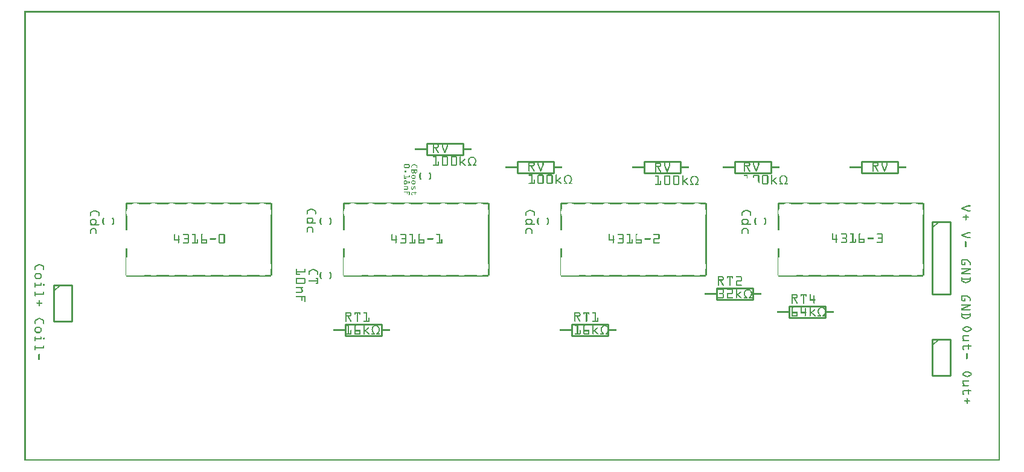
<source format=gto>
G04 MADE WITH FRITZING*
G04 WWW.FRITZING.ORG*
G04 DOUBLE SIDED*
G04 HOLES PLATED*
G04 CONTOUR ON CENTER OF CONTOUR VECTOR*
%ASAXBY*%
%FSLAX23Y23*%
%MOIN*%
%OFA0B0*%
%SFA1.0B1.0*%
%ADD10C,0.010000*%
%ADD11C,0.005000*%
%ADD12R,0.001000X0.001000*%
%LNSILK1*%
G90*
G70*
G54D10*
X1772Y757D02*
X1972Y757D01*
D02*
X1972Y757D02*
X1972Y691D01*
D02*
X1972Y691D02*
X1772Y691D01*
D02*
X1772Y691D02*
X1772Y757D01*
D02*
X3422Y1657D02*
X3622Y1657D01*
D02*
X3622Y1657D02*
X3622Y1591D01*
D02*
X3622Y1591D02*
X3422Y1591D01*
D02*
X3422Y1591D02*
X3422Y1657D01*
D02*
X2722Y1657D02*
X2922Y1657D01*
D02*
X2922Y1657D02*
X2922Y1591D01*
D02*
X2922Y1591D02*
X2722Y1591D01*
D02*
X2722Y1591D02*
X2722Y1657D01*
D02*
X2222Y1757D02*
X2422Y1757D01*
D02*
X2422Y1757D02*
X2422Y1691D01*
D02*
X2422Y1691D02*
X2222Y1691D01*
D02*
X2222Y1691D02*
X2222Y1757D01*
D02*
X3922Y1657D02*
X4122Y1657D01*
D02*
X4122Y1657D02*
X4122Y1591D01*
D02*
X4122Y1591D02*
X3922Y1591D01*
D02*
X3922Y1591D02*
X3922Y1657D01*
D02*
X4622Y1657D02*
X4822Y1657D01*
D02*
X4822Y1657D02*
X4822Y1591D01*
D02*
X4822Y1591D02*
X4622Y1591D01*
D02*
X4622Y1591D02*
X4622Y1657D01*
D02*
X4222Y857D02*
X4422Y857D01*
D02*
X4422Y857D02*
X4422Y791D01*
D02*
X4422Y791D02*
X4222Y791D01*
D02*
X4222Y791D02*
X4222Y857D01*
D02*
X3822Y957D02*
X4022Y957D01*
D02*
X4022Y957D02*
X4022Y891D01*
D02*
X4022Y891D02*
X3822Y891D01*
D02*
X3822Y891D02*
X3822Y957D01*
D02*
X3022Y757D02*
X3222Y757D01*
D02*
X3222Y757D02*
X3222Y691D01*
D02*
X3222Y691D02*
X3022Y691D01*
D02*
X3022Y691D02*
X3022Y757D01*
D02*
X5013Y674D02*
X5013Y474D01*
D02*
X5013Y474D02*
X5113Y474D01*
D02*
X5113Y474D02*
X5113Y674D01*
D02*
X5113Y674D02*
X5013Y674D01*
G54D11*
D02*
X5013Y639D02*
X5048Y674D01*
G54D10*
D02*
X163Y974D02*
X163Y774D01*
D02*
X163Y774D02*
X263Y774D01*
D02*
X263Y774D02*
X263Y974D01*
D02*
X263Y974D02*
X163Y974D01*
G54D11*
D02*
X163Y939D02*
X198Y974D01*
G54D10*
D02*
X5013Y1324D02*
X5013Y924D01*
D02*
X5013Y924D02*
X5113Y924D01*
D02*
X5113Y924D02*
X5113Y1324D01*
D02*
X5113Y1324D02*
X5013Y1324D01*
G54D11*
D02*
X5013Y1289D02*
X5048Y1324D01*
G54D12*
X0Y2488D02*
X5385Y2488D01*
X0Y2487D02*
X5385Y2487D01*
X0Y2486D02*
X5385Y2486D01*
X0Y2485D02*
X5385Y2485D01*
X0Y2484D02*
X5385Y2484D01*
X0Y2483D02*
X5385Y2483D01*
X0Y2482D02*
X5385Y2482D01*
X0Y2481D02*
X5385Y2481D01*
X0Y2480D02*
X7Y2480D01*
X5378Y2480D02*
X5385Y2480D01*
X0Y2479D02*
X7Y2479D01*
X5378Y2479D02*
X5385Y2479D01*
X0Y2478D02*
X7Y2478D01*
X5378Y2478D02*
X5385Y2478D01*
X0Y2477D02*
X7Y2477D01*
X5378Y2477D02*
X5385Y2477D01*
X0Y2476D02*
X7Y2476D01*
X5378Y2476D02*
X5385Y2476D01*
X0Y2475D02*
X7Y2475D01*
X5378Y2475D02*
X5385Y2475D01*
X0Y2474D02*
X7Y2474D01*
X5378Y2474D02*
X5385Y2474D01*
X0Y2473D02*
X7Y2473D01*
X5378Y2473D02*
X5385Y2473D01*
X0Y2472D02*
X7Y2472D01*
X5378Y2472D02*
X5385Y2472D01*
X0Y2471D02*
X7Y2471D01*
X5378Y2471D02*
X5385Y2471D01*
X0Y2470D02*
X7Y2470D01*
X5378Y2470D02*
X5385Y2470D01*
X0Y2469D02*
X7Y2469D01*
X5378Y2469D02*
X5385Y2469D01*
X0Y2468D02*
X7Y2468D01*
X5378Y2468D02*
X5385Y2468D01*
X0Y2467D02*
X7Y2467D01*
X5378Y2467D02*
X5385Y2467D01*
X0Y2466D02*
X7Y2466D01*
X5378Y2466D02*
X5385Y2466D01*
X0Y2465D02*
X7Y2465D01*
X5378Y2465D02*
X5385Y2465D01*
X0Y2464D02*
X7Y2464D01*
X5378Y2464D02*
X5385Y2464D01*
X0Y2463D02*
X7Y2463D01*
X5378Y2463D02*
X5385Y2463D01*
X0Y2462D02*
X7Y2462D01*
X5378Y2462D02*
X5385Y2462D01*
X0Y2461D02*
X7Y2461D01*
X5378Y2461D02*
X5385Y2461D01*
X0Y2460D02*
X7Y2460D01*
X5378Y2460D02*
X5385Y2460D01*
X0Y2459D02*
X7Y2459D01*
X5378Y2459D02*
X5385Y2459D01*
X0Y2458D02*
X7Y2458D01*
X5378Y2458D02*
X5385Y2458D01*
X0Y2457D02*
X7Y2457D01*
X5378Y2457D02*
X5385Y2457D01*
X0Y2456D02*
X7Y2456D01*
X5378Y2456D02*
X5385Y2456D01*
X0Y2455D02*
X7Y2455D01*
X5378Y2455D02*
X5385Y2455D01*
X0Y2454D02*
X7Y2454D01*
X5378Y2454D02*
X5385Y2454D01*
X0Y2453D02*
X7Y2453D01*
X5378Y2453D02*
X5385Y2453D01*
X0Y2452D02*
X7Y2452D01*
X5378Y2452D02*
X5385Y2452D01*
X0Y2451D02*
X7Y2451D01*
X5378Y2451D02*
X5385Y2451D01*
X0Y2450D02*
X7Y2450D01*
X5378Y2450D02*
X5385Y2450D01*
X0Y2449D02*
X7Y2449D01*
X5378Y2449D02*
X5385Y2449D01*
X0Y2448D02*
X7Y2448D01*
X5378Y2448D02*
X5385Y2448D01*
X0Y2447D02*
X7Y2447D01*
X5378Y2447D02*
X5385Y2447D01*
X0Y2446D02*
X7Y2446D01*
X5378Y2446D02*
X5385Y2446D01*
X0Y2445D02*
X7Y2445D01*
X5378Y2445D02*
X5385Y2445D01*
X0Y2444D02*
X7Y2444D01*
X5378Y2444D02*
X5385Y2444D01*
X0Y2443D02*
X7Y2443D01*
X5378Y2443D02*
X5385Y2443D01*
X0Y2442D02*
X7Y2442D01*
X5378Y2442D02*
X5385Y2442D01*
X0Y2441D02*
X7Y2441D01*
X5378Y2441D02*
X5385Y2441D01*
X0Y2440D02*
X7Y2440D01*
X5378Y2440D02*
X5385Y2440D01*
X0Y2439D02*
X7Y2439D01*
X5378Y2439D02*
X5385Y2439D01*
X0Y2438D02*
X7Y2438D01*
X5378Y2438D02*
X5385Y2438D01*
X0Y2437D02*
X7Y2437D01*
X5378Y2437D02*
X5385Y2437D01*
X0Y2436D02*
X7Y2436D01*
X5378Y2436D02*
X5385Y2436D01*
X0Y2435D02*
X7Y2435D01*
X5378Y2435D02*
X5385Y2435D01*
X0Y2434D02*
X7Y2434D01*
X5378Y2434D02*
X5385Y2434D01*
X0Y2433D02*
X7Y2433D01*
X5378Y2433D02*
X5385Y2433D01*
X0Y2432D02*
X7Y2432D01*
X5378Y2432D02*
X5385Y2432D01*
X0Y2431D02*
X7Y2431D01*
X5378Y2431D02*
X5385Y2431D01*
X0Y2430D02*
X7Y2430D01*
X5378Y2430D02*
X5385Y2430D01*
X0Y2429D02*
X7Y2429D01*
X5378Y2429D02*
X5385Y2429D01*
X0Y2428D02*
X7Y2428D01*
X5378Y2428D02*
X5385Y2428D01*
X0Y2427D02*
X7Y2427D01*
X5378Y2427D02*
X5385Y2427D01*
X0Y2426D02*
X7Y2426D01*
X5378Y2426D02*
X5385Y2426D01*
X0Y2425D02*
X7Y2425D01*
X5378Y2425D02*
X5385Y2425D01*
X0Y2424D02*
X7Y2424D01*
X5378Y2424D02*
X5385Y2424D01*
X0Y2423D02*
X7Y2423D01*
X5378Y2423D02*
X5385Y2423D01*
X0Y2422D02*
X7Y2422D01*
X5378Y2422D02*
X5385Y2422D01*
X0Y2421D02*
X7Y2421D01*
X5378Y2421D02*
X5385Y2421D01*
X0Y2420D02*
X7Y2420D01*
X5378Y2420D02*
X5385Y2420D01*
X0Y2419D02*
X7Y2419D01*
X5378Y2419D02*
X5385Y2419D01*
X0Y2418D02*
X7Y2418D01*
X5378Y2418D02*
X5385Y2418D01*
X0Y2417D02*
X7Y2417D01*
X5378Y2417D02*
X5385Y2417D01*
X0Y2416D02*
X7Y2416D01*
X5378Y2416D02*
X5385Y2416D01*
X0Y2415D02*
X7Y2415D01*
X5378Y2415D02*
X5385Y2415D01*
X0Y2414D02*
X7Y2414D01*
X5378Y2414D02*
X5385Y2414D01*
X0Y2413D02*
X7Y2413D01*
X5378Y2413D02*
X5385Y2413D01*
X0Y2412D02*
X7Y2412D01*
X5378Y2412D02*
X5385Y2412D01*
X0Y2411D02*
X7Y2411D01*
X5378Y2411D02*
X5385Y2411D01*
X0Y2410D02*
X7Y2410D01*
X5378Y2410D02*
X5385Y2410D01*
X0Y2409D02*
X7Y2409D01*
X5378Y2409D02*
X5385Y2409D01*
X0Y2408D02*
X7Y2408D01*
X5378Y2408D02*
X5385Y2408D01*
X0Y2407D02*
X7Y2407D01*
X5378Y2407D02*
X5385Y2407D01*
X0Y2406D02*
X7Y2406D01*
X5378Y2406D02*
X5385Y2406D01*
X0Y2405D02*
X7Y2405D01*
X5378Y2405D02*
X5385Y2405D01*
X0Y2404D02*
X7Y2404D01*
X5378Y2404D02*
X5385Y2404D01*
X0Y2403D02*
X7Y2403D01*
X5378Y2403D02*
X5385Y2403D01*
X0Y2402D02*
X7Y2402D01*
X5378Y2402D02*
X5385Y2402D01*
X0Y2401D02*
X7Y2401D01*
X5378Y2401D02*
X5385Y2401D01*
X0Y2400D02*
X7Y2400D01*
X5378Y2400D02*
X5385Y2400D01*
X0Y2399D02*
X7Y2399D01*
X5378Y2399D02*
X5385Y2399D01*
X0Y2398D02*
X7Y2398D01*
X5378Y2398D02*
X5385Y2398D01*
X0Y2397D02*
X7Y2397D01*
X5378Y2397D02*
X5385Y2397D01*
X0Y2396D02*
X7Y2396D01*
X5378Y2396D02*
X5385Y2396D01*
X0Y2395D02*
X7Y2395D01*
X5378Y2395D02*
X5385Y2395D01*
X0Y2394D02*
X7Y2394D01*
X5378Y2394D02*
X5385Y2394D01*
X0Y2393D02*
X7Y2393D01*
X5378Y2393D02*
X5385Y2393D01*
X0Y2392D02*
X7Y2392D01*
X5378Y2392D02*
X5385Y2392D01*
X0Y2391D02*
X7Y2391D01*
X5378Y2391D02*
X5385Y2391D01*
X0Y2390D02*
X7Y2390D01*
X5378Y2390D02*
X5385Y2390D01*
X0Y2389D02*
X7Y2389D01*
X5378Y2389D02*
X5385Y2389D01*
X0Y2388D02*
X7Y2388D01*
X5378Y2388D02*
X5385Y2388D01*
X0Y2387D02*
X7Y2387D01*
X5378Y2387D02*
X5385Y2387D01*
X0Y2386D02*
X7Y2386D01*
X5378Y2386D02*
X5385Y2386D01*
X0Y2385D02*
X7Y2385D01*
X5378Y2385D02*
X5385Y2385D01*
X0Y2384D02*
X7Y2384D01*
X5378Y2384D02*
X5385Y2384D01*
X0Y2383D02*
X7Y2383D01*
X5378Y2383D02*
X5385Y2383D01*
X0Y2382D02*
X7Y2382D01*
X5378Y2382D02*
X5385Y2382D01*
X0Y2381D02*
X7Y2381D01*
X5378Y2381D02*
X5385Y2381D01*
X0Y2380D02*
X7Y2380D01*
X5378Y2380D02*
X5385Y2380D01*
X0Y2379D02*
X7Y2379D01*
X5378Y2379D02*
X5385Y2379D01*
X0Y2378D02*
X7Y2378D01*
X5378Y2378D02*
X5385Y2378D01*
X0Y2377D02*
X7Y2377D01*
X5378Y2377D02*
X5385Y2377D01*
X0Y2376D02*
X7Y2376D01*
X5378Y2376D02*
X5385Y2376D01*
X0Y2375D02*
X7Y2375D01*
X5378Y2375D02*
X5385Y2375D01*
X0Y2374D02*
X7Y2374D01*
X5378Y2374D02*
X5385Y2374D01*
X0Y2373D02*
X7Y2373D01*
X5378Y2373D02*
X5385Y2373D01*
X0Y2372D02*
X7Y2372D01*
X5378Y2372D02*
X5385Y2372D01*
X0Y2371D02*
X7Y2371D01*
X5378Y2371D02*
X5385Y2371D01*
X0Y2370D02*
X7Y2370D01*
X5378Y2370D02*
X5385Y2370D01*
X0Y2369D02*
X7Y2369D01*
X5378Y2369D02*
X5385Y2369D01*
X0Y2368D02*
X7Y2368D01*
X5378Y2368D02*
X5385Y2368D01*
X0Y2367D02*
X7Y2367D01*
X5378Y2367D02*
X5385Y2367D01*
X0Y2366D02*
X7Y2366D01*
X5378Y2366D02*
X5385Y2366D01*
X0Y2365D02*
X7Y2365D01*
X5378Y2365D02*
X5385Y2365D01*
X0Y2364D02*
X7Y2364D01*
X5378Y2364D02*
X5385Y2364D01*
X0Y2363D02*
X7Y2363D01*
X5378Y2363D02*
X5385Y2363D01*
X0Y2362D02*
X7Y2362D01*
X5378Y2362D02*
X5385Y2362D01*
X0Y2361D02*
X7Y2361D01*
X5378Y2361D02*
X5385Y2361D01*
X0Y2360D02*
X7Y2360D01*
X5378Y2360D02*
X5385Y2360D01*
X0Y2359D02*
X7Y2359D01*
X5378Y2359D02*
X5385Y2359D01*
X0Y2358D02*
X7Y2358D01*
X5378Y2358D02*
X5385Y2358D01*
X0Y2357D02*
X7Y2357D01*
X5378Y2357D02*
X5385Y2357D01*
X0Y2356D02*
X7Y2356D01*
X5378Y2356D02*
X5385Y2356D01*
X0Y2355D02*
X7Y2355D01*
X5378Y2355D02*
X5385Y2355D01*
X0Y2354D02*
X7Y2354D01*
X5378Y2354D02*
X5385Y2354D01*
X0Y2353D02*
X7Y2353D01*
X5378Y2353D02*
X5385Y2353D01*
X0Y2352D02*
X7Y2352D01*
X5378Y2352D02*
X5385Y2352D01*
X0Y2351D02*
X7Y2351D01*
X5378Y2351D02*
X5385Y2351D01*
X0Y2350D02*
X7Y2350D01*
X5378Y2350D02*
X5385Y2350D01*
X0Y2349D02*
X7Y2349D01*
X5378Y2349D02*
X5385Y2349D01*
X0Y2348D02*
X7Y2348D01*
X5378Y2348D02*
X5385Y2348D01*
X0Y2347D02*
X7Y2347D01*
X5378Y2347D02*
X5385Y2347D01*
X0Y2346D02*
X7Y2346D01*
X5378Y2346D02*
X5385Y2346D01*
X0Y2345D02*
X7Y2345D01*
X5378Y2345D02*
X5385Y2345D01*
X0Y2344D02*
X7Y2344D01*
X5378Y2344D02*
X5385Y2344D01*
X0Y2343D02*
X7Y2343D01*
X5378Y2343D02*
X5385Y2343D01*
X0Y2342D02*
X7Y2342D01*
X5378Y2342D02*
X5385Y2342D01*
X0Y2341D02*
X7Y2341D01*
X5378Y2341D02*
X5385Y2341D01*
X0Y2340D02*
X7Y2340D01*
X5378Y2340D02*
X5385Y2340D01*
X0Y2339D02*
X7Y2339D01*
X5378Y2339D02*
X5385Y2339D01*
X0Y2338D02*
X7Y2338D01*
X5378Y2338D02*
X5385Y2338D01*
X0Y2337D02*
X7Y2337D01*
X5378Y2337D02*
X5385Y2337D01*
X0Y2336D02*
X7Y2336D01*
X5378Y2336D02*
X5385Y2336D01*
X0Y2335D02*
X7Y2335D01*
X5378Y2335D02*
X5385Y2335D01*
X0Y2334D02*
X7Y2334D01*
X5378Y2334D02*
X5385Y2334D01*
X0Y2333D02*
X7Y2333D01*
X5378Y2333D02*
X5385Y2333D01*
X0Y2332D02*
X7Y2332D01*
X5378Y2332D02*
X5385Y2332D01*
X0Y2331D02*
X7Y2331D01*
X5378Y2331D02*
X5385Y2331D01*
X0Y2330D02*
X7Y2330D01*
X5378Y2330D02*
X5385Y2330D01*
X0Y2329D02*
X7Y2329D01*
X5378Y2329D02*
X5385Y2329D01*
X0Y2328D02*
X7Y2328D01*
X5378Y2328D02*
X5385Y2328D01*
X0Y2327D02*
X7Y2327D01*
X5378Y2327D02*
X5385Y2327D01*
X0Y2326D02*
X7Y2326D01*
X5378Y2326D02*
X5385Y2326D01*
X0Y2325D02*
X7Y2325D01*
X5378Y2325D02*
X5385Y2325D01*
X0Y2324D02*
X7Y2324D01*
X5378Y2324D02*
X5385Y2324D01*
X0Y2323D02*
X7Y2323D01*
X5378Y2323D02*
X5385Y2323D01*
X0Y2322D02*
X7Y2322D01*
X5378Y2322D02*
X5385Y2322D01*
X0Y2321D02*
X7Y2321D01*
X5378Y2321D02*
X5385Y2321D01*
X0Y2320D02*
X7Y2320D01*
X5378Y2320D02*
X5385Y2320D01*
X0Y2319D02*
X7Y2319D01*
X5378Y2319D02*
X5385Y2319D01*
X0Y2318D02*
X7Y2318D01*
X5378Y2318D02*
X5385Y2318D01*
X0Y2317D02*
X7Y2317D01*
X5378Y2317D02*
X5385Y2317D01*
X0Y2316D02*
X7Y2316D01*
X5378Y2316D02*
X5385Y2316D01*
X0Y2315D02*
X7Y2315D01*
X5378Y2315D02*
X5385Y2315D01*
X0Y2314D02*
X7Y2314D01*
X5378Y2314D02*
X5385Y2314D01*
X0Y2313D02*
X7Y2313D01*
X5378Y2313D02*
X5385Y2313D01*
X0Y2312D02*
X7Y2312D01*
X5378Y2312D02*
X5385Y2312D01*
X0Y2311D02*
X7Y2311D01*
X5378Y2311D02*
X5385Y2311D01*
X0Y2310D02*
X7Y2310D01*
X5378Y2310D02*
X5385Y2310D01*
X0Y2309D02*
X7Y2309D01*
X5378Y2309D02*
X5385Y2309D01*
X0Y2308D02*
X7Y2308D01*
X5378Y2308D02*
X5385Y2308D01*
X0Y2307D02*
X7Y2307D01*
X5378Y2307D02*
X5385Y2307D01*
X0Y2306D02*
X7Y2306D01*
X5378Y2306D02*
X5385Y2306D01*
X0Y2305D02*
X7Y2305D01*
X5378Y2305D02*
X5385Y2305D01*
X0Y2304D02*
X7Y2304D01*
X5378Y2304D02*
X5385Y2304D01*
X0Y2303D02*
X7Y2303D01*
X5378Y2303D02*
X5385Y2303D01*
X0Y2302D02*
X7Y2302D01*
X5378Y2302D02*
X5385Y2302D01*
X0Y2301D02*
X7Y2301D01*
X5378Y2301D02*
X5385Y2301D01*
X0Y2300D02*
X7Y2300D01*
X5378Y2300D02*
X5385Y2300D01*
X0Y2299D02*
X7Y2299D01*
X5378Y2299D02*
X5385Y2299D01*
X0Y2298D02*
X7Y2298D01*
X5378Y2298D02*
X5385Y2298D01*
X0Y2297D02*
X7Y2297D01*
X5378Y2297D02*
X5385Y2297D01*
X0Y2296D02*
X7Y2296D01*
X5378Y2296D02*
X5385Y2296D01*
X0Y2295D02*
X7Y2295D01*
X5378Y2295D02*
X5385Y2295D01*
X0Y2294D02*
X7Y2294D01*
X5378Y2294D02*
X5385Y2294D01*
X0Y2293D02*
X7Y2293D01*
X5378Y2293D02*
X5385Y2293D01*
X0Y2292D02*
X7Y2292D01*
X5378Y2292D02*
X5385Y2292D01*
X0Y2291D02*
X7Y2291D01*
X5378Y2291D02*
X5385Y2291D01*
X0Y2290D02*
X7Y2290D01*
X5378Y2290D02*
X5385Y2290D01*
X0Y2289D02*
X7Y2289D01*
X5378Y2289D02*
X5385Y2289D01*
X0Y2288D02*
X7Y2288D01*
X5378Y2288D02*
X5385Y2288D01*
X0Y2287D02*
X7Y2287D01*
X5378Y2287D02*
X5385Y2287D01*
X0Y2286D02*
X7Y2286D01*
X5378Y2286D02*
X5385Y2286D01*
X0Y2285D02*
X7Y2285D01*
X5378Y2285D02*
X5385Y2285D01*
X0Y2284D02*
X7Y2284D01*
X5378Y2284D02*
X5385Y2284D01*
X0Y2283D02*
X7Y2283D01*
X5378Y2283D02*
X5385Y2283D01*
X0Y2282D02*
X7Y2282D01*
X5378Y2282D02*
X5385Y2282D01*
X0Y2281D02*
X7Y2281D01*
X5378Y2281D02*
X5385Y2281D01*
X0Y2280D02*
X7Y2280D01*
X5378Y2280D02*
X5385Y2280D01*
X0Y2279D02*
X7Y2279D01*
X5378Y2279D02*
X5385Y2279D01*
X0Y2278D02*
X7Y2278D01*
X5378Y2278D02*
X5385Y2278D01*
X0Y2277D02*
X7Y2277D01*
X5378Y2277D02*
X5385Y2277D01*
X0Y2276D02*
X7Y2276D01*
X5378Y2276D02*
X5385Y2276D01*
X0Y2275D02*
X7Y2275D01*
X5378Y2275D02*
X5385Y2275D01*
X0Y2274D02*
X7Y2274D01*
X5378Y2274D02*
X5385Y2274D01*
X0Y2273D02*
X7Y2273D01*
X5378Y2273D02*
X5385Y2273D01*
X0Y2272D02*
X7Y2272D01*
X5378Y2272D02*
X5385Y2272D01*
X0Y2271D02*
X7Y2271D01*
X5378Y2271D02*
X5385Y2271D01*
X0Y2270D02*
X7Y2270D01*
X5378Y2270D02*
X5385Y2270D01*
X0Y2269D02*
X7Y2269D01*
X5378Y2269D02*
X5385Y2269D01*
X0Y2268D02*
X7Y2268D01*
X5378Y2268D02*
X5385Y2268D01*
X0Y2267D02*
X7Y2267D01*
X5378Y2267D02*
X5385Y2267D01*
X0Y2266D02*
X7Y2266D01*
X5378Y2266D02*
X5385Y2266D01*
X0Y2265D02*
X7Y2265D01*
X5378Y2265D02*
X5385Y2265D01*
X0Y2264D02*
X7Y2264D01*
X5378Y2264D02*
X5385Y2264D01*
X0Y2263D02*
X7Y2263D01*
X5378Y2263D02*
X5385Y2263D01*
X0Y2262D02*
X7Y2262D01*
X5378Y2262D02*
X5385Y2262D01*
X0Y2261D02*
X7Y2261D01*
X5378Y2261D02*
X5385Y2261D01*
X0Y2260D02*
X7Y2260D01*
X5378Y2260D02*
X5385Y2260D01*
X0Y2259D02*
X7Y2259D01*
X5378Y2259D02*
X5385Y2259D01*
X0Y2258D02*
X7Y2258D01*
X5378Y2258D02*
X5385Y2258D01*
X0Y2257D02*
X7Y2257D01*
X5378Y2257D02*
X5385Y2257D01*
X0Y2256D02*
X7Y2256D01*
X5378Y2256D02*
X5385Y2256D01*
X0Y2255D02*
X7Y2255D01*
X5378Y2255D02*
X5385Y2255D01*
X0Y2254D02*
X7Y2254D01*
X5378Y2254D02*
X5385Y2254D01*
X0Y2253D02*
X7Y2253D01*
X5378Y2253D02*
X5385Y2253D01*
X0Y2252D02*
X7Y2252D01*
X5378Y2252D02*
X5385Y2252D01*
X0Y2251D02*
X7Y2251D01*
X5378Y2251D02*
X5385Y2251D01*
X0Y2250D02*
X7Y2250D01*
X5378Y2250D02*
X5385Y2250D01*
X0Y2249D02*
X7Y2249D01*
X5378Y2249D02*
X5385Y2249D01*
X0Y2248D02*
X7Y2248D01*
X5378Y2248D02*
X5385Y2248D01*
X0Y2247D02*
X7Y2247D01*
X5378Y2247D02*
X5385Y2247D01*
X0Y2246D02*
X7Y2246D01*
X5378Y2246D02*
X5385Y2246D01*
X0Y2245D02*
X7Y2245D01*
X5378Y2245D02*
X5385Y2245D01*
X0Y2244D02*
X7Y2244D01*
X5378Y2244D02*
X5385Y2244D01*
X0Y2243D02*
X7Y2243D01*
X5378Y2243D02*
X5385Y2243D01*
X0Y2242D02*
X7Y2242D01*
X5378Y2242D02*
X5385Y2242D01*
X0Y2241D02*
X7Y2241D01*
X5378Y2241D02*
X5385Y2241D01*
X0Y2240D02*
X7Y2240D01*
X5378Y2240D02*
X5385Y2240D01*
X0Y2239D02*
X7Y2239D01*
X5378Y2239D02*
X5385Y2239D01*
X0Y2238D02*
X7Y2238D01*
X5378Y2238D02*
X5385Y2238D01*
X0Y2237D02*
X7Y2237D01*
X5378Y2237D02*
X5385Y2237D01*
X0Y2236D02*
X7Y2236D01*
X5378Y2236D02*
X5385Y2236D01*
X0Y2235D02*
X7Y2235D01*
X5378Y2235D02*
X5385Y2235D01*
X0Y2234D02*
X7Y2234D01*
X5378Y2234D02*
X5385Y2234D01*
X0Y2233D02*
X7Y2233D01*
X5378Y2233D02*
X5385Y2233D01*
X0Y2232D02*
X7Y2232D01*
X5378Y2232D02*
X5385Y2232D01*
X0Y2231D02*
X7Y2231D01*
X5378Y2231D02*
X5385Y2231D01*
X0Y2230D02*
X7Y2230D01*
X5378Y2230D02*
X5385Y2230D01*
X0Y2229D02*
X7Y2229D01*
X5378Y2229D02*
X5385Y2229D01*
X0Y2228D02*
X7Y2228D01*
X5378Y2228D02*
X5385Y2228D01*
X0Y2227D02*
X7Y2227D01*
X5378Y2227D02*
X5385Y2227D01*
X0Y2226D02*
X7Y2226D01*
X5378Y2226D02*
X5385Y2226D01*
X0Y2225D02*
X7Y2225D01*
X5378Y2225D02*
X5385Y2225D01*
X0Y2224D02*
X7Y2224D01*
X5378Y2224D02*
X5385Y2224D01*
X0Y2223D02*
X7Y2223D01*
X5378Y2223D02*
X5385Y2223D01*
X0Y2222D02*
X7Y2222D01*
X5378Y2222D02*
X5385Y2222D01*
X0Y2221D02*
X7Y2221D01*
X5378Y2221D02*
X5385Y2221D01*
X0Y2220D02*
X7Y2220D01*
X5378Y2220D02*
X5385Y2220D01*
X0Y2219D02*
X7Y2219D01*
X5378Y2219D02*
X5385Y2219D01*
X0Y2218D02*
X7Y2218D01*
X5378Y2218D02*
X5385Y2218D01*
X0Y2217D02*
X7Y2217D01*
X5378Y2217D02*
X5385Y2217D01*
X0Y2216D02*
X7Y2216D01*
X5378Y2216D02*
X5385Y2216D01*
X0Y2215D02*
X7Y2215D01*
X5378Y2215D02*
X5385Y2215D01*
X0Y2214D02*
X7Y2214D01*
X5378Y2214D02*
X5385Y2214D01*
X0Y2213D02*
X7Y2213D01*
X5378Y2213D02*
X5385Y2213D01*
X0Y2212D02*
X7Y2212D01*
X5378Y2212D02*
X5385Y2212D01*
X0Y2211D02*
X7Y2211D01*
X5378Y2211D02*
X5385Y2211D01*
X0Y2210D02*
X7Y2210D01*
X5378Y2210D02*
X5385Y2210D01*
X0Y2209D02*
X7Y2209D01*
X5378Y2209D02*
X5385Y2209D01*
X0Y2208D02*
X7Y2208D01*
X5378Y2208D02*
X5385Y2208D01*
X0Y2207D02*
X7Y2207D01*
X5378Y2207D02*
X5385Y2207D01*
X0Y2206D02*
X7Y2206D01*
X5378Y2206D02*
X5385Y2206D01*
X0Y2205D02*
X7Y2205D01*
X5378Y2205D02*
X5385Y2205D01*
X0Y2204D02*
X7Y2204D01*
X5378Y2204D02*
X5385Y2204D01*
X0Y2203D02*
X7Y2203D01*
X5378Y2203D02*
X5385Y2203D01*
X0Y2202D02*
X7Y2202D01*
X5378Y2202D02*
X5385Y2202D01*
X0Y2201D02*
X7Y2201D01*
X5378Y2201D02*
X5385Y2201D01*
X0Y2200D02*
X7Y2200D01*
X5378Y2200D02*
X5385Y2200D01*
X0Y2199D02*
X7Y2199D01*
X5378Y2199D02*
X5385Y2199D01*
X0Y2198D02*
X7Y2198D01*
X5378Y2198D02*
X5385Y2198D01*
X0Y2197D02*
X7Y2197D01*
X5378Y2197D02*
X5385Y2197D01*
X0Y2196D02*
X7Y2196D01*
X5378Y2196D02*
X5385Y2196D01*
X0Y2195D02*
X7Y2195D01*
X5378Y2195D02*
X5385Y2195D01*
X0Y2194D02*
X7Y2194D01*
X5378Y2194D02*
X5385Y2194D01*
X0Y2193D02*
X7Y2193D01*
X5378Y2193D02*
X5385Y2193D01*
X0Y2192D02*
X7Y2192D01*
X5378Y2192D02*
X5385Y2192D01*
X0Y2191D02*
X7Y2191D01*
X5378Y2191D02*
X5385Y2191D01*
X0Y2190D02*
X7Y2190D01*
X5378Y2190D02*
X5385Y2190D01*
X0Y2189D02*
X7Y2189D01*
X5378Y2189D02*
X5385Y2189D01*
X0Y2188D02*
X7Y2188D01*
X5378Y2188D02*
X5385Y2188D01*
X0Y2187D02*
X7Y2187D01*
X5378Y2187D02*
X5385Y2187D01*
X0Y2186D02*
X7Y2186D01*
X5378Y2186D02*
X5385Y2186D01*
X0Y2185D02*
X7Y2185D01*
X5378Y2185D02*
X5385Y2185D01*
X0Y2184D02*
X7Y2184D01*
X5378Y2184D02*
X5385Y2184D01*
X0Y2183D02*
X7Y2183D01*
X5378Y2183D02*
X5385Y2183D01*
X0Y2182D02*
X7Y2182D01*
X5378Y2182D02*
X5385Y2182D01*
X0Y2181D02*
X7Y2181D01*
X5378Y2181D02*
X5385Y2181D01*
X0Y2180D02*
X7Y2180D01*
X5378Y2180D02*
X5385Y2180D01*
X0Y2179D02*
X7Y2179D01*
X5378Y2179D02*
X5385Y2179D01*
X0Y2178D02*
X7Y2178D01*
X5378Y2178D02*
X5385Y2178D01*
X0Y2177D02*
X7Y2177D01*
X5378Y2177D02*
X5385Y2177D01*
X0Y2176D02*
X7Y2176D01*
X5378Y2176D02*
X5385Y2176D01*
X0Y2175D02*
X7Y2175D01*
X5378Y2175D02*
X5385Y2175D01*
X0Y2174D02*
X7Y2174D01*
X5378Y2174D02*
X5385Y2174D01*
X0Y2173D02*
X7Y2173D01*
X5378Y2173D02*
X5385Y2173D01*
X0Y2172D02*
X7Y2172D01*
X5378Y2172D02*
X5385Y2172D01*
X0Y2171D02*
X7Y2171D01*
X5378Y2171D02*
X5385Y2171D01*
X0Y2170D02*
X7Y2170D01*
X5378Y2170D02*
X5385Y2170D01*
X0Y2169D02*
X7Y2169D01*
X5378Y2169D02*
X5385Y2169D01*
X0Y2168D02*
X7Y2168D01*
X5378Y2168D02*
X5385Y2168D01*
X0Y2167D02*
X7Y2167D01*
X5378Y2167D02*
X5385Y2167D01*
X0Y2166D02*
X7Y2166D01*
X5378Y2166D02*
X5385Y2166D01*
X0Y2165D02*
X7Y2165D01*
X5378Y2165D02*
X5385Y2165D01*
X0Y2164D02*
X7Y2164D01*
X5378Y2164D02*
X5385Y2164D01*
X0Y2163D02*
X7Y2163D01*
X5378Y2163D02*
X5385Y2163D01*
X0Y2162D02*
X7Y2162D01*
X5378Y2162D02*
X5385Y2162D01*
X0Y2161D02*
X7Y2161D01*
X5378Y2161D02*
X5385Y2161D01*
X0Y2160D02*
X7Y2160D01*
X5378Y2160D02*
X5385Y2160D01*
X0Y2159D02*
X7Y2159D01*
X5378Y2159D02*
X5385Y2159D01*
X0Y2158D02*
X7Y2158D01*
X5378Y2158D02*
X5385Y2158D01*
X0Y2157D02*
X7Y2157D01*
X5378Y2157D02*
X5385Y2157D01*
X0Y2156D02*
X7Y2156D01*
X5378Y2156D02*
X5385Y2156D01*
X0Y2155D02*
X7Y2155D01*
X5378Y2155D02*
X5385Y2155D01*
X0Y2154D02*
X7Y2154D01*
X5378Y2154D02*
X5385Y2154D01*
X0Y2153D02*
X7Y2153D01*
X5378Y2153D02*
X5385Y2153D01*
X0Y2152D02*
X7Y2152D01*
X5378Y2152D02*
X5385Y2152D01*
X0Y2151D02*
X7Y2151D01*
X5378Y2151D02*
X5385Y2151D01*
X0Y2150D02*
X7Y2150D01*
X5378Y2150D02*
X5385Y2150D01*
X0Y2149D02*
X7Y2149D01*
X5378Y2149D02*
X5385Y2149D01*
X0Y2148D02*
X7Y2148D01*
X5378Y2148D02*
X5385Y2148D01*
X0Y2147D02*
X7Y2147D01*
X5378Y2147D02*
X5385Y2147D01*
X0Y2146D02*
X7Y2146D01*
X5378Y2146D02*
X5385Y2146D01*
X0Y2145D02*
X7Y2145D01*
X5378Y2145D02*
X5385Y2145D01*
X0Y2144D02*
X7Y2144D01*
X5378Y2144D02*
X5385Y2144D01*
X0Y2143D02*
X7Y2143D01*
X5378Y2143D02*
X5385Y2143D01*
X0Y2142D02*
X7Y2142D01*
X5378Y2142D02*
X5385Y2142D01*
X0Y2141D02*
X7Y2141D01*
X5378Y2141D02*
X5385Y2141D01*
X0Y2140D02*
X7Y2140D01*
X5378Y2140D02*
X5385Y2140D01*
X0Y2139D02*
X7Y2139D01*
X5378Y2139D02*
X5385Y2139D01*
X0Y2138D02*
X7Y2138D01*
X5378Y2138D02*
X5385Y2138D01*
X0Y2137D02*
X7Y2137D01*
X5378Y2137D02*
X5385Y2137D01*
X0Y2136D02*
X7Y2136D01*
X5378Y2136D02*
X5385Y2136D01*
X0Y2135D02*
X7Y2135D01*
X5378Y2135D02*
X5385Y2135D01*
X0Y2134D02*
X7Y2134D01*
X5378Y2134D02*
X5385Y2134D01*
X0Y2133D02*
X7Y2133D01*
X5378Y2133D02*
X5385Y2133D01*
X0Y2132D02*
X7Y2132D01*
X5378Y2132D02*
X5385Y2132D01*
X0Y2131D02*
X7Y2131D01*
X5378Y2131D02*
X5385Y2131D01*
X0Y2130D02*
X7Y2130D01*
X5378Y2130D02*
X5385Y2130D01*
X0Y2129D02*
X7Y2129D01*
X5378Y2129D02*
X5385Y2129D01*
X0Y2128D02*
X7Y2128D01*
X5378Y2128D02*
X5385Y2128D01*
X0Y2127D02*
X7Y2127D01*
X5378Y2127D02*
X5385Y2127D01*
X0Y2126D02*
X7Y2126D01*
X5378Y2126D02*
X5385Y2126D01*
X0Y2125D02*
X7Y2125D01*
X5378Y2125D02*
X5385Y2125D01*
X0Y2124D02*
X7Y2124D01*
X5378Y2124D02*
X5385Y2124D01*
X0Y2123D02*
X7Y2123D01*
X5378Y2123D02*
X5385Y2123D01*
X0Y2122D02*
X7Y2122D01*
X5378Y2122D02*
X5385Y2122D01*
X0Y2121D02*
X7Y2121D01*
X5378Y2121D02*
X5385Y2121D01*
X0Y2120D02*
X7Y2120D01*
X5378Y2120D02*
X5385Y2120D01*
X0Y2119D02*
X7Y2119D01*
X5378Y2119D02*
X5385Y2119D01*
X0Y2118D02*
X7Y2118D01*
X5378Y2118D02*
X5385Y2118D01*
X0Y2117D02*
X7Y2117D01*
X5378Y2117D02*
X5385Y2117D01*
X0Y2116D02*
X7Y2116D01*
X5378Y2116D02*
X5385Y2116D01*
X0Y2115D02*
X7Y2115D01*
X5378Y2115D02*
X5385Y2115D01*
X0Y2114D02*
X7Y2114D01*
X5378Y2114D02*
X5385Y2114D01*
X0Y2113D02*
X7Y2113D01*
X5378Y2113D02*
X5385Y2113D01*
X0Y2112D02*
X7Y2112D01*
X5378Y2112D02*
X5385Y2112D01*
X0Y2111D02*
X7Y2111D01*
X5378Y2111D02*
X5385Y2111D01*
X0Y2110D02*
X7Y2110D01*
X5378Y2110D02*
X5385Y2110D01*
X0Y2109D02*
X7Y2109D01*
X5378Y2109D02*
X5385Y2109D01*
X0Y2108D02*
X7Y2108D01*
X5378Y2108D02*
X5385Y2108D01*
X0Y2107D02*
X7Y2107D01*
X5378Y2107D02*
X5385Y2107D01*
X0Y2106D02*
X7Y2106D01*
X5378Y2106D02*
X5385Y2106D01*
X0Y2105D02*
X7Y2105D01*
X5378Y2105D02*
X5385Y2105D01*
X0Y2104D02*
X7Y2104D01*
X5378Y2104D02*
X5385Y2104D01*
X0Y2103D02*
X7Y2103D01*
X5378Y2103D02*
X5385Y2103D01*
X0Y2102D02*
X7Y2102D01*
X5378Y2102D02*
X5385Y2102D01*
X0Y2101D02*
X7Y2101D01*
X5378Y2101D02*
X5385Y2101D01*
X0Y2100D02*
X7Y2100D01*
X5378Y2100D02*
X5385Y2100D01*
X0Y2099D02*
X7Y2099D01*
X5378Y2099D02*
X5385Y2099D01*
X0Y2098D02*
X7Y2098D01*
X5378Y2098D02*
X5385Y2098D01*
X0Y2097D02*
X7Y2097D01*
X5378Y2097D02*
X5385Y2097D01*
X0Y2096D02*
X7Y2096D01*
X5378Y2096D02*
X5385Y2096D01*
X0Y2095D02*
X7Y2095D01*
X5378Y2095D02*
X5385Y2095D01*
X0Y2094D02*
X7Y2094D01*
X5378Y2094D02*
X5385Y2094D01*
X0Y2093D02*
X7Y2093D01*
X5378Y2093D02*
X5385Y2093D01*
X0Y2092D02*
X7Y2092D01*
X5378Y2092D02*
X5385Y2092D01*
X0Y2091D02*
X7Y2091D01*
X5378Y2091D02*
X5385Y2091D01*
X0Y2090D02*
X7Y2090D01*
X5378Y2090D02*
X5385Y2090D01*
X0Y2089D02*
X7Y2089D01*
X5378Y2089D02*
X5385Y2089D01*
X0Y2088D02*
X7Y2088D01*
X5378Y2088D02*
X5385Y2088D01*
X0Y2087D02*
X7Y2087D01*
X5378Y2087D02*
X5385Y2087D01*
X0Y2086D02*
X7Y2086D01*
X5378Y2086D02*
X5385Y2086D01*
X0Y2085D02*
X7Y2085D01*
X5378Y2085D02*
X5385Y2085D01*
X0Y2084D02*
X7Y2084D01*
X5378Y2084D02*
X5385Y2084D01*
X0Y2083D02*
X7Y2083D01*
X5378Y2083D02*
X5385Y2083D01*
X0Y2082D02*
X7Y2082D01*
X5378Y2082D02*
X5385Y2082D01*
X0Y2081D02*
X7Y2081D01*
X5378Y2081D02*
X5385Y2081D01*
X0Y2080D02*
X7Y2080D01*
X5378Y2080D02*
X5385Y2080D01*
X0Y2079D02*
X7Y2079D01*
X5378Y2079D02*
X5385Y2079D01*
X0Y2078D02*
X7Y2078D01*
X5378Y2078D02*
X5385Y2078D01*
X0Y2077D02*
X7Y2077D01*
X5378Y2077D02*
X5385Y2077D01*
X0Y2076D02*
X7Y2076D01*
X5378Y2076D02*
X5385Y2076D01*
X0Y2075D02*
X7Y2075D01*
X5378Y2075D02*
X5385Y2075D01*
X0Y2074D02*
X7Y2074D01*
X5378Y2074D02*
X5385Y2074D01*
X0Y2073D02*
X7Y2073D01*
X5378Y2073D02*
X5385Y2073D01*
X0Y2072D02*
X7Y2072D01*
X5378Y2072D02*
X5385Y2072D01*
X0Y2071D02*
X7Y2071D01*
X5378Y2071D02*
X5385Y2071D01*
X0Y2070D02*
X7Y2070D01*
X5378Y2070D02*
X5385Y2070D01*
X0Y2069D02*
X7Y2069D01*
X5378Y2069D02*
X5385Y2069D01*
X0Y2068D02*
X7Y2068D01*
X5378Y2068D02*
X5385Y2068D01*
X0Y2067D02*
X7Y2067D01*
X5378Y2067D02*
X5385Y2067D01*
X0Y2066D02*
X7Y2066D01*
X5378Y2066D02*
X5385Y2066D01*
X0Y2065D02*
X7Y2065D01*
X5378Y2065D02*
X5385Y2065D01*
X0Y2064D02*
X7Y2064D01*
X5378Y2064D02*
X5385Y2064D01*
X0Y2063D02*
X7Y2063D01*
X5378Y2063D02*
X5385Y2063D01*
X0Y2062D02*
X7Y2062D01*
X5378Y2062D02*
X5385Y2062D01*
X0Y2061D02*
X7Y2061D01*
X5378Y2061D02*
X5385Y2061D01*
X0Y2060D02*
X7Y2060D01*
X5378Y2060D02*
X5385Y2060D01*
X0Y2059D02*
X7Y2059D01*
X5378Y2059D02*
X5385Y2059D01*
X0Y2058D02*
X7Y2058D01*
X5378Y2058D02*
X5385Y2058D01*
X0Y2057D02*
X7Y2057D01*
X5378Y2057D02*
X5385Y2057D01*
X0Y2056D02*
X7Y2056D01*
X5378Y2056D02*
X5385Y2056D01*
X0Y2055D02*
X7Y2055D01*
X5378Y2055D02*
X5385Y2055D01*
X0Y2054D02*
X7Y2054D01*
X5378Y2054D02*
X5385Y2054D01*
X0Y2053D02*
X7Y2053D01*
X5378Y2053D02*
X5385Y2053D01*
X0Y2052D02*
X7Y2052D01*
X5378Y2052D02*
X5385Y2052D01*
X0Y2051D02*
X7Y2051D01*
X5378Y2051D02*
X5385Y2051D01*
X0Y2050D02*
X7Y2050D01*
X5378Y2050D02*
X5385Y2050D01*
X0Y2049D02*
X7Y2049D01*
X5378Y2049D02*
X5385Y2049D01*
X0Y2048D02*
X7Y2048D01*
X5378Y2048D02*
X5385Y2048D01*
X0Y2047D02*
X7Y2047D01*
X5378Y2047D02*
X5385Y2047D01*
X0Y2046D02*
X7Y2046D01*
X5378Y2046D02*
X5385Y2046D01*
X0Y2045D02*
X7Y2045D01*
X5378Y2045D02*
X5385Y2045D01*
X0Y2044D02*
X7Y2044D01*
X5378Y2044D02*
X5385Y2044D01*
X0Y2043D02*
X7Y2043D01*
X5378Y2043D02*
X5385Y2043D01*
X0Y2042D02*
X7Y2042D01*
X5378Y2042D02*
X5385Y2042D01*
X0Y2041D02*
X7Y2041D01*
X5378Y2041D02*
X5385Y2041D01*
X0Y2040D02*
X7Y2040D01*
X5378Y2040D02*
X5385Y2040D01*
X0Y2039D02*
X7Y2039D01*
X5378Y2039D02*
X5385Y2039D01*
X0Y2038D02*
X7Y2038D01*
X5378Y2038D02*
X5385Y2038D01*
X0Y2037D02*
X7Y2037D01*
X5378Y2037D02*
X5385Y2037D01*
X0Y2036D02*
X7Y2036D01*
X5378Y2036D02*
X5385Y2036D01*
X0Y2035D02*
X7Y2035D01*
X5378Y2035D02*
X5385Y2035D01*
X0Y2034D02*
X7Y2034D01*
X5378Y2034D02*
X5385Y2034D01*
X0Y2033D02*
X7Y2033D01*
X5378Y2033D02*
X5385Y2033D01*
X0Y2032D02*
X7Y2032D01*
X5378Y2032D02*
X5385Y2032D01*
X0Y2031D02*
X7Y2031D01*
X5378Y2031D02*
X5385Y2031D01*
X0Y2030D02*
X7Y2030D01*
X5378Y2030D02*
X5385Y2030D01*
X0Y2029D02*
X7Y2029D01*
X5378Y2029D02*
X5385Y2029D01*
X0Y2028D02*
X7Y2028D01*
X5378Y2028D02*
X5385Y2028D01*
X0Y2027D02*
X7Y2027D01*
X5378Y2027D02*
X5385Y2027D01*
X0Y2026D02*
X7Y2026D01*
X5378Y2026D02*
X5385Y2026D01*
X0Y2025D02*
X7Y2025D01*
X5378Y2025D02*
X5385Y2025D01*
X0Y2024D02*
X7Y2024D01*
X5378Y2024D02*
X5385Y2024D01*
X0Y2023D02*
X7Y2023D01*
X5378Y2023D02*
X5385Y2023D01*
X0Y2022D02*
X7Y2022D01*
X5378Y2022D02*
X5385Y2022D01*
X0Y2021D02*
X7Y2021D01*
X5378Y2021D02*
X5385Y2021D01*
X0Y2020D02*
X7Y2020D01*
X5378Y2020D02*
X5385Y2020D01*
X0Y2019D02*
X7Y2019D01*
X5378Y2019D02*
X5385Y2019D01*
X0Y2018D02*
X7Y2018D01*
X5378Y2018D02*
X5385Y2018D01*
X0Y2017D02*
X7Y2017D01*
X5378Y2017D02*
X5385Y2017D01*
X0Y2016D02*
X7Y2016D01*
X5378Y2016D02*
X5385Y2016D01*
X0Y2015D02*
X7Y2015D01*
X5378Y2015D02*
X5385Y2015D01*
X0Y2014D02*
X7Y2014D01*
X5378Y2014D02*
X5385Y2014D01*
X0Y2013D02*
X7Y2013D01*
X5378Y2013D02*
X5385Y2013D01*
X0Y2012D02*
X7Y2012D01*
X5378Y2012D02*
X5385Y2012D01*
X0Y2011D02*
X7Y2011D01*
X5378Y2011D02*
X5385Y2011D01*
X0Y2010D02*
X7Y2010D01*
X5378Y2010D02*
X5385Y2010D01*
X0Y2009D02*
X7Y2009D01*
X5378Y2009D02*
X5385Y2009D01*
X0Y2008D02*
X7Y2008D01*
X5378Y2008D02*
X5385Y2008D01*
X0Y2007D02*
X7Y2007D01*
X5378Y2007D02*
X5385Y2007D01*
X0Y2006D02*
X7Y2006D01*
X5378Y2006D02*
X5385Y2006D01*
X0Y2005D02*
X7Y2005D01*
X5378Y2005D02*
X5385Y2005D01*
X0Y2004D02*
X7Y2004D01*
X5378Y2004D02*
X5385Y2004D01*
X0Y2003D02*
X7Y2003D01*
X5378Y2003D02*
X5385Y2003D01*
X0Y2002D02*
X7Y2002D01*
X5378Y2002D02*
X5385Y2002D01*
X0Y2001D02*
X7Y2001D01*
X5378Y2001D02*
X5385Y2001D01*
X0Y2000D02*
X7Y2000D01*
X5378Y2000D02*
X5385Y2000D01*
X0Y1999D02*
X7Y1999D01*
X5378Y1999D02*
X5385Y1999D01*
X0Y1998D02*
X7Y1998D01*
X5378Y1998D02*
X5385Y1998D01*
X0Y1997D02*
X7Y1997D01*
X5378Y1997D02*
X5385Y1997D01*
X0Y1996D02*
X7Y1996D01*
X5378Y1996D02*
X5385Y1996D01*
X0Y1995D02*
X7Y1995D01*
X5378Y1995D02*
X5385Y1995D01*
X0Y1994D02*
X7Y1994D01*
X5378Y1994D02*
X5385Y1994D01*
X0Y1993D02*
X7Y1993D01*
X5378Y1993D02*
X5385Y1993D01*
X0Y1992D02*
X7Y1992D01*
X5378Y1992D02*
X5385Y1992D01*
X0Y1991D02*
X7Y1991D01*
X5378Y1991D02*
X5385Y1991D01*
X0Y1990D02*
X7Y1990D01*
X5378Y1990D02*
X5385Y1990D01*
X0Y1989D02*
X7Y1989D01*
X5378Y1989D02*
X5385Y1989D01*
X0Y1988D02*
X7Y1988D01*
X5378Y1988D02*
X5385Y1988D01*
X0Y1987D02*
X7Y1987D01*
X5378Y1987D02*
X5385Y1987D01*
X0Y1986D02*
X7Y1986D01*
X5378Y1986D02*
X5385Y1986D01*
X0Y1985D02*
X7Y1985D01*
X5378Y1985D02*
X5385Y1985D01*
X0Y1984D02*
X7Y1984D01*
X5378Y1984D02*
X5385Y1984D01*
X0Y1983D02*
X7Y1983D01*
X5378Y1983D02*
X5385Y1983D01*
X0Y1982D02*
X7Y1982D01*
X5378Y1982D02*
X5385Y1982D01*
X0Y1981D02*
X7Y1981D01*
X5378Y1981D02*
X5385Y1981D01*
X0Y1980D02*
X7Y1980D01*
X5378Y1980D02*
X5385Y1980D01*
X0Y1979D02*
X7Y1979D01*
X5378Y1979D02*
X5385Y1979D01*
X0Y1978D02*
X7Y1978D01*
X5378Y1978D02*
X5385Y1978D01*
X0Y1977D02*
X7Y1977D01*
X5378Y1977D02*
X5385Y1977D01*
X0Y1976D02*
X7Y1976D01*
X5378Y1976D02*
X5385Y1976D01*
X0Y1975D02*
X7Y1975D01*
X5378Y1975D02*
X5385Y1975D01*
X0Y1974D02*
X7Y1974D01*
X5378Y1974D02*
X5385Y1974D01*
X0Y1973D02*
X7Y1973D01*
X5378Y1973D02*
X5385Y1973D01*
X0Y1972D02*
X7Y1972D01*
X5378Y1972D02*
X5385Y1972D01*
X0Y1971D02*
X7Y1971D01*
X5378Y1971D02*
X5385Y1971D01*
X0Y1970D02*
X7Y1970D01*
X5378Y1970D02*
X5385Y1970D01*
X0Y1969D02*
X7Y1969D01*
X5378Y1969D02*
X5385Y1969D01*
X0Y1968D02*
X7Y1968D01*
X5378Y1968D02*
X5385Y1968D01*
X0Y1967D02*
X7Y1967D01*
X5378Y1967D02*
X5385Y1967D01*
X0Y1966D02*
X7Y1966D01*
X5378Y1966D02*
X5385Y1966D01*
X0Y1965D02*
X7Y1965D01*
X5378Y1965D02*
X5385Y1965D01*
X0Y1964D02*
X7Y1964D01*
X5378Y1964D02*
X5385Y1964D01*
X0Y1963D02*
X7Y1963D01*
X5378Y1963D02*
X5385Y1963D01*
X0Y1962D02*
X7Y1962D01*
X5378Y1962D02*
X5385Y1962D01*
X0Y1961D02*
X7Y1961D01*
X5378Y1961D02*
X5385Y1961D01*
X0Y1960D02*
X7Y1960D01*
X5378Y1960D02*
X5385Y1960D01*
X0Y1959D02*
X7Y1959D01*
X5378Y1959D02*
X5385Y1959D01*
X0Y1958D02*
X7Y1958D01*
X5378Y1958D02*
X5385Y1958D01*
X0Y1957D02*
X7Y1957D01*
X5378Y1957D02*
X5385Y1957D01*
X0Y1956D02*
X7Y1956D01*
X5378Y1956D02*
X5385Y1956D01*
X0Y1955D02*
X7Y1955D01*
X5378Y1955D02*
X5385Y1955D01*
X0Y1954D02*
X7Y1954D01*
X5378Y1954D02*
X5385Y1954D01*
X0Y1953D02*
X7Y1953D01*
X5378Y1953D02*
X5385Y1953D01*
X0Y1952D02*
X7Y1952D01*
X5378Y1952D02*
X5385Y1952D01*
X0Y1951D02*
X7Y1951D01*
X5378Y1951D02*
X5385Y1951D01*
X0Y1950D02*
X7Y1950D01*
X5378Y1950D02*
X5385Y1950D01*
X0Y1949D02*
X7Y1949D01*
X5378Y1949D02*
X5385Y1949D01*
X0Y1948D02*
X7Y1948D01*
X5378Y1948D02*
X5385Y1948D01*
X0Y1947D02*
X7Y1947D01*
X5378Y1947D02*
X5385Y1947D01*
X0Y1946D02*
X7Y1946D01*
X5378Y1946D02*
X5385Y1946D01*
X0Y1945D02*
X7Y1945D01*
X5378Y1945D02*
X5385Y1945D01*
X0Y1944D02*
X7Y1944D01*
X5378Y1944D02*
X5385Y1944D01*
X0Y1943D02*
X7Y1943D01*
X5378Y1943D02*
X5385Y1943D01*
X0Y1942D02*
X7Y1942D01*
X5378Y1942D02*
X5385Y1942D01*
X0Y1941D02*
X7Y1941D01*
X5378Y1941D02*
X5385Y1941D01*
X0Y1940D02*
X7Y1940D01*
X5378Y1940D02*
X5385Y1940D01*
X0Y1939D02*
X7Y1939D01*
X5378Y1939D02*
X5385Y1939D01*
X0Y1938D02*
X7Y1938D01*
X5378Y1938D02*
X5385Y1938D01*
X0Y1937D02*
X7Y1937D01*
X5378Y1937D02*
X5385Y1937D01*
X0Y1936D02*
X7Y1936D01*
X5378Y1936D02*
X5385Y1936D01*
X0Y1935D02*
X7Y1935D01*
X5378Y1935D02*
X5385Y1935D01*
X0Y1934D02*
X7Y1934D01*
X5378Y1934D02*
X5385Y1934D01*
X0Y1933D02*
X7Y1933D01*
X5378Y1933D02*
X5385Y1933D01*
X0Y1932D02*
X7Y1932D01*
X5378Y1932D02*
X5385Y1932D01*
X0Y1931D02*
X7Y1931D01*
X5378Y1931D02*
X5385Y1931D01*
X0Y1930D02*
X7Y1930D01*
X5378Y1930D02*
X5385Y1930D01*
X0Y1929D02*
X7Y1929D01*
X5378Y1929D02*
X5385Y1929D01*
X0Y1928D02*
X7Y1928D01*
X5378Y1928D02*
X5385Y1928D01*
X0Y1927D02*
X7Y1927D01*
X5378Y1927D02*
X5385Y1927D01*
X0Y1926D02*
X7Y1926D01*
X5378Y1926D02*
X5385Y1926D01*
X0Y1925D02*
X7Y1925D01*
X5378Y1925D02*
X5385Y1925D01*
X0Y1924D02*
X7Y1924D01*
X5378Y1924D02*
X5385Y1924D01*
X0Y1923D02*
X7Y1923D01*
X5378Y1923D02*
X5385Y1923D01*
X0Y1922D02*
X7Y1922D01*
X5378Y1922D02*
X5385Y1922D01*
X0Y1921D02*
X7Y1921D01*
X5378Y1921D02*
X5385Y1921D01*
X0Y1920D02*
X7Y1920D01*
X5378Y1920D02*
X5385Y1920D01*
X0Y1919D02*
X7Y1919D01*
X5378Y1919D02*
X5385Y1919D01*
X0Y1918D02*
X7Y1918D01*
X5378Y1918D02*
X5385Y1918D01*
X0Y1917D02*
X7Y1917D01*
X5378Y1917D02*
X5385Y1917D01*
X0Y1916D02*
X7Y1916D01*
X5378Y1916D02*
X5385Y1916D01*
X0Y1915D02*
X7Y1915D01*
X5378Y1915D02*
X5385Y1915D01*
X0Y1914D02*
X7Y1914D01*
X5378Y1914D02*
X5385Y1914D01*
X0Y1913D02*
X7Y1913D01*
X5378Y1913D02*
X5385Y1913D01*
X0Y1912D02*
X7Y1912D01*
X5378Y1912D02*
X5385Y1912D01*
X0Y1911D02*
X7Y1911D01*
X5378Y1911D02*
X5385Y1911D01*
X0Y1910D02*
X7Y1910D01*
X5378Y1910D02*
X5385Y1910D01*
X0Y1909D02*
X7Y1909D01*
X5378Y1909D02*
X5385Y1909D01*
X0Y1908D02*
X7Y1908D01*
X5378Y1908D02*
X5385Y1908D01*
X0Y1907D02*
X7Y1907D01*
X5378Y1907D02*
X5385Y1907D01*
X0Y1906D02*
X7Y1906D01*
X5378Y1906D02*
X5385Y1906D01*
X0Y1905D02*
X7Y1905D01*
X5378Y1905D02*
X5385Y1905D01*
X0Y1904D02*
X7Y1904D01*
X5378Y1904D02*
X5385Y1904D01*
X0Y1903D02*
X7Y1903D01*
X5378Y1903D02*
X5385Y1903D01*
X0Y1902D02*
X7Y1902D01*
X5378Y1902D02*
X5385Y1902D01*
X0Y1901D02*
X7Y1901D01*
X5378Y1901D02*
X5385Y1901D01*
X0Y1900D02*
X7Y1900D01*
X5378Y1900D02*
X5385Y1900D01*
X0Y1899D02*
X7Y1899D01*
X5378Y1899D02*
X5385Y1899D01*
X0Y1898D02*
X7Y1898D01*
X5378Y1898D02*
X5385Y1898D01*
X0Y1897D02*
X7Y1897D01*
X5378Y1897D02*
X5385Y1897D01*
X0Y1896D02*
X7Y1896D01*
X5378Y1896D02*
X5385Y1896D01*
X0Y1895D02*
X7Y1895D01*
X5378Y1895D02*
X5385Y1895D01*
X0Y1894D02*
X7Y1894D01*
X5378Y1894D02*
X5385Y1894D01*
X0Y1893D02*
X7Y1893D01*
X5378Y1893D02*
X5385Y1893D01*
X0Y1892D02*
X7Y1892D01*
X5378Y1892D02*
X5385Y1892D01*
X0Y1891D02*
X7Y1891D01*
X5378Y1891D02*
X5385Y1891D01*
X0Y1890D02*
X7Y1890D01*
X5378Y1890D02*
X5385Y1890D01*
X0Y1889D02*
X7Y1889D01*
X5378Y1889D02*
X5385Y1889D01*
X0Y1888D02*
X7Y1888D01*
X5378Y1888D02*
X5385Y1888D01*
X0Y1887D02*
X7Y1887D01*
X5378Y1887D02*
X5385Y1887D01*
X0Y1886D02*
X7Y1886D01*
X5378Y1886D02*
X5385Y1886D01*
X0Y1885D02*
X7Y1885D01*
X5378Y1885D02*
X5385Y1885D01*
X0Y1884D02*
X7Y1884D01*
X5378Y1884D02*
X5385Y1884D01*
X0Y1883D02*
X7Y1883D01*
X5378Y1883D02*
X5385Y1883D01*
X0Y1882D02*
X7Y1882D01*
X5378Y1882D02*
X5385Y1882D01*
X0Y1881D02*
X7Y1881D01*
X5378Y1881D02*
X5385Y1881D01*
X0Y1880D02*
X7Y1880D01*
X5378Y1880D02*
X5385Y1880D01*
X0Y1879D02*
X7Y1879D01*
X5378Y1879D02*
X5385Y1879D01*
X0Y1878D02*
X7Y1878D01*
X5378Y1878D02*
X5385Y1878D01*
X0Y1877D02*
X7Y1877D01*
X5378Y1877D02*
X5385Y1877D01*
X0Y1876D02*
X7Y1876D01*
X5378Y1876D02*
X5385Y1876D01*
X0Y1875D02*
X7Y1875D01*
X5378Y1875D02*
X5385Y1875D01*
X0Y1874D02*
X7Y1874D01*
X5378Y1874D02*
X5385Y1874D01*
X0Y1873D02*
X7Y1873D01*
X5378Y1873D02*
X5385Y1873D01*
X0Y1872D02*
X7Y1872D01*
X5378Y1872D02*
X5385Y1872D01*
X0Y1871D02*
X7Y1871D01*
X5378Y1871D02*
X5385Y1871D01*
X0Y1870D02*
X7Y1870D01*
X5378Y1870D02*
X5385Y1870D01*
X0Y1869D02*
X7Y1869D01*
X5378Y1869D02*
X5385Y1869D01*
X0Y1868D02*
X7Y1868D01*
X5378Y1868D02*
X5385Y1868D01*
X0Y1867D02*
X7Y1867D01*
X5378Y1867D02*
X5385Y1867D01*
X0Y1866D02*
X7Y1866D01*
X5378Y1866D02*
X5385Y1866D01*
X0Y1865D02*
X7Y1865D01*
X5378Y1865D02*
X5385Y1865D01*
X0Y1864D02*
X7Y1864D01*
X5378Y1864D02*
X5385Y1864D01*
X0Y1863D02*
X7Y1863D01*
X5378Y1863D02*
X5385Y1863D01*
X0Y1862D02*
X7Y1862D01*
X5378Y1862D02*
X5385Y1862D01*
X0Y1861D02*
X7Y1861D01*
X5378Y1861D02*
X5385Y1861D01*
X0Y1860D02*
X7Y1860D01*
X5378Y1860D02*
X5385Y1860D01*
X0Y1859D02*
X7Y1859D01*
X5378Y1859D02*
X5385Y1859D01*
X0Y1858D02*
X7Y1858D01*
X5378Y1858D02*
X5385Y1858D01*
X0Y1857D02*
X7Y1857D01*
X5378Y1857D02*
X5385Y1857D01*
X0Y1856D02*
X7Y1856D01*
X5378Y1856D02*
X5385Y1856D01*
X0Y1855D02*
X7Y1855D01*
X5378Y1855D02*
X5385Y1855D01*
X0Y1854D02*
X7Y1854D01*
X5378Y1854D02*
X5385Y1854D01*
X0Y1853D02*
X7Y1853D01*
X5378Y1853D02*
X5385Y1853D01*
X0Y1852D02*
X7Y1852D01*
X5378Y1852D02*
X5385Y1852D01*
X0Y1851D02*
X7Y1851D01*
X5378Y1851D02*
X5385Y1851D01*
X0Y1850D02*
X7Y1850D01*
X5378Y1850D02*
X5385Y1850D01*
X0Y1849D02*
X7Y1849D01*
X5378Y1849D02*
X5385Y1849D01*
X0Y1848D02*
X7Y1848D01*
X5378Y1848D02*
X5385Y1848D01*
X0Y1847D02*
X7Y1847D01*
X5378Y1847D02*
X5385Y1847D01*
X0Y1846D02*
X7Y1846D01*
X5378Y1846D02*
X5385Y1846D01*
X0Y1845D02*
X7Y1845D01*
X5378Y1845D02*
X5385Y1845D01*
X0Y1844D02*
X7Y1844D01*
X5378Y1844D02*
X5385Y1844D01*
X0Y1843D02*
X7Y1843D01*
X5378Y1843D02*
X5385Y1843D01*
X0Y1842D02*
X7Y1842D01*
X5378Y1842D02*
X5385Y1842D01*
X0Y1841D02*
X7Y1841D01*
X5378Y1841D02*
X5385Y1841D01*
X0Y1840D02*
X7Y1840D01*
X5378Y1840D02*
X5385Y1840D01*
X0Y1839D02*
X7Y1839D01*
X5378Y1839D02*
X5385Y1839D01*
X0Y1838D02*
X7Y1838D01*
X5378Y1838D02*
X5385Y1838D01*
X0Y1837D02*
X7Y1837D01*
X5378Y1837D02*
X5385Y1837D01*
X0Y1836D02*
X7Y1836D01*
X5378Y1836D02*
X5385Y1836D01*
X0Y1835D02*
X7Y1835D01*
X5378Y1835D02*
X5385Y1835D01*
X0Y1834D02*
X7Y1834D01*
X5378Y1834D02*
X5385Y1834D01*
X0Y1833D02*
X7Y1833D01*
X5378Y1833D02*
X5385Y1833D01*
X0Y1832D02*
X7Y1832D01*
X5378Y1832D02*
X5385Y1832D01*
X0Y1831D02*
X7Y1831D01*
X5378Y1831D02*
X5385Y1831D01*
X0Y1830D02*
X7Y1830D01*
X5378Y1830D02*
X5385Y1830D01*
X0Y1829D02*
X7Y1829D01*
X5378Y1829D02*
X5385Y1829D01*
X0Y1828D02*
X7Y1828D01*
X5378Y1828D02*
X5385Y1828D01*
X0Y1827D02*
X7Y1827D01*
X5378Y1827D02*
X5385Y1827D01*
X0Y1826D02*
X7Y1826D01*
X5378Y1826D02*
X5385Y1826D01*
X0Y1825D02*
X7Y1825D01*
X5378Y1825D02*
X5385Y1825D01*
X0Y1824D02*
X7Y1824D01*
X5378Y1824D02*
X5385Y1824D01*
X0Y1823D02*
X7Y1823D01*
X5378Y1823D02*
X5385Y1823D01*
X0Y1822D02*
X7Y1822D01*
X5378Y1822D02*
X5385Y1822D01*
X0Y1821D02*
X7Y1821D01*
X5378Y1821D02*
X5385Y1821D01*
X0Y1820D02*
X7Y1820D01*
X5378Y1820D02*
X5385Y1820D01*
X0Y1819D02*
X7Y1819D01*
X5378Y1819D02*
X5385Y1819D01*
X0Y1818D02*
X7Y1818D01*
X5378Y1818D02*
X5385Y1818D01*
X0Y1817D02*
X7Y1817D01*
X5378Y1817D02*
X5385Y1817D01*
X0Y1816D02*
X7Y1816D01*
X5378Y1816D02*
X5385Y1816D01*
X0Y1815D02*
X7Y1815D01*
X5378Y1815D02*
X5385Y1815D01*
X0Y1814D02*
X7Y1814D01*
X5378Y1814D02*
X5385Y1814D01*
X0Y1813D02*
X7Y1813D01*
X5378Y1813D02*
X5385Y1813D01*
X0Y1812D02*
X7Y1812D01*
X5378Y1812D02*
X5385Y1812D01*
X0Y1811D02*
X7Y1811D01*
X5378Y1811D02*
X5385Y1811D01*
X0Y1810D02*
X7Y1810D01*
X5378Y1810D02*
X5385Y1810D01*
X0Y1809D02*
X7Y1809D01*
X5378Y1809D02*
X5385Y1809D01*
X0Y1808D02*
X7Y1808D01*
X5378Y1808D02*
X5385Y1808D01*
X0Y1807D02*
X7Y1807D01*
X5378Y1807D02*
X5385Y1807D01*
X0Y1806D02*
X7Y1806D01*
X5378Y1806D02*
X5385Y1806D01*
X0Y1805D02*
X7Y1805D01*
X5378Y1805D02*
X5385Y1805D01*
X0Y1804D02*
X7Y1804D01*
X5378Y1804D02*
X5385Y1804D01*
X0Y1803D02*
X7Y1803D01*
X5378Y1803D02*
X5385Y1803D01*
X0Y1802D02*
X7Y1802D01*
X5378Y1802D02*
X5385Y1802D01*
X0Y1801D02*
X7Y1801D01*
X5378Y1801D02*
X5385Y1801D01*
X0Y1800D02*
X7Y1800D01*
X5378Y1800D02*
X5385Y1800D01*
X0Y1799D02*
X7Y1799D01*
X5378Y1799D02*
X5385Y1799D01*
X0Y1798D02*
X7Y1798D01*
X5378Y1798D02*
X5385Y1798D01*
X0Y1797D02*
X7Y1797D01*
X5378Y1797D02*
X5385Y1797D01*
X0Y1796D02*
X7Y1796D01*
X5378Y1796D02*
X5385Y1796D01*
X0Y1795D02*
X7Y1795D01*
X5378Y1795D02*
X5385Y1795D01*
X0Y1794D02*
X7Y1794D01*
X5378Y1794D02*
X5385Y1794D01*
X0Y1793D02*
X7Y1793D01*
X5378Y1793D02*
X5385Y1793D01*
X0Y1792D02*
X7Y1792D01*
X5378Y1792D02*
X5385Y1792D01*
X0Y1791D02*
X7Y1791D01*
X5378Y1791D02*
X5385Y1791D01*
X0Y1790D02*
X7Y1790D01*
X5378Y1790D02*
X5385Y1790D01*
X0Y1789D02*
X7Y1789D01*
X5378Y1789D02*
X5385Y1789D01*
X0Y1788D02*
X7Y1788D01*
X5378Y1788D02*
X5385Y1788D01*
X0Y1787D02*
X7Y1787D01*
X5378Y1787D02*
X5385Y1787D01*
X0Y1786D02*
X7Y1786D01*
X5378Y1786D02*
X5385Y1786D01*
X0Y1785D02*
X7Y1785D01*
X5378Y1785D02*
X5385Y1785D01*
X0Y1784D02*
X7Y1784D01*
X5378Y1784D02*
X5385Y1784D01*
X0Y1783D02*
X7Y1783D01*
X5378Y1783D02*
X5385Y1783D01*
X0Y1782D02*
X7Y1782D01*
X5378Y1782D02*
X5385Y1782D01*
X0Y1781D02*
X7Y1781D01*
X5378Y1781D02*
X5385Y1781D01*
X0Y1780D02*
X7Y1780D01*
X5378Y1780D02*
X5385Y1780D01*
X0Y1779D02*
X7Y1779D01*
X5378Y1779D02*
X5385Y1779D01*
X0Y1778D02*
X7Y1778D01*
X5378Y1778D02*
X5385Y1778D01*
X0Y1777D02*
X7Y1777D01*
X5378Y1777D02*
X5385Y1777D01*
X0Y1776D02*
X7Y1776D01*
X5378Y1776D02*
X5385Y1776D01*
X0Y1775D02*
X7Y1775D01*
X5378Y1775D02*
X5385Y1775D01*
X0Y1774D02*
X7Y1774D01*
X5378Y1774D02*
X5385Y1774D01*
X0Y1773D02*
X7Y1773D01*
X5378Y1773D02*
X5385Y1773D01*
X0Y1772D02*
X7Y1772D01*
X5378Y1772D02*
X5385Y1772D01*
X0Y1771D02*
X7Y1771D01*
X5378Y1771D02*
X5385Y1771D01*
X0Y1770D02*
X7Y1770D01*
X5378Y1770D02*
X5385Y1770D01*
X0Y1769D02*
X7Y1769D01*
X5378Y1769D02*
X5385Y1769D01*
X0Y1768D02*
X7Y1768D01*
X5378Y1768D02*
X5385Y1768D01*
X0Y1767D02*
X7Y1767D01*
X5378Y1767D02*
X5385Y1767D01*
X0Y1766D02*
X7Y1766D01*
X5378Y1766D02*
X5385Y1766D01*
X0Y1765D02*
X7Y1765D01*
X5378Y1765D02*
X5385Y1765D01*
X0Y1764D02*
X7Y1764D01*
X5378Y1764D02*
X5385Y1764D01*
X0Y1763D02*
X7Y1763D01*
X5378Y1763D02*
X5385Y1763D01*
X0Y1762D02*
X7Y1762D01*
X5378Y1762D02*
X5385Y1762D01*
X0Y1761D02*
X7Y1761D01*
X5378Y1761D02*
X5385Y1761D01*
X0Y1760D02*
X7Y1760D01*
X5378Y1760D02*
X5385Y1760D01*
X0Y1759D02*
X7Y1759D01*
X5378Y1759D02*
X5385Y1759D01*
X0Y1758D02*
X7Y1758D01*
X5378Y1758D02*
X5385Y1758D01*
X0Y1757D02*
X7Y1757D01*
X5378Y1757D02*
X5385Y1757D01*
X0Y1756D02*
X7Y1756D01*
X5378Y1756D02*
X5385Y1756D01*
X0Y1755D02*
X7Y1755D01*
X2255Y1755D02*
X2278Y1755D01*
X2307Y1755D02*
X2307Y1755D01*
X2334Y1755D02*
X2334Y1755D01*
X5378Y1755D02*
X5385Y1755D01*
X0Y1754D02*
X7Y1754D01*
X2254Y1754D02*
X2281Y1754D01*
X2305Y1754D02*
X2309Y1754D01*
X2332Y1754D02*
X2336Y1754D01*
X5378Y1754D02*
X5385Y1754D01*
X0Y1753D02*
X7Y1753D01*
X2254Y1753D02*
X2283Y1753D01*
X2304Y1753D02*
X2309Y1753D01*
X2332Y1753D02*
X2337Y1753D01*
X5378Y1753D02*
X5385Y1753D01*
X0Y1752D02*
X7Y1752D01*
X2254Y1752D02*
X2284Y1752D01*
X2304Y1752D02*
X2310Y1752D01*
X2331Y1752D02*
X2337Y1752D01*
X5378Y1752D02*
X5385Y1752D01*
X0Y1751D02*
X7Y1751D01*
X2254Y1751D02*
X2285Y1751D01*
X2304Y1751D02*
X2310Y1751D01*
X2331Y1751D02*
X2337Y1751D01*
X5378Y1751D02*
X5385Y1751D01*
X0Y1750D02*
X7Y1750D01*
X2254Y1750D02*
X2286Y1750D01*
X2304Y1750D02*
X2310Y1750D01*
X2331Y1750D02*
X2337Y1750D01*
X5378Y1750D02*
X5385Y1750D01*
X0Y1749D02*
X7Y1749D01*
X2254Y1749D02*
X2286Y1749D01*
X2304Y1749D02*
X2310Y1749D01*
X2331Y1749D02*
X2337Y1749D01*
X5378Y1749D02*
X5385Y1749D01*
X0Y1748D02*
X7Y1748D01*
X2254Y1748D02*
X2260Y1748D01*
X2279Y1748D02*
X2287Y1748D01*
X2304Y1748D02*
X2310Y1748D01*
X2331Y1748D02*
X2337Y1748D01*
X5378Y1748D02*
X5385Y1748D01*
X0Y1747D02*
X7Y1747D01*
X2254Y1747D02*
X2260Y1747D01*
X2280Y1747D02*
X2287Y1747D01*
X2304Y1747D02*
X2310Y1747D01*
X2331Y1747D02*
X2337Y1747D01*
X5378Y1747D02*
X5385Y1747D01*
X0Y1746D02*
X7Y1746D01*
X2254Y1746D02*
X2260Y1746D01*
X2281Y1746D02*
X2287Y1746D01*
X2304Y1746D02*
X2310Y1746D01*
X2331Y1746D02*
X2337Y1746D01*
X5378Y1746D02*
X5385Y1746D01*
X0Y1745D02*
X7Y1745D01*
X2254Y1745D02*
X2260Y1745D01*
X2281Y1745D02*
X2287Y1745D01*
X2304Y1745D02*
X2310Y1745D01*
X2331Y1745D02*
X2337Y1745D01*
X5378Y1745D02*
X5385Y1745D01*
X0Y1744D02*
X7Y1744D01*
X2254Y1744D02*
X2260Y1744D01*
X2281Y1744D02*
X2287Y1744D01*
X2304Y1744D02*
X2310Y1744D01*
X2331Y1744D02*
X2337Y1744D01*
X5378Y1744D02*
X5385Y1744D01*
X0Y1743D02*
X7Y1743D01*
X2254Y1743D02*
X2260Y1743D01*
X2281Y1743D02*
X2287Y1743D01*
X2304Y1743D02*
X2310Y1743D01*
X2331Y1743D02*
X2337Y1743D01*
X5378Y1743D02*
X5385Y1743D01*
X0Y1742D02*
X7Y1742D01*
X2254Y1742D02*
X2260Y1742D01*
X2281Y1742D02*
X2287Y1742D01*
X2304Y1742D02*
X2310Y1742D01*
X2331Y1742D02*
X2337Y1742D01*
X5378Y1742D02*
X5385Y1742D01*
X0Y1741D02*
X7Y1741D01*
X2254Y1741D02*
X2260Y1741D01*
X2281Y1741D02*
X2287Y1741D01*
X2304Y1741D02*
X2310Y1741D01*
X2331Y1741D02*
X2337Y1741D01*
X5378Y1741D02*
X5385Y1741D01*
X0Y1740D02*
X7Y1740D01*
X2254Y1740D02*
X2260Y1740D01*
X2281Y1740D02*
X2287Y1740D01*
X2304Y1740D02*
X2310Y1740D01*
X2331Y1740D02*
X2337Y1740D01*
X5378Y1740D02*
X5385Y1740D01*
X0Y1739D02*
X7Y1739D01*
X2254Y1739D02*
X2260Y1739D01*
X2281Y1739D02*
X2287Y1739D01*
X2304Y1739D02*
X2310Y1739D01*
X2331Y1739D02*
X2337Y1739D01*
X5378Y1739D02*
X5385Y1739D01*
X0Y1738D02*
X7Y1738D01*
X2254Y1738D02*
X2260Y1738D01*
X2280Y1738D02*
X2287Y1738D01*
X2304Y1738D02*
X2311Y1738D01*
X2330Y1738D02*
X2337Y1738D01*
X5378Y1738D02*
X5385Y1738D01*
X0Y1737D02*
X7Y1737D01*
X2254Y1737D02*
X2287Y1737D01*
X2305Y1737D02*
X2311Y1737D01*
X2330Y1737D02*
X2336Y1737D01*
X5378Y1737D02*
X5385Y1737D01*
X0Y1736D02*
X7Y1736D01*
X2254Y1736D02*
X2286Y1736D01*
X2305Y1736D02*
X2312Y1736D01*
X2329Y1736D02*
X2336Y1736D01*
X5378Y1736D02*
X5385Y1736D01*
X0Y1735D02*
X7Y1735D01*
X2254Y1735D02*
X2285Y1735D01*
X2305Y1735D02*
X2312Y1735D01*
X2329Y1735D02*
X2335Y1735D01*
X5378Y1735D02*
X5385Y1735D01*
X0Y1734D02*
X7Y1734D01*
X2254Y1734D02*
X2285Y1734D01*
X2306Y1734D02*
X2312Y1734D01*
X2329Y1734D02*
X2335Y1734D01*
X5378Y1734D02*
X5385Y1734D01*
X0Y1733D02*
X7Y1733D01*
X2254Y1733D02*
X2283Y1733D01*
X2306Y1733D02*
X2313Y1733D01*
X2328Y1733D02*
X2335Y1733D01*
X5378Y1733D02*
X5385Y1733D01*
X0Y1732D02*
X7Y1732D01*
X2254Y1732D02*
X2282Y1732D01*
X2307Y1732D02*
X2313Y1732D01*
X2328Y1732D02*
X2334Y1732D01*
X5378Y1732D02*
X5385Y1732D01*
X0Y1731D02*
X7Y1731D01*
X2254Y1731D02*
X2280Y1731D01*
X2307Y1731D02*
X2314Y1731D01*
X2327Y1731D02*
X2334Y1731D01*
X5378Y1731D02*
X5385Y1731D01*
X0Y1730D02*
X7Y1730D01*
X2254Y1730D02*
X2260Y1730D01*
X2266Y1730D02*
X2273Y1730D01*
X2307Y1730D02*
X2314Y1730D01*
X2327Y1730D02*
X2333Y1730D01*
X5378Y1730D02*
X5385Y1730D01*
X0Y1729D02*
X7Y1729D01*
X2155Y1729D02*
X2221Y1729D01*
X2254Y1729D02*
X2260Y1729D01*
X2267Y1729D02*
X2274Y1729D01*
X2308Y1729D02*
X2314Y1729D01*
X2327Y1729D02*
X2333Y1729D01*
X2422Y1729D02*
X2469Y1729D01*
X5378Y1729D02*
X5385Y1729D01*
X0Y1728D02*
X7Y1728D01*
X2155Y1728D02*
X2221Y1728D01*
X2254Y1728D02*
X2260Y1728D01*
X2267Y1728D02*
X2274Y1728D01*
X2308Y1728D02*
X2315Y1728D01*
X2326Y1728D02*
X2333Y1728D01*
X2422Y1728D02*
X2469Y1728D01*
X5378Y1728D02*
X5385Y1728D01*
X0Y1727D02*
X7Y1727D01*
X2155Y1727D02*
X2221Y1727D01*
X2254Y1727D02*
X2260Y1727D01*
X2268Y1727D02*
X2275Y1727D01*
X2309Y1727D02*
X2315Y1727D01*
X2326Y1727D02*
X2332Y1727D01*
X2422Y1727D02*
X2469Y1727D01*
X5378Y1727D02*
X5385Y1727D01*
X0Y1726D02*
X7Y1726D01*
X2155Y1726D02*
X2221Y1726D01*
X2254Y1726D02*
X2260Y1726D01*
X2269Y1726D02*
X2276Y1726D01*
X2309Y1726D02*
X2316Y1726D01*
X2325Y1726D02*
X2332Y1726D01*
X2422Y1726D02*
X2469Y1726D01*
X5378Y1726D02*
X5385Y1726D01*
X0Y1725D02*
X7Y1725D01*
X2155Y1725D02*
X2221Y1725D01*
X2254Y1725D02*
X2260Y1725D01*
X2269Y1725D02*
X2276Y1725D01*
X2309Y1725D02*
X2316Y1725D01*
X2325Y1725D02*
X2332Y1725D01*
X2422Y1725D02*
X2469Y1725D01*
X5378Y1725D02*
X5385Y1725D01*
X0Y1724D02*
X7Y1724D01*
X2155Y1724D02*
X2221Y1724D01*
X2254Y1724D02*
X2260Y1724D01*
X2270Y1724D02*
X2277Y1724D01*
X2310Y1724D02*
X2316Y1724D01*
X2325Y1724D02*
X2331Y1724D01*
X2422Y1724D02*
X2469Y1724D01*
X5378Y1724D02*
X5385Y1724D01*
X0Y1723D02*
X7Y1723D01*
X2155Y1723D02*
X2221Y1723D01*
X2254Y1723D02*
X2260Y1723D01*
X2270Y1723D02*
X2277Y1723D01*
X2310Y1723D02*
X2317Y1723D01*
X2324Y1723D02*
X2331Y1723D01*
X2422Y1723D02*
X2469Y1723D01*
X5378Y1723D02*
X5385Y1723D01*
X0Y1722D02*
X7Y1722D01*
X2155Y1722D02*
X2221Y1722D01*
X2254Y1722D02*
X2260Y1722D01*
X2271Y1722D02*
X2278Y1722D01*
X2311Y1722D02*
X2317Y1722D01*
X2324Y1722D02*
X2330Y1722D01*
X2422Y1722D02*
X2469Y1722D01*
X5378Y1722D02*
X5385Y1722D01*
X0Y1721D02*
X7Y1721D01*
X2155Y1721D02*
X2221Y1721D01*
X2254Y1721D02*
X2260Y1721D01*
X2271Y1721D02*
X2279Y1721D01*
X2311Y1721D02*
X2317Y1721D01*
X2323Y1721D02*
X2330Y1721D01*
X2422Y1721D02*
X2469Y1721D01*
X5378Y1721D02*
X5385Y1721D01*
X0Y1720D02*
X7Y1720D01*
X2155Y1720D02*
X2221Y1720D01*
X2254Y1720D02*
X2260Y1720D01*
X2272Y1720D02*
X2279Y1720D01*
X2311Y1720D02*
X2318Y1720D01*
X2323Y1720D02*
X2330Y1720D01*
X2423Y1720D02*
X2470Y1720D01*
X5378Y1720D02*
X5385Y1720D01*
X0Y1719D02*
X7Y1719D01*
X2254Y1719D02*
X2260Y1719D01*
X2273Y1719D02*
X2280Y1719D01*
X2312Y1719D02*
X2318Y1719D01*
X2323Y1719D02*
X2329Y1719D01*
X5378Y1719D02*
X5385Y1719D01*
X0Y1718D02*
X7Y1718D01*
X2254Y1718D02*
X2260Y1718D01*
X2273Y1718D02*
X2280Y1718D01*
X2312Y1718D02*
X2319Y1718D01*
X2322Y1718D02*
X2329Y1718D01*
X5378Y1718D02*
X5385Y1718D01*
X0Y1717D02*
X7Y1717D01*
X2254Y1717D02*
X2260Y1717D01*
X2274Y1717D02*
X2281Y1717D01*
X2312Y1717D02*
X2319Y1717D01*
X2322Y1717D02*
X2328Y1717D01*
X5378Y1717D02*
X5385Y1717D01*
X0Y1716D02*
X7Y1716D01*
X2254Y1716D02*
X2260Y1716D01*
X2274Y1716D02*
X2281Y1716D01*
X2313Y1716D02*
X2319Y1716D01*
X2322Y1716D02*
X2328Y1716D01*
X5378Y1716D02*
X5385Y1716D01*
X0Y1715D02*
X7Y1715D01*
X2254Y1715D02*
X2260Y1715D01*
X2275Y1715D02*
X2282Y1715D01*
X2313Y1715D02*
X2328Y1715D01*
X5378Y1715D02*
X5385Y1715D01*
X0Y1714D02*
X7Y1714D01*
X2254Y1714D02*
X2260Y1714D01*
X2276Y1714D02*
X2283Y1714D01*
X2314Y1714D02*
X2327Y1714D01*
X5378Y1714D02*
X5385Y1714D01*
X0Y1713D02*
X7Y1713D01*
X2254Y1713D02*
X2260Y1713D01*
X2276Y1713D02*
X2283Y1713D01*
X2314Y1713D02*
X2327Y1713D01*
X5378Y1713D02*
X5385Y1713D01*
X0Y1712D02*
X7Y1712D01*
X2254Y1712D02*
X2260Y1712D01*
X2277Y1712D02*
X2284Y1712D01*
X2314Y1712D02*
X2326Y1712D01*
X5378Y1712D02*
X5385Y1712D01*
X0Y1711D02*
X7Y1711D01*
X2254Y1711D02*
X2260Y1711D01*
X2277Y1711D02*
X2284Y1711D01*
X2315Y1711D02*
X2326Y1711D01*
X5378Y1711D02*
X5385Y1711D01*
X0Y1710D02*
X7Y1710D01*
X2254Y1710D02*
X2260Y1710D01*
X2278Y1710D02*
X2285Y1710D01*
X2315Y1710D02*
X2326Y1710D01*
X5378Y1710D02*
X5385Y1710D01*
X0Y1709D02*
X7Y1709D01*
X2254Y1709D02*
X2260Y1709D01*
X2278Y1709D02*
X2286Y1709D01*
X2316Y1709D02*
X2325Y1709D01*
X5378Y1709D02*
X5385Y1709D01*
X0Y1708D02*
X7Y1708D01*
X2254Y1708D02*
X2260Y1708D01*
X2279Y1708D02*
X2286Y1708D01*
X2316Y1708D02*
X2325Y1708D01*
X5378Y1708D02*
X5385Y1708D01*
X0Y1707D02*
X7Y1707D01*
X2254Y1707D02*
X2260Y1707D01*
X2280Y1707D02*
X2287Y1707D01*
X2316Y1707D02*
X2325Y1707D01*
X5378Y1707D02*
X5385Y1707D01*
X0Y1706D02*
X7Y1706D01*
X2254Y1706D02*
X2260Y1706D01*
X2280Y1706D02*
X2287Y1706D01*
X2317Y1706D02*
X2324Y1706D01*
X5378Y1706D02*
X5385Y1706D01*
X0Y1705D02*
X7Y1705D01*
X2254Y1705D02*
X2260Y1705D01*
X2281Y1705D02*
X2287Y1705D01*
X2317Y1705D02*
X2324Y1705D01*
X5378Y1705D02*
X5385Y1705D01*
X0Y1704D02*
X7Y1704D01*
X2254Y1704D02*
X2260Y1704D01*
X2281Y1704D02*
X2287Y1704D01*
X2318Y1704D02*
X2323Y1704D01*
X5378Y1704D02*
X5385Y1704D01*
X0Y1703D02*
X7Y1703D01*
X2255Y1703D02*
X2259Y1703D01*
X2282Y1703D02*
X2287Y1703D01*
X2318Y1703D02*
X2323Y1703D01*
X5378Y1703D02*
X5385Y1703D01*
X0Y1702D02*
X7Y1702D01*
X2256Y1702D02*
X2258Y1702D01*
X2283Y1702D02*
X2286Y1702D01*
X2319Y1702D02*
X2322Y1702D01*
X5378Y1702D02*
X5385Y1702D01*
X0Y1701D02*
X7Y1701D01*
X5378Y1701D02*
X5385Y1701D01*
X0Y1700D02*
X7Y1700D01*
X5378Y1700D02*
X5385Y1700D01*
X0Y1699D02*
X7Y1699D01*
X5378Y1699D02*
X5385Y1699D01*
X0Y1698D02*
X7Y1698D01*
X5378Y1698D02*
X5385Y1698D01*
X0Y1697D02*
X7Y1697D01*
X5378Y1697D02*
X5385Y1697D01*
X0Y1696D02*
X7Y1696D01*
X5378Y1696D02*
X5385Y1696D01*
X0Y1695D02*
X7Y1695D01*
X5378Y1695D02*
X5385Y1695D01*
X0Y1694D02*
X7Y1694D01*
X5378Y1694D02*
X5385Y1694D01*
X0Y1693D02*
X7Y1693D01*
X5378Y1693D02*
X5385Y1693D01*
X0Y1692D02*
X7Y1692D01*
X5378Y1692D02*
X5385Y1692D01*
X0Y1691D02*
X7Y1691D01*
X5378Y1691D02*
X5385Y1691D01*
X0Y1690D02*
X7Y1690D01*
X5378Y1690D02*
X5385Y1690D01*
X0Y1689D02*
X7Y1689D01*
X5378Y1689D02*
X5385Y1689D01*
X0Y1688D02*
X7Y1688D01*
X5378Y1688D02*
X5385Y1688D01*
X0Y1687D02*
X7Y1687D01*
X5378Y1687D02*
X5385Y1687D01*
X0Y1686D02*
X7Y1686D01*
X5378Y1686D02*
X5385Y1686D01*
X0Y1685D02*
X7Y1685D01*
X2256Y1685D02*
X2274Y1685D01*
X2308Y1685D02*
X2333Y1685D01*
X2358Y1685D02*
X2383Y1685D01*
X2405Y1685D02*
X2408Y1685D01*
X5378Y1685D02*
X5385Y1685D01*
X0Y1684D02*
X7Y1684D01*
X2255Y1684D02*
X2274Y1684D01*
X2306Y1684D02*
X2334Y1684D01*
X2356Y1684D02*
X2384Y1684D01*
X2404Y1684D02*
X2409Y1684D01*
X5378Y1684D02*
X5385Y1684D01*
X0Y1683D02*
X7Y1683D01*
X2254Y1683D02*
X2274Y1683D01*
X2305Y1683D02*
X2335Y1683D01*
X2355Y1683D02*
X2385Y1683D01*
X2403Y1683D02*
X2409Y1683D01*
X5378Y1683D02*
X5385Y1683D01*
X0Y1682D02*
X7Y1682D01*
X2254Y1682D02*
X2274Y1682D01*
X2305Y1682D02*
X2336Y1682D01*
X2354Y1682D02*
X2386Y1682D01*
X2403Y1682D02*
X2409Y1682D01*
X2465Y1682D02*
X2476Y1682D01*
X5378Y1682D02*
X5385Y1682D01*
X0Y1681D02*
X7Y1681D01*
X2254Y1681D02*
X2274Y1681D01*
X2304Y1681D02*
X2337Y1681D01*
X2354Y1681D02*
X2386Y1681D01*
X2403Y1681D02*
X2409Y1681D01*
X2462Y1681D02*
X2480Y1681D01*
X5378Y1681D02*
X5385Y1681D01*
X0Y1680D02*
X7Y1680D01*
X2255Y1680D02*
X2274Y1680D01*
X2304Y1680D02*
X2337Y1680D01*
X2354Y1680D02*
X2387Y1680D01*
X2403Y1680D02*
X2409Y1680D01*
X2460Y1680D02*
X2482Y1680D01*
X5378Y1680D02*
X5385Y1680D01*
X0Y1679D02*
X7Y1679D01*
X2256Y1679D02*
X2274Y1679D01*
X2304Y1679D02*
X2337Y1679D01*
X2354Y1679D02*
X2387Y1679D01*
X2403Y1679D02*
X2409Y1679D01*
X2458Y1679D02*
X2484Y1679D01*
X5378Y1679D02*
X5385Y1679D01*
X0Y1678D02*
X7Y1678D01*
X2268Y1678D02*
X2274Y1678D01*
X2304Y1678D02*
X2310Y1678D01*
X2331Y1678D02*
X2337Y1678D01*
X2354Y1678D02*
X2360Y1678D01*
X2381Y1678D02*
X2387Y1678D01*
X2403Y1678D02*
X2409Y1678D01*
X2457Y1678D02*
X2485Y1678D01*
X5378Y1678D02*
X5385Y1678D01*
X0Y1677D02*
X7Y1677D01*
X2268Y1677D02*
X2274Y1677D01*
X2304Y1677D02*
X2310Y1677D01*
X2331Y1677D02*
X2337Y1677D01*
X2354Y1677D02*
X2360Y1677D01*
X2381Y1677D02*
X2387Y1677D01*
X2403Y1677D02*
X2409Y1677D01*
X2456Y1677D02*
X2486Y1677D01*
X5378Y1677D02*
X5385Y1677D01*
X0Y1676D02*
X7Y1676D01*
X2268Y1676D02*
X2274Y1676D01*
X2304Y1676D02*
X2310Y1676D01*
X2331Y1676D02*
X2337Y1676D01*
X2354Y1676D02*
X2360Y1676D01*
X2381Y1676D02*
X2387Y1676D01*
X2403Y1676D02*
X2409Y1676D01*
X2455Y1676D02*
X2465Y1676D01*
X2477Y1676D02*
X2487Y1676D01*
X5378Y1676D02*
X5385Y1676D01*
X0Y1675D02*
X7Y1675D01*
X2268Y1675D02*
X2274Y1675D01*
X2304Y1675D02*
X2310Y1675D01*
X2331Y1675D02*
X2337Y1675D01*
X2354Y1675D02*
X2360Y1675D01*
X2381Y1675D02*
X2387Y1675D01*
X2403Y1675D02*
X2409Y1675D01*
X2454Y1675D02*
X2463Y1675D01*
X2479Y1675D02*
X2488Y1675D01*
X5378Y1675D02*
X5385Y1675D01*
X0Y1674D02*
X7Y1674D01*
X2268Y1674D02*
X2274Y1674D01*
X2304Y1674D02*
X2310Y1674D01*
X2331Y1674D02*
X2337Y1674D01*
X2354Y1674D02*
X2360Y1674D01*
X2381Y1674D02*
X2387Y1674D01*
X2403Y1674D02*
X2409Y1674D01*
X2453Y1674D02*
X2461Y1674D01*
X2481Y1674D02*
X2489Y1674D01*
X5378Y1674D02*
X5385Y1674D01*
X0Y1673D02*
X7Y1673D01*
X2268Y1673D02*
X2274Y1673D01*
X2304Y1673D02*
X2310Y1673D01*
X2331Y1673D02*
X2337Y1673D01*
X2354Y1673D02*
X2360Y1673D01*
X2381Y1673D02*
X2387Y1673D01*
X2403Y1673D02*
X2409Y1673D01*
X2452Y1673D02*
X2460Y1673D01*
X2482Y1673D02*
X2490Y1673D01*
X5378Y1673D02*
X5385Y1673D01*
X0Y1672D02*
X7Y1672D01*
X2268Y1672D02*
X2274Y1672D01*
X2304Y1672D02*
X2310Y1672D01*
X2331Y1672D02*
X2337Y1672D01*
X2354Y1672D02*
X2360Y1672D01*
X2381Y1672D02*
X2387Y1672D01*
X2403Y1672D02*
X2409Y1672D01*
X2452Y1672D02*
X2459Y1672D01*
X2483Y1672D02*
X2490Y1672D01*
X5378Y1672D02*
X5385Y1672D01*
X0Y1671D02*
X7Y1671D01*
X2268Y1671D02*
X2274Y1671D01*
X2304Y1671D02*
X2310Y1671D01*
X2331Y1671D02*
X2337Y1671D01*
X2354Y1671D02*
X2360Y1671D01*
X2381Y1671D02*
X2387Y1671D01*
X2403Y1671D02*
X2409Y1671D01*
X2430Y1671D02*
X2430Y1671D01*
X2451Y1671D02*
X2458Y1671D01*
X2484Y1671D02*
X2491Y1671D01*
X5378Y1671D02*
X5385Y1671D01*
X0Y1670D02*
X7Y1670D01*
X2268Y1670D02*
X2274Y1670D01*
X2304Y1670D02*
X2310Y1670D01*
X2331Y1670D02*
X2337Y1670D01*
X2354Y1670D02*
X2360Y1670D01*
X2381Y1670D02*
X2387Y1670D01*
X2403Y1670D02*
X2409Y1670D01*
X2428Y1670D02*
X2432Y1670D01*
X2451Y1670D02*
X2457Y1670D01*
X2485Y1670D02*
X2491Y1670D01*
X5378Y1670D02*
X5385Y1670D01*
X0Y1669D02*
X7Y1669D01*
X2268Y1669D02*
X2274Y1669D01*
X2304Y1669D02*
X2310Y1669D01*
X2331Y1669D02*
X2337Y1669D01*
X2354Y1669D02*
X2360Y1669D01*
X2381Y1669D02*
X2387Y1669D01*
X2403Y1669D02*
X2409Y1669D01*
X2427Y1669D02*
X2433Y1669D01*
X2450Y1669D02*
X2457Y1669D01*
X2485Y1669D02*
X2492Y1669D01*
X5378Y1669D02*
X5385Y1669D01*
X0Y1668D02*
X7Y1668D01*
X2268Y1668D02*
X2274Y1668D01*
X2304Y1668D02*
X2310Y1668D01*
X2331Y1668D02*
X2337Y1668D01*
X2354Y1668D02*
X2360Y1668D01*
X2381Y1668D02*
X2387Y1668D01*
X2403Y1668D02*
X2409Y1668D01*
X2426Y1668D02*
X2433Y1668D01*
X2450Y1668D02*
X2456Y1668D01*
X2486Y1668D02*
X2492Y1668D01*
X5378Y1668D02*
X5385Y1668D01*
X0Y1667D02*
X7Y1667D01*
X2268Y1667D02*
X2274Y1667D01*
X2304Y1667D02*
X2310Y1667D01*
X2331Y1667D02*
X2337Y1667D01*
X2354Y1667D02*
X2360Y1667D01*
X2381Y1667D02*
X2387Y1667D01*
X2403Y1667D02*
X2409Y1667D01*
X2425Y1667D02*
X2433Y1667D01*
X2450Y1667D02*
X2456Y1667D01*
X2486Y1667D02*
X2492Y1667D01*
X5378Y1667D02*
X5385Y1667D01*
X0Y1666D02*
X7Y1666D01*
X2268Y1666D02*
X2274Y1666D01*
X2304Y1666D02*
X2310Y1666D01*
X2331Y1666D02*
X2337Y1666D01*
X2354Y1666D02*
X2360Y1666D01*
X2381Y1666D02*
X2387Y1666D01*
X2403Y1666D02*
X2409Y1666D01*
X2423Y1666D02*
X2433Y1666D01*
X2449Y1666D02*
X2455Y1666D01*
X2487Y1666D02*
X2493Y1666D01*
X5378Y1666D02*
X5385Y1666D01*
X0Y1665D02*
X7Y1665D01*
X2268Y1665D02*
X2274Y1665D01*
X2304Y1665D02*
X2310Y1665D01*
X2331Y1665D02*
X2337Y1665D01*
X2354Y1665D02*
X2360Y1665D01*
X2381Y1665D02*
X2387Y1665D01*
X2403Y1665D02*
X2409Y1665D01*
X2422Y1665D02*
X2432Y1665D01*
X2449Y1665D02*
X2455Y1665D01*
X2487Y1665D02*
X2493Y1665D01*
X5378Y1665D02*
X5385Y1665D01*
X0Y1664D02*
X7Y1664D01*
X2268Y1664D02*
X2274Y1664D01*
X2304Y1664D02*
X2310Y1664D01*
X2331Y1664D02*
X2337Y1664D01*
X2354Y1664D02*
X2360Y1664D01*
X2381Y1664D02*
X2387Y1664D01*
X2403Y1664D02*
X2409Y1664D01*
X2421Y1664D02*
X2431Y1664D01*
X2449Y1664D02*
X2455Y1664D01*
X2487Y1664D02*
X2493Y1664D01*
X5378Y1664D02*
X5385Y1664D01*
X0Y1663D02*
X7Y1663D01*
X2268Y1663D02*
X2274Y1663D01*
X2304Y1663D02*
X2310Y1663D01*
X2331Y1663D02*
X2337Y1663D01*
X2354Y1663D02*
X2360Y1663D01*
X2381Y1663D02*
X2387Y1663D01*
X2403Y1663D02*
X2409Y1663D01*
X2420Y1663D02*
X2430Y1663D01*
X2449Y1663D02*
X2455Y1663D01*
X2487Y1663D02*
X2493Y1663D01*
X5378Y1663D02*
X5385Y1663D01*
X0Y1662D02*
X7Y1662D01*
X2268Y1662D02*
X2274Y1662D01*
X2304Y1662D02*
X2310Y1662D01*
X2331Y1662D02*
X2337Y1662D01*
X2354Y1662D02*
X2360Y1662D01*
X2381Y1662D02*
X2387Y1662D01*
X2403Y1662D02*
X2409Y1662D01*
X2419Y1662D02*
X2428Y1662D01*
X2448Y1662D02*
X2454Y1662D01*
X2487Y1662D02*
X2493Y1662D01*
X5378Y1662D02*
X5385Y1662D01*
X0Y1661D02*
X7Y1661D01*
X2268Y1661D02*
X2274Y1661D01*
X2304Y1661D02*
X2310Y1661D01*
X2331Y1661D02*
X2337Y1661D01*
X2354Y1661D02*
X2360Y1661D01*
X2381Y1661D02*
X2387Y1661D01*
X2403Y1661D02*
X2409Y1661D01*
X2418Y1661D02*
X2427Y1661D01*
X2448Y1661D02*
X2454Y1661D01*
X2487Y1661D02*
X2493Y1661D01*
X5378Y1661D02*
X5385Y1661D01*
X0Y1660D02*
X7Y1660D01*
X2268Y1660D02*
X2274Y1660D01*
X2304Y1660D02*
X2310Y1660D01*
X2331Y1660D02*
X2337Y1660D01*
X2354Y1660D02*
X2360Y1660D01*
X2381Y1660D02*
X2387Y1660D01*
X2403Y1660D02*
X2409Y1660D01*
X2416Y1660D02*
X2426Y1660D01*
X2448Y1660D02*
X2454Y1660D01*
X2487Y1660D02*
X2493Y1660D01*
X5378Y1660D02*
X5385Y1660D01*
X0Y1659D02*
X7Y1659D01*
X2268Y1659D02*
X2274Y1659D01*
X2304Y1659D02*
X2310Y1659D01*
X2331Y1659D02*
X2337Y1659D01*
X2354Y1659D02*
X2360Y1659D01*
X2381Y1659D02*
X2387Y1659D01*
X2403Y1659D02*
X2409Y1659D01*
X2415Y1659D02*
X2425Y1659D01*
X2448Y1659D02*
X2454Y1659D01*
X2488Y1659D02*
X2494Y1659D01*
X5378Y1659D02*
X5385Y1659D01*
X0Y1658D02*
X7Y1658D01*
X2268Y1658D02*
X2274Y1658D01*
X2304Y1658D02*
X2310Y1658D01*
X2331Y1658D02*
X2337Y1658D01*
X2354Y1658D02*
X2360Y1658D01*
X2381Y1658D02*
X2387Y1658D01*
X2403Y1658D02*
X2409Y1658D01*
X2414Y1658D02*
X2424Y1658D01*
X2448Y1658D02*
X2454Y1658D01*
X2487Y1658D02*
X2493Y1658D01*
X5378Y1658D02*
X5385Y1658D01*
X0Y1657D02*
X7Y1657D01*
X2268Y1657D02*
X2274Y1657D01*
X2304Y1657D02*
X2310Y1657D01*
X2331Y1657D02*
X2337Y1657D01*
X2354Y1657D02*
X2360Y1657D01*
X2381Y1657D02*
X2387Y1657D01*
X2403Y1657D02*
X2409Y1657D01*
X2413Y1657D02*
X2423Y1657D01*
X2448Y1657D02*
X2454Y1657D01*
X2487Y1657D02*
X2493Y1657D01*
X5378Y1657D02*
X5385Y1657D01*
X0Y1656D02*
X7Y1656D01*
X2268Y1656D02*
X2274Y1656D01*
X2283Y1656D02*
X2286Y1656D01*
X2304Y1656D02*
X2310Y1656D01*
X2331Y1656D02*
X2337Y1656D01*
X2354Y1656D02*
X2360Y1656D01*
X2381Y1656D02*
X2387Y1656D01*
X2403Y1656D02*
X2409Y1656D01*
X2412Y1656D02*
X2421Y1656D01*
X2448Y1656D02*
X2454Y1656D01*
X2487Y1656D02*
X2493Y1656D01*
X5378Y1656D02*
X5385Y1656D01*
X0Y1655D02*
X7Y1655D01*
X2268Y1655D02*
X2274Y1655D01*
X2282Y1655D02*
X2287Y1655D01*
X2304Y1655D02*
X2310Y1655D01*
X2331Y1655D02*
X2337Y1655D01*
X2354Y1655D02*
X2360Y1655D01*
X2381Y1655D02*
X2387Y1655D01*
X2403Y1655D02*
X2420Y1655D01*
X2449Y1655D02*
X2455Y1655D01*
X2487Y1655D02*
X2493Y1655D01*
X5378Y1655D02*
X5385Y1655D01*
X0Y1654D02*
X7Y1654D01*
X2268Y1654D02*
X2274Y1654D01*
X2282Y1654D02*
X2287Y1654D01*
X2304Y1654D02*
X2310Y1654D01*
X2331Y1654D02*
X2337Y1654D01*
X2354Y1654D02*
X2360Y1654D01*
X2381Y1654D02*
X2387Y1654D01*
X2403Y1654D02*
X2419Y1654D01*
X2449Y1654D02*
X2455Y1654D01*
X2487Y1654D02*
X2493Y1654D01*
X2784Y1654D02*
X2807Y1654D01*
X2836Y1654D02*
X2836Y1654D01*
X2863Y1654D02*
X2863Y1654D01*
X5378Y1654D02*
X5385Y1654D01*
X0Y1653D02*
X7Y1653D01*
X2268Y1653D02*
X2274Y1653D01*
X2281Y1653D02*
X2287Y1653D01*
X2304Y1653D02*
X2310Y1653D01*
X2331Y1653D02*
X2337Y1653D01*
X2354Y1653D02*
X2360Y1653D01*
X2381Y1653D02*
X2387Y1653D01*
X2403Y1653D02*
X2418Y1653D01*
X2449Y1653D02*
X2455Y1653D01*
X2487Y1653D02*
X2493Y1653D01*
X2783Y1653D02*
X2811Y1653D01*
X2834Y1653D02*
X2838Y1653D01*
X2861Y1653D02*
X2865Y1653D01*
X5378Y1653D02*
X5385Y1653D01*
X0Y1652D02*
X7Y1652D01*
X2268Y1652D02*
X2274Y1652D01*
X2281Y1652D02*
X2287Y1652D01*
X2304Y1652D02*
X2310Y1652D01*
X2331Y1652D02*
X2337Y1652D01*
X2354Y1652D02*
X2360Y1652D01*
X2381Y1652D02*
X2387Y1652D01*
X2403Y1652D02*
X2419Y1652D01*
X2449Y1652D02*
X2455Y1652D01*
X2486Y1652D02*
X2493Y1652D01*
X2783Y1652D02*
X2812Y1652D01*
X2833Y1652D02*
X2839Y1652D01*
X2861Y1652D02*
X2866Y1652D01*
X3973Y1652D02*
X3999Y1652D01*
X4024Y1652D02*
X4027Y1652D01*
X4052Y1652D02*
X4054Y1652D01*
X4682Y1652D02*
X4708Y1652D01*
X4733Y1652D02*
X4736Y1652D01*
X4760Y1652D02*
X4763Y1652D01*
X5378Y1652D02*
X5385Y1652D01*
X0Y1651D02*
X7Y1651D01*
X2268Y1651D02*
X2274Y1651D01*
X2281Y1651D02*
X2287Y1651D01*
X2304Y1651D02*
X2310Y1651D01*
X2331Y1651D02*
X2337Y1651D01*
X2354Y1651D02*
X2360Y1651D01*
X2381Y1651D02*
X2387Y1651D01*
X2403Y1651D02*
X2420Y1651D01*
X2449Y1651D02*
X2456Y1651D01*
X2486Y1651D02*
X2492Y1651D01*
X2783Y1651D02*
X2813Y1651D01*
X2833Y1651D02*
X2839Y1651D01*
X2860Y1651D02*
X2866Y1651D01*
X3973Y1651D02*
X4001Y1651D01*
X4023Y1651D02*
X4028Y1651D01*
X4051Y1651D02*
X4055Y1651D01*
X4682Y1651D02*
X4710Y1651D01*
X4732Y1651D02*
X4737Y1651D01*
X4759Y1651D02*
X4764Y1651D01*
X5378Y1651D02*
X5385Y1651D01*
X0Y1650D02*
X7Y1650D01*
X2268Y1650D02*
X2274Y1650D01*
X2281Y1650D02*
X2287Y1650D01*
X2304Y1650D02*
X2310Y1650D01*
X2331Y1650D02*
X2337Y1650D01*
X2354Y1650D02*
X2360Y1650D01*
X2381Y1650D02*
X2387Y1650D01*
X2403Y1650D02*
X2421Y1650D01*
X2450Y1650D02*
X2456Y1650D01*
X2486Y1650D02*
X2492Y1650D01*
X2783Y1650D02*
X2814Y1650D01*
X2833Y1650D02*
X2839Y1650D01*
X2860Y1650D02*
X2866Y1650D01*
X3973Y1650D02*
X4002Y1650D01*
X4023Y1650D02*
X4028Y1650D01*
X4050Y1650D02*
X4056Y1650D01*
X4682Y1650D02*
X4711Y1650D01*
X4732Y1650D02*
X4737Y1650D01*
X4759Y1650D02*
X4764Y1650D01*
X5378Y1650D02*
X5385Y1650D01*
X0Y1649D02*
X7Y1649D01*
X2268Y1649D02*
X2274Y1649D01*
X2281Y1649D02*
X2287Y1649D01*
X2304Y1649D02*
X2310Y1649D01*
X2331Y1649D02*
X2337Y1649D01*
X2354Y1649D02*
X2360Y1649D01*
X2381Y1649D02*
X2387Y1649D01*
X2403Y1649D02*
X2423Y1649D01*
X2450Y1649D02*
X2456Y1649D01*
X2485Y1649D02*
X2492Y1649D01*
X2783Y1649D02*
X2815Y1649D01*
X2833Y1649D02*
X2839Y1649D01*
X2860Y1649D02*
X2866Y1649D01*
X3482Y1649D02*
X3508Y1649D01*
X3533Y1649D02*
X3536Y1649D01*
X3560Y1649D02*
X3563Y1649D01*
X3973Y1649D02*
X4003Y1649D01*
X4023Y1649D02*
X4029Y1649D01*
X4050Y1649D02*
X4056Y1649D01*
X4682Y1649D02*
X4712Y1649D01*
X4731Y1649D02*
X4737Y1649D01*
X4759Y1649D02*
X4765Y1649D01*
X5378Y1649D02*
X5385Y1649D01*
X0Y1648D02*
X7Y1648D01*
X2268Y1648D02*
X2274Y1648D01*
X2281Y1648D02*
X2287Y1648D01*
X2304Y1648D02*
X2310Y1648D01*
X2331Y1648D02*
X2337Y1648D01*
X2354Y1648D02*
X2360Y1648D01*
X2381Y1648D02*
X2387Y1648D01*
X2403Y1648D02*
X2412Y1648D01*
X2414Y1648D02*
X2424Y1648D01*
X2451Y1648D02*
X2457Y1648D01*
X2485Y1648D02*
X2491Y1648D01*
X2783Y1648D02*
X2816Y1648D01*
X2833Y1648D02*
X2839Y1648D01*
X2860Y1648D02*
X2866Y1648D01*
X3482Y1648D02*
X3510Y1648D01*
X3532Y1648D02*
X3537Y1648D01*
X3559Y1648D02*
X3564Y1648D01*
X3973Y1648D02*
X4004Y1648D01*
X4023Y1648D02*
X4029Y1648D01*
X4050Y1648D02*
X4056Y1648D01*
X4682Y1648D02*
X4713Y1648D01*
X4731Y1648D02*
X4737Y1648D01*
X4759Y1648D02*
X4765Y1648D01*
X5378Y1648D02*
X5385Y1648D01*
X0Y1647D02*
X7Y1647D01*
X2268Y1647D02*
X2274Y1647D01*
X2281Y1647D02*
X2287Y1647D01*
X2304Y1647D02*
X2310Y1647D01*
X2331Y1647D02*
X2337Y1647D01*
X2354Y1647D02*
X2360Y1647D01*
X2381Y1647D02*
X2387Y1647D01*
X2403Y1647D02*
X2411Y1647D01*
X2415Y1647D02*
X2425Y1647D01*
X2451Y1647D02*
X2458Y1647D01*
X2484Y1647D02*
X2491Y1647D01*
X2783Y1647D02*
X2789Y1647D01*
X2808Y1647D02*
X2816Y1647D01*
X2833Y1647D02*
X2839Y1647D01*
X2860Y1647D02*
X2866Y1647D01*
X3482Y1647D02*
X3511Y1647D01*
X3532Y1647D02*
X3537Y1647D01*
X3559Y1647D02*
X3564Y1647D01*
X3973Y1647D02*
X4005Y1647D01*
X4023Y1647D02*
X4029Y1647D01*
X4050Y1647D02*
X4056Y1647D01*
X4682Y1647D02*
X4714Y1647D01*
X4731Y1647D02*
X4737Y1647D01*
X4759Y1647D02*
X4765Y1647D01*
X5378Y1647D02*
X5385Y1647D01*
X0Y1646D02*
X7Y1646D01*
X2268Y1646D02*
X2274Y1646D01*
X2281Y1646D02*
X2287Y1646D01*
X2304Y1646D02*
X2310Y1646D01*
X2331Y1646D02*
X2337Y1646D01*
X2354Y1646D02*
X2360Y1646D01*
X2381Y1646D02*
X2387Y1646D01*
X2403Y1646D02*
X2410Y1646D01*
X2416Y1646D02*
X2426Y1646D01*
X2452Y1646D02*
X2458Y1646D01*
X2484Y1646D02*
X2490Y1646D01*
X2783Y1646D02*
X2789Y1646D01*
X2810Y1646D02*
X2816Y1646D01*
X2833Y1646D02*
X2839Y1646D01*
X2860Y1646D02*
X2866Y1646D01*
X3482Y1646D02*
X3512Y1646D01*
X3531Y1646D02*
X3537Y1646D01*
X3559Y1646D02*
X3565Y1646D01*
X3973Y1646D02*
X4005Y1646D01*
X4023Y1646D02*
X4029Y1646D01*
X4050Y1646D02*
X4056Y1646D01*
X4682Y1646D02*
X4714Y1646D01*
X4731Y1646D02*
X4737Y1646D01*
X4759Y1646D02*
X4765Y1646D01*
X5378Y1646D02*
X5385Y1646D01*
X0Y1645D02*
X7Y1645D01*
X2268Y1645D02*
X2274Y1645D01*
X2281Y1645D02*
X2287Y1645D01*
X2304Y1645D02*
X2310Y1645D01*
X2331Y1645D02*
X2337Y1645D01*
X2354Y1645D02*
X2360Y1645D01*
X2381Y1645D02*
X2387Y1645D01*
X2403Y1645D02*
X2409Y1645D01*
X2418Y1645D02*
X2427Y1645D01*
X2452Y1645D02*
X2459Y1645D01*
X2483Y1645D02*
X2490Y1645D01*
X2783Y1645D02*
X2789Y1645D01*
X2810Y1645D02*
X2816Y1645D01*
X2833Y1645D02*
X2839Y1645D01*
X2860Y1645D02*
X2866Y1645D01*
X3482Y1645D02*
X3513Y1645D01*
X3531Y1645D02*
X3537Y1645D01*
X3559Y1645D02*
X3565Y1645D01*
X3973Y1645D02*
X3979Y1645D01*
X3999Y1645D02*
X4006Y1645D01*
X4023Y1645D02*
X4029Y1645D01*
X4050Y1645D02*
X4056Y1645D01*
X4682Y1645D02*
X4688Y1645D01*
X4707Y1645D02*
X4714Y1645D01*
X4731Y1645D02*
X4737Y1645D01*
X4759Y1645D02*
X4765Y1645D01*
X5378Y1645D02*
X5385Y1645D01*
X0Y1644D02*
X7Y1644D01*
X2268Y1644D02*
X2274Y1644D01*
X2281Y1644D02*
X2287Y1644D01*
X2304Y1644D02*
X2310Y1644D01*
X2331Y1644D02*
X2337Y1644D01*
X2354Y1644D02*
X2360Y1644D01*
X2381Y1644D02*
X2387Y1644D01*
X2403Y1644D02*
X2409Y1644D01*
X2419Y1644D02*
X2428Y1644D01*
X2453Y1644D02*
X2460Y1644D01*
X2482Y1644D02*
X2489Y1644D01*
X2783Y1644D02*
X2789Y1644D01*
X2810Y1644D02*
X2816Y1644D01*
X2833Y1644D02*
X2839Y1644D01*
X2860Y1644D02*
X2866Y1644D01*
X3482Y1644D02*
X3514Y1644D01*
X3531Y1644D02*
X3537Y1644D01*
X3559Y1644D02*
X3565Y1644D01*
X3973Y1644D02*
X3979Y1644D01*
X4000Y1644D02*
X4006Y1644D01*
X4023Y1644D02*
X4029Y1644D01*
X4050Y1644D02*
X4056Y1644D01*
X4682Y1644D02*
X4688Y1644D01*
X4708Y1644D02*
X4715Y1644D01*
X4731Y1644D02*
X4737Y1644D01*
X4759Y1644D02*
X4765Y1644D01*
X5378Y1644D02*
X5385Y1644D01*
X0Y1643D02*
X7Y1643D01*
X2268Y1643D02*
X2274Y1643D01*
X2281Y1643D02*
X2287Y1643D01*
X2304Y1643D02*
X2310Y1643D01*
X2331Y1643D02*
X2337Y1643D01*
X2354Y1643D02*
X2360Y1643D01*
X2381Y1643D02*
X2387Y1643D01*
X2403Y1643D02*
X2409Y1643D01*
X2420Y1643D02*
X2430Y1643D01*
X2454Y1643D02*
X2461Y1643D01*
X2481Y1643D02*
X2488Y1643D01*
X2783Y1643D02*
X2789Y1643D01*
X2811Y1643D02*
X2816Y1643D01*
X2833Y1643D02*
X2839Y1643D01*
X2860Y1643D02*
X2866Y1643D01*
X3482Y1643D02*
X3514Y1643D01*
X3531Y1643D02*
X3537Y1643D01*
X3559Y1643D02*
X3565Y1643D01*
X3973Y1643D02*
X3979Y1643D01*
X4000Y1643D02*
X4006Y1643D01*
X4023Y1643D02*
X4029Y1643D01*
X4050Y1643D02*
X4056Y1643D01*
X4682Y1643D02*
X4688Y1643D01*
X4709Y1643D02*
X4715Y1643D01*
X4731Y1643D02*
X4737Y1643D01*
X4759Y1643D02*
X4765Y1643D01*
X5378Y1643D02*
X5385Y1643D01*
X0Y1642D02*
X7Y1642D01*
X2268Y1642D02*
X2274Y1642D01*
X2281Y1642D02*
X2287Y1642D01*
X2304Y1642D02*
X2310Y1642D01*
X2331Y1642D02*
X2337Y1642D01*
X2354Y1642D02*
X2360Y1642D01*
X2381Y1642D02*
X2387Y1642D01*
X2403Y1642D02*
X2409Y1642D01*
X2421Y1642D02*
X2431Y1642D01*
X2455Y1642D02*
X2461Y1642D01*
X2480Y1642D02*
X2487Y1642D01*
X2783Y1642D02*
X2789Y1642D01*
X2811Y1642D02*
X2816Y1642D01*
X2833Y1642D02*
X2839Y1642D01*
X2860Y1642D02*
X2866Y1642D01*
X3482Y1642D02*
X3488Y1642D01*
X3507Y1642D02*
X3515Y1642D01*
X3531Y1642D02*
X3537Y1642D01*
X3559Y1642D02*
X3565Y1642D01*
X3973Y1642D02*
X3979Y1642D01*
X4000Y1642D02*
X4006Y1642D01*
X4023Y1642D02*
X4029Y1642D01*
X4050Y1642D02*
X4056Y1642D01*
X4682Y1642D02*
X4688Y1642D01*
X4709Y1642D02*
X4715Y1642D01*
X4731Y1642D02*
X4737Y1642D01*
X4759Y1642D02*
X4765Y1642D01*
X5378Y1642D02*
X5385Y1642D01*
X0Y1641D02*
X7Y1641D01*
X2097Y1641D02*
X2123Y1641D01*
X2149Y1641D02*
X2154Y1641D01*
X2268Y1641D02*
X2274Y1641D01*
X2281Y1641D02*
X2287Y1641D01*
X2304Y1641D02*
X2310Y1641D01*
X2331Y1641D02*
X2337Y1641D01*
X2354Y1641D02*
X2360Y1641D01*
X2381Y1641D02*
X2387Y1641D01*
X2403Y1641D02*
X2409Y1641D01*
X2422Y1641D02*
X2432Y1641D01*
X2455Y1641D02*
X2463Y1641D01*
X2479Y1641D02*
X2486Y1641D01*
X2783Y1641D02*
X2789Y1641D01*
X2811Y1641D02*
X2816Y1641D01*
X2833Y1641D02*
X2839Y1641D01*
X2860Y1641D02*
X2866Y1641D01*
X3482Y1641D02*
X3488Y1641D01*
X3508Y1641D02*
X3515Y1641D01*
X3531Y1641D02*
X3537Y1641D01*
X3559Y1641D02*
X3565Y1641D01*
X3973Y1641D02*
X3979Y1641D01*
X4000Y1641D02*
X4006Y1641D01*
X4023Y1641D02*
X4029Y1641D01*
X4050Y1641D02*
X4056Y1641D01*
X4682Y1641D02*
X4688Y1641D01*
X4709Y1641D02*
X4715Y1641D01*
X4731Y1641D02*
X4737Y1641D01*
X4759Y1641D02*
X4765Y1641D01*
X5378Y1641D02*
X5385Y1641D01*
X0Y1640D02*
X7Y1640D01*
X2095Y1640D02*
X2124Y1640D01*
X2147Y1640D02*
X2156Y1640D01*
X2268Y1640D02*
X2274Y1640D01*
X2281Y1640D02*
X2287Y1640D01*
X2304Y1640D02*
X2310Y1640D01*
X2331Y1640D02*
X2337Y1640D01*
X2354Y1640D02*
X2360Y1640D01*
X2381Y1640D02*
X2387Y1640D01*
X2403Y1640D02*
X2409Y1640D01*
X2423Y1640D02*
X2433Y1640D01*
X2456Y1640D02*
X2464Y1640D01*
X2478Y1640D02*
X2485Y1640D01*
X2783Y1640D02*
X2789Y1640D01*
X2810Y1640D02*
X2816Y1640D01*
X2833Y1640D02*
X2839Y1640D01*
X2860Y1640D02*
X2866Y1640D01*
X3482Y1640D02*
X3488Y1640D01*
X3509Y1640D02*
X3515Y1640D01*
X3531Y1640D02*
X3537Y1640D01*
X3559Y1640D02*
X3565Y1640D01*
X3973Y1640D02*
X3979Y1640D01*
X4000Y1640D02*
X4006Y1640D01*
X4023Y1640D02*
X4029Y1640D01*
X4050Y1640D02*
X4056Y1640D01*
X4682Y1640D02*
X4688Y1640D01*
X4709Y1640D02*
X4715Y1640D01*
X4731Y1640D02*
X4737Y1640D01*
X4759Y1640D02*
X4765Y1640D01*
X5378Y1640D02*
X5385Y1640D01*
X0Y1639D02*
X7Y1639D01*
X2094Y1639D02*
X2125Y1639D01*
X2145Y1639D02*
X2158Y1639D01*
X2267Y1639D02*
X2274Y1639D01*
X2281Y1639D02*
X2287Y1639D01*
X2304Y1639D02*
X2310Y1639D01*
X2331Y1639D02*
X2337Y1639D01*
X2354Y1639D02*
X2360Y1639D01*
X2380Y1639D02*
X2387Y1639D01*
X2403Y1639D02*
X2409Y1639D01*
X2425Y1639D02*
X2434Y1639D01*
X2457Y1639D02*
X2465Y1639D01*
X2477Y1639D02*
X2484Y1639D01*
X2783Y1639D02*
X2789Y1639D01*
X2810Y1639D02*
X2816Y1639D01*
X2833Y1639D02*
X2839Y1639D01*
X2860Y1639D02*
X2866Y1639D01*
X3482Y1639D02*
X3488Y1639D01*
X3509Y1639D02*
X3515Y1639D01*
X3531Y1639D02*
X3537Y1639D01*
X3559Y1639D02*
X3565Y1639D01*
X3973Y1639D02*
X3979Y1639D01*
X4000Y1639D02*
X4006Y1639D01*
X4023Y1639D02*
X4029Y1639D01*
X4050Y1639D02*
X4056Y1639D01*
X4682Y1639D02*
X4688Y1639D01*
X4709Y1639D02*
X4715Y1639D01*
X4731Y1639D02*
X4737Y1639D01*
X4759Y1639D02*
X4765Y1639D01*
X5378Y1639D02*
X5385Y1639D01*
X0Y1638D02*
X7Y1638D01*
X2094Y1638D02*
X2125Y1638D01*
X2143Y1638D02*
X2160Y1638D01*
X2255Y1638D02*
X2287Y1638D01*
X2304Y1638D02*
X2337Y1638D01*
X2354Y1638D02*
X2387Y1638D01*
X2403Y1638D02*
X2409Y1638D01*
X2426Y1638D02*
X2435Y1638D01*
X2448Y1638D02*
X2467Y1638D01*
X2475Y1638D02*
X2494Y1638D01*
X2783Y1638D02*
X2789Y1638D01*
X2810Y1638D02*
X2816Y1638D01*
X2833Y1638D02*
X2840Y1638D01*
X2860Y1638D02*
X2866Y1638D01*
X3482Y1638D02*
X3488Y1638D01*
X3509Y1638D02*
X3515Y1638D01*
X3531Y1638D02*
X3537Y1638D01*
X3559Y1638D02*
X3565Y1638D01*
X3973Y1638D02*
X3979Y1638D01*
X4000Y1638D02*
X4006Y1638D01*
X4023Y1638D02*
X4029Y1638D01*
X4050Y1638D02*
X4056Y1638D01*
X4682Y1638D02*
X4688Y1638D01*
X4709Y1638D02*
X4715Y1638D01*
X4731Y1638D02*
X4737Y1638D01*
X4759Y1638D02*
X4765Y1638D01*
X5378Y1638D02*
X5385Y1638D01*
X0Y1637D02*
X7Y1637D01*
X2094Y1637D02*
X2097Y1637D01*
X2122Y1637D02*
X2126Y1637D01*
X2141Y1637D02*
X2149Y1637D01*
X2153Y1637D02*
X2162Y1637D01*
X2255Y1637D02*
X2287Y1637D01*
X2304Y1637D02*
X2337Y1637D01*
X2354Y1637D02*
X2386Y1637D01*
X2403Y1637D02*
X2409Y1637D01*
X2427Y1637D02*
X2436Y1637D01*
X2448Y1637D02*
X2467Y1637D01*
X2475Y1637D02*
X2494Y1637D01*
X2783Y1637D02*
X2789Y1637D01*
X2808Y1637D02*
X2816Y1637D01*
X2833Y1637D02*
X2840Y1637D01*
X2859Y1637D02*
X2866Y1637D01*
X3482Y1637D02*
X3488Y1637D01*
X3509Y1637D02*
X3515Y1637D01*
X3531Y1637D02*
X3537Y1637D01*
X3559Y1637D02*
X3565Y1637D01*
X3973Y1637D02*
X3979Y1637D01*
X4000Y1637D02*
X4006Y1637D01*
X4023Y1637D02*
X4029Y1637D01*
X4049Y1637D02*
X4056Y1637D01*
X4682Y1637D02*
X4688Y1637D01*
X4709Y1637D02*
X4715Y1637D01*
X4731Y1637D02*
X4738Y1637D01*
X4758Y1637D02*
X4765Y1637D01*
X5378Y1637D02*
X5385Y1637D01*
X0Y1636D02*
X7Y1636D01*
X2094Y1636D02*
X2097Y1636D01*
X2122Y1636D02*
X2126Y1636D01*
X2139Y1636D02*
X2147Y1636D01*
X2156Y1636D02*
X2164Y1636D01*
X2254Y1636D02*
X2287Y1636D01*
X2305Y1636D02*
X2336Y1636D01*
X2354Y1636D02*
X2386Y1636D01*
X2403Y1636D02*
X2409Y1636D01*
X2428Y1636D02*
X2436Y1636D01*
X2448Y1636D02*
X2467Y1636D01*
X2475Y1636D02*
X2494Y1636D01*
X2783Y1636D02*
X2816Y1636D01*
X2834Y1636D02*
X2840Y1636D01*
X2859Y1636D02*
X2865Y1636D01*
X3482Y1636D02*
X3488Y1636D01*
X3509Y1636D02*
X3515Y1636D01*
X3531Y1636D02*
X3537Y1636D01*
X3559Y1636D02*
X3565Y1636D01*
X3973Y1636D02*
X3979Y1636D01*
X3999Y1636D02*
X4006Y1636D01*
X4023Y1636D02*
X4029Y1636D01*
X4049Y1636D02*
X4056Y1636D01*
X4682Y1636D02*
X4688Y1636D01*
X4708Y1636D02*
X4715Y1636D01*
X4732Y1636D02*
X4738Y1636D01*
X4758Y1636D02*
X4764Y1636D01*
X5378Y1636D02*
X5385Y1636D01*
X0Y1635D02*
X7Y1635D01*
X2094Y1635D02*
X2097Y1635D01*
X2122Y1635D02*
X2126Y1635D01*
X2138Y1635D02*
X2145Y1635D01*
X2158Y1635D02*
X2165Y1635D01*
X2254Y1635D02*
X2287Y1635D01*
X2305Y1635D02*
X2336Y1635D01*
X2355Y1635D02*
X2385Y1635D01*
X2403Y1635D02*
X2409Y1635D01*
X2429Y1635D02*
X2436Y1635D01*
X2448Y1635D02*
X2467Y1635D01*
X2475Y1635D02*
X2494Y1635D01*
X2783Y1635D02*
X2815Y1635D01*
X2834Y1635D02*
X2841Y1635D01*
X2858Y1635D02*
X2865Y1635D01*
X3482Y1635D02*
X3488Y1635D01*
X3509Y1635D02*
X3515Y1635D01*
X3531Y1635D02*
X3537Y1635D01*
X3559Y1635D02*
X3565Y1635D01*
X3973Y1635D02*
X4006Y1635D01*
X4023Y1635D02*
X4030Y1635D01*
X4049Y1635D02*
X4055Y1635D01*
X4682Y1635D02*
X4714Y1635D01*
X4732Y1635D02*
X4739Y1635D01*
X4757Y1635D02*
X4764Y1635D01*
X5378Y1635D02*
X5385Y1635D01*
X0Y1634D02*
X7Y1634D01*
X2094Y1634D02*
X2097Y1634D01*
X2122Y1634D02*
X2126Y1634D01*
X2137Y1634D02*
X2143Y1634D01*
X2160Y1634D02*
X2166Y1634D01*
X2255Y1634D02*
X2287Y1634D01*
X2306Y1634D02*
X2335Y1634D01*
X2356Y1634D02*
X2385Y1634D01*
X2404Y1634D02*
X2409Y1634D01*
X2430Y1634D02*
X2436Y1634D01*
X2448Y1634D02*
X2467Y1634D01*
X2475Y1634D02*
X2494Y1634D01*
X2783Y1634D02*
X2814Y1634D01*
X2835Y1634D02*
X2841Y1634D01*
X2858Y1634D02*
X2864Y1634D01*
X3482Y1634D02*
X3488Y1634D01*
X3508Y1634D02*
X3515Y1634D01*
X3531Y1634D02*
X3538Y1634D01*
X3558Y1634D02*
X3565Y1634D01*
X3973Y1634D02*
X4005Y1634D01*
X4024Y1634D02*
X4030Y1634D01*
X4048Y1634D02*
X4055Y1634D01*
X4682Y1634D02*
X4714Y1634D01*
X4732Y1634D02*
X4739Y1634D01*
X4757Y1634D02*
X4764Y1634D01*
X5378Y1634D02*
X5385Y1634D01*
X0Y1633D02*
X7Y1633D01*
X2094Y1633D02*
X2097Y1633D01*
X2122Y1633D02*
X2126Y1633D01*
X2136Y1633D02*
X2141Y1633D01*
X2162Y1633D02*
X2167Y1633D01*
X2255Y1633D02*
X2286Y1633D01*
X2307Y1633D02*
X2333Y1633D01*
X2357Y1633D02*
X2383Y1633D01*
X2404Y1633D02*
X2408Y1633D01*
X2432Y1633D02*
X2435Y1633D01*
X2448Y1633D02*
X2467Y1633D01*
X2475Y1633D02*
X2494Y1633D01*
X2783Y1633D02*
X2814Y1633D01*
X2835Y1633D02*
X2841Y1633D01*
X2858Y1633D02*
X2864Y1633D01*
X3482Y1633D02*
X3488Y1633D01*
X3508Y1633D02*
X3515Y1633D01*
X3532Y1633D02*
X3538Y1633D01*
X3558Y1633D02*
X3564Y1633D01*
X3973Y1633D02*
X4004Y1633D01*
X4024Y1633D02*
X4031Y1633D01*
X4048Y1633D02*
X4054Y1633D01*
X4682Y1633D02*
X4713Y1633D01*
X4733Y1633D02*
X4739Y1633D01*
X4757Y1633D02*
X4763Y1633D01*
X5378Y1633D02*
X5385Y1633D01*
X0Y1632D02*
X7Y1632D01*
X2094Y1632D02*
X2097Y1632D01*
X2122Y1632D02*
X2126Y1632D01*
X2136Y1632D02*
X2140Y1632D01*
X2163Y1632D02*
X2167Y1632D01*
X2783Y1632D02*
X2812Y1632D01*
X2835Y1632D02*
X2842Y1632D01*
X2857Y1632D02*
X2864Y1632D01*
X3482Y1632D02*
X3514Y1632D01*
X3532Y1632D02*
X3539Y1632D01*
X3557Y1632D02*
X3564Y1632D01*
X3973Y1632D02*
X4004Y1632D01*
X4024Y1632D02*
X4031Y1632D01*
X4048Y1632D02*
X4054Y1632D01*
X4682Y1632D02*
X4712Y1632D01*
X4733Y1632D02*
X4740Y1632D01*
X4756Y1632D02*
X4763Y1632D01*
X5378Y1632D02*
X5385Y1632D01*
X0Y1631D02*
X7Y1631D01*
X2094Y1631D02*
X2097Y1631D01*
X2122Y1631D02*
X2126Y1631D01*
X2136Y1631D02*
X2139Y1631D01*
X2164Y1631D02*
X2167Y1631D01*
X2783Y1631D02*
X2811Y1631D01*
X2836Y1631D02*
X2842Y1631D01*
X2857Y1631D02*
X2863Y1631D01*
X3482Y1631D02*
X3514Y1631D01*
X3532Y1631D02*
X3539Y1631D01*
X3557Y1631D02*
X3564Y1631D01*
X3973Y1631D02*
X4003Y1631D01*
X4025Y1631D02*
X4031Y1631D01*
X4047Y1631D02*
X4054Y1631D01*
X4682Y1631D02*
X4712Y1631D01*
X4734Y1631D02*
X4740Y1631D01*
X4756Y1631D02*
X4762Y1631D01*
X5378Y1631D02*
X5385Y1631D01*
X0Y1630D02*
X7Y1630D01*
X2094Y1630D02*
X2097Y1630D01*
X2122Y1630D02*
X2126Y1630D01*
X2136Y1630D02*
X2139Y1630D01*
X2164Y1630D02*
X2167Y1630D01*
X2783Y1630D02*
X2809Y1630D01*
X2836Y1630D02*
X2843Y1630D01*
X2856Y1630D02*
X2863Y1630D01*
X3482Y1630D02*
X3513Y1630D01*
X3533Y1630D02*
X3539Y1630D01*
X3557Y1630D02*
X3563Y1630D01*
X3973Y1630D02*
X4002Y1630D01*
X4025Y1630D02*
X4032Y1630D01*
X4047Y1630D02*
X4053Y1630D01*
X4682Y1630D02*
X4710Y1630D01*
X4734Y1630D02*
X4740Y1630D01*
X4755Y1630D02*
X4762Y1630D01*
X5378Y1630D02*
X5385Y1630D01*
X0Y1629D02*
X7Y1629D01*
X2094Y1629D02*
X2097Y1629D01*
X2122Y1629D02*
X2126Y1629D01*
X2136Y1629D02*
X2139Y1629D01*
X2164Y1629D02*
X2167Y1629D01*
X2655Y1629D02*
X2721Y1629D01*
X2783Y1629D02*
X2789Y1629D01*
X2795Y1629D02*
X2802Y1629D01*
X2837Y1629D02*
X2843Y1629D01*
X2856Y1629D02*
X2863Y1629D01*
X2922Y1629D02*
X2969Y1629D01*
X3355Y1629D02*
X3421Y1629D01*
X3482Y1629D02*
X3512Y1629D01*
X3533Y1629D02*
X3540Y1629D01*
X3556Y1629D02*
X3563Y1629D01*
X3622Y1629D02*
X3669Y1629D01*
X3855Y1629D02*
X3921Y1629D01*
X3973Y1629D02*
X4000Y1629D01*
X4026Y1629D02*
X4032Y1629D01*
X4046Y1629D02*
X4053Y1629D01*
X4122Y1629D02*
X4169Y1629D01*
X4555Y1629D02*
X4621Y1629D01*
X4682Y1629D02*
X4709Y1629D01*
X4734Y1629D02*
X4741Y1629D01*
X4755Y1629D02*
X4762Y1629D01*
X4822Y1629D02*
X4869Y1629D01*
X5378Y1629D02*
X5385Y1629D01*
X0Y1628D02*
X7Y1628D01*
X2094Y1628D02*
X2097Y1628D01*
X2122Y1628D02*
X2126Y1628D01*
X2136Y1628D02*
X2139Y1628D01*
X2164Y1628D02*
X2167Y1628D01*
X2655Y1628D02*
X2721Y1628D01*
X2783Y1628D02*
X2789Y1628D01*
X2796Y1628D02*
X2803Y1628D01*
X2837Y1628D02*
X2843Y1628D01*
X2856Y1628D02*
X2862Y1628D01*
X2922Y1628D02*
X2969Y1628D01*
X3355Y1628D02*
X3421Y1628D01*
X3482Y1628D02*
X3511Y1628D01*
X3534Y1628D02*
X3540Y1628D01*
X3556Y1628D02*
X3562Y1628D01*
X3622Y1628D02*
X3669Y1628D01*
X3855Y1628D02*
X3921Y1628D01*
X3973Y1628D02*
X3979Y1628D01*
X3984Y1628D02*
X3992Y1628D01*
X4026Y1628D02*
X4033Y1628D01*
X4046Y1628D02*
X4052Y1628D01*
X4122Y1628D02*
X4169Y1628D01*
X4555Y1628D02*
X4621Y1628D01*
X4682Y1628D02*
X4688Y1628D01*
X4693Y1628D02*
X4701Y1628D01*
X4735Y1628D02*
X4741Y1628D01*
X4755Y1628D02*
X4761Y1628D01*
X4822Y1628D02*
X4869Y1628D01*
X5378Y1628D02*
X5385Y1628D01*
X0Y1627D02*
X7Y1627D01*
X2094Y1627D02*
X2097Y1627D01*
X2122Y1627D02*
X2126Y1627D01*
X2136Y1627D02*
X2139Y1627D01*
X2164Y1627D02*
X2167Y1627D01*
X2655Y1627D02*
X2721Y1627D01*
X2783Y1627D02*
X2789Y1627D01*
X2796Y1627D02*
X2804Y1627D01*
X2837Y1627D02*
X2844Y1627D01*
X2855Y1627D02*
X2862Y1627D01*
X2922Y1627D02*
X2969Y1627D01*
X3355Y1627D02*
X3421Y1627D01*
X3482Y1627D02*
X3510Y1627D01*
X3534Y1627D02*
X3541Y1627D01*
X3555Y1627D02*
X3562Y1627D01*
X3622Y1627D02*
X3669Y1627D01*
X3855Y1627D02*
X3921Y1627D01*
X3973Y1627D02*
X3979Y1627D01*
X3985Y1627D02*
X3992Y1627D01*
X4026Y1627D02*
X4033Y1627D01*
X4046Y1627D02*
X4052Y1627D01*
X4122Y1627D02*
X4169Y1627D01*
X4555Y1627D02*
X4621Y1627D01*
X4682Y1627D02*
X4688Y1627D01*
X4694Y1627D02*
X4701Y1627D01*
X4735Y1627D02*
X4742Y1627D01*
X4754Y1627D02*
X4761Y1627D01*
X4822Y1627D02*
X4869Y1627D01*
X5378Y1627D02*
X5385Y1627D01*
X0Y1626D02*
X7Y1626D01*
X2094Y1626D02*
X2097Y1626D01*
X2122Y1626D02*
X2126Y1626D01*
X2136Y1626D02*
X2139Y1626D01*
X2164Y1626D02*
X2167Y1626D01*
X2655Y1626D02*
X2721Y1626D01*
X2783Y1626D02*
X2789Y1626D01*
X2797Y1626D02*
X2804Y1626D01*
X2838Y1626D02*
X2844Y1626D01*
X2855Y1626D02*
X2861Y1626D01*
X2922Y1626D02*
X2969Y1626D01*
X3355Y1626D02*
X3421Y1626D01*
X3482Y1626D02*
X3508Y1626D01*
X3534Y1626D02*
X3541Y1626D01*
X3555Y1626D02*
X3562Y1626D01*
X3622Y1626D02*
X3669Y1626D01*
X3855Y1626D02*
X3921Y1626D01*
X3973Y1626D02*
X3979Y1626D01*
X3986Y1626D02*
X3993Y1626D01*
X4027Y1626D02*
X4033Y1626D01*
X4045Y1626D02*
X4052Y1626D01*
X4122Y1626D02*
X4169Y1626D01*
X4555Y1626D02*
X4621Y1626D01*
X4682Y1626D02*
X4688Y1626D01*
X4695Y1626D02*
X4702Y1626D01*
X4736Y1626D02*
X4742Y1626D01*
X4754Y1626D02*
X4760Y1626D01*
X4822Y1626D02*
X4869Y1626D01*
X5378Y1626D02*
X5385Y1626D01*
X0Y1625D02*
X7Y1625D01*
X2094Y1625D02*
X2098Y1625D01*
X2122Y1625D02*
X2126Y1625D01*
X2136Y1625D02*
X2139Y1625D01*
X2164Y1625D02*
X2167Y1625D01*
X2655Y1625D02*
X2721Y1625D01*
X2783Y1625D02*
X2789Y1625D01*
X2798Y1625D02*
X2805Y1625D01*
X2838Y1625D02*
X2845Y1625D01*
X2855Y1625D02*
X2861Y1625D01*
X2922Y1625D02*
X2969Y1625D01*
X3355Y1625D02*
X3421Y1625D01*
X3482Y1625D02*
X3488Y1625D01*
X3493Y1625D02*
X3501Y1625D01*
X3535Y1625D02*
X3541Y1625D01*
X3555Y1625D02*
X3561Y1625D01*
X3622Y1625D02*
X3669Y1625D01*
X3855Y1625D02*
X3921Y1625D01*
X3973Y1625D02*
X3979Y1625D01*
X3986Y1625D02*
X3994Y1625D01*
X4027Y1625D02*
X4034Y1625D01*
X4045Y1625D02*
X4051Y1625D01*
X4122Y1625D02*
X4169Y1625D01*
X4555Y1625D02*
X4621Y1625D01*
X4682Y1625D02*
X4688Y1625D01*
X4695Y1625D02*
X4702Y1625D01*
X4736Y1625D02*
X4742Y1625D01*
X4754Y1625D02*
X4760Y1625D01*
X4822Y1625D02*
X4869Y1625D01*
X5378Y1625D02*
X5385Y1625D01*
X0Y1624D02*
X7Y1624D01*
X2094Y1624D02*
X2125Y1624D01*
X2136Y1624D02*
X2139Y1624D01*
X2164Y1624D02*
X2167Y1624D01*
X2655Y1624D02*
X2721Y1624D01*
X2783Y1624D02*
X2789Y1624D01*
X2798Y1624D02*
X2805Y1624D01*
X2838Y1624D02*
X2845Y1624D01*
X2854Y1624D02*
X2861Y1624D01*
X2922Y1624D02*
X2969Y1624D01*
X3355Y1624D02*
X3421Y1624D01*
X3482Y1624D02*
X3488Y1624D01*
X3494Y1624D02*
X3501Y1624D01*
X3535Y1624D02*
X3542Y1624D01*
X3554Y1624D02*
X3561Y1624D01*
X3622Y1624D02*
X3669Y1624D01*
X3855Y1624D02*
X3921Y1624D01*
X3973Y1624D02*
X3979Y1624D01*
X3987Y1624D02*
X3994Y1624D01*
X4028Y1624D02*
X4034Y1624D01*
X4044Y1624D02*
X4051Y1624D01*
X4122Y1624D02*
X4169Y1624D01*
X4555Y1624D02*
X4621Y1624D01*
X4682Y1624D02*
X4688Y1624D01*
X4696Y1624D02*
X4703Y1624D01*
X4736Y1624D02*
X4743Y1624D01*
X4753Y1624D02*
X4760Y1624D01*
X4822Y1624D02*
X4869Y1624D01*
X5378Y1624D02*
X5385Y1624D01*
X0Y1623D02*
X7Y1623D01*
X2095Y1623D02*
X2125Y1623D01*
X2136Y1623D02*
X2139Y1623D01*
X2164Y1623D02*
X2167Y1623D01*
X2655Y1623D02*
X2721Y1623D01*
X2783Y1623D02*
X2789Y1623D01*
X2799Y1623D02*
X2806Y1623D01*
X2839Y1623D02*
X2845Y1623D01*
X2854Y1623D02*
X2860Y1623D01*
X2922Y1623D02*
X2969Y1623D01*
X3355Y1623D02*
X3421Y1623D01*
X3482Y1623D02*
X3488Y1623D01*
X3495Y1623D02*
X3502Y1623D01*
X3536Y1623D02*
X3542Y1623D01*
X3554Y1623D02*
X3560Y1623D01*
X3622Y1623D02*
X3669Y1623D01*
X3855Y1623D02*
X3921Y1623D01*
X3973Y1623D02*
X3979Y1623D01*
X3988Y1623D02*
X3995Y1623D01*
X4028Y1623D02*
X4034Y1623D01*
X4044Y1623D02*
X4050Y1623D01*
X4122Y1623D02*
X4169Y1623D01*
X4555Y1623D02*
X4621Y1623D01*
X4682Y1623D02*
X4688Y1623D01*
X4696Y1623D02*
X4703Y1623D01*
X4737Y1623D02*
X4743Y1623D01*
X4753Y1623D02*
X4759Y1623D01*
X4822Y1623D02*
X4869Y1623D01*
X5378Y1623D02*
X5385Y1623D01*
X0Y1622D02*
X7Y1622D01*
X2095Y1622D02*
X2124Y1622D01*
X2136Y1622D02*
X2139Y1622D01*
X2164Y1622D02*
X2167Y1622D01*
X2655Y1622D02*
X2721Y1622D01*
X2783Y1622D02*
X2789Y1622D01*
X2799Y1622D02*
X2807Y1622D01*
X2839Y1622D02*
X2846Y1622D01*
X2853Y1622D02*
X2860Y1622D01*
X2922Y1622D02*
X2969Y1622D01*
X3355Y1622D02*
X3421Y1622D01*
X3482Y1622D02*
X3488Y1622D01*
X3495Y1622D02*
X3502Y1622D01*
X3536Y1622D02*
X3542Y1622D01*
X3554Y1622D02*
X3560Y1622D01*
X3622Y1622D02*
X3669Y1622D01*
X3855Y1622D02*
X3921Y1622D01*
X3973Y1622D02*
X3979Y1622D01*
X3988Y1622D02*
X3995Y1622D01*
X4028Y1622D02*
X4035Y1622D01*
X4044Y1622D02*
X4050Y1622D01*
X4122Y1622D02*
X4169Y1622D01*
X4555Y1622D02*
X4621Y1622D01*
X4682Y1622D02*
X4688Y1622D01*
X4697Y1622D02*
X4704Y1622D01*
X4737Y1622D02*
X4744Y1622D01*
X4752Y1622D02*
X4759Y1622D01*
X4822Y1622D02*
X4869Y1622D01*
X5378Y1622D02*
X5385Y1622D01*
X0Y1621D02*
X7Y1621D01*
X2097Y1621D02*
X2123Y1621D01*
X2137Y1621D02*
X2138Y1621D01*
X2165Y1621D02*
X2166Y1621D01*
X2655Y1621D02*
X2721Y1621D01*
X2783Y1621D02*
X2789Y1621D01*
X2800Y1621D02*
X2807Y1621D01*
X2840Y1621D02*
X2846Y1621D01*
X2853Y1621D02*
X2859Y1621D01*
X2922Y1621D02*
X2969Y1621D01*
X3355Y1621D02*
X3421Y1621D01*
X3482Y1621D02*
X3488Y1621D01*
X3496Y1621D02*
X3503Y1621D01*
X3536Y1621D02*
X3543Y1621D01*
X3553Y1621D02*
X3560Y1621D01*
X3622Y1621D02*
X3669Y1621D01*
X3855Y1621D02*
X3921Y1621D01*
X3973Y1621D02*
X3979Y1621D01*
X3989Y1621D02*
X3996Y1621D01*
X4029Y1621D02*
X4035Y1621D01*
X4043Y1621D02*
X4050Y1621D01*
X4122Y1621D02*
X4169Y1621D01*
X4555Y1621D02*
X4621Y1621D01*
X4682Y1621D02*
X4688Y1621D01*
X4698Y1621D02*
X4705Y1621D01*
X4737Y1621D02*
X4744Y1621D01*
X4752Y1621D02*
X4758Y1621D01*
X4822Y1621D02*
X4869Y1621D01*
X5378Y1621D02*
X5385Y1621D01*
X0Y1620D02*
X7Y1620D01*
X2655Y1620D02*
X2721Y1620D01*
X2783Y1620D02*
X2789Y1620D01*
X2801Y1620D02*
X2808Y1620D01*
X2840Y1620D02*
X2847Y1620D01*
X2853Y1620D02*
X2859Y1620D01*
X2923Y1620D02*
X2970Y1620D01*
X3355Y1620D02*
X3421Y1620D01*
X3482Y1620D02*
X3488Y1620D01*
X3496Y1620D02*
X3504Y1620D01*
X3537Y1620D02*
X3543Y1620D01*
X3553Y1620D02*
X3559Y1620D01*
X3623Y1620D02*
X3670Y1620D01*
X3855Y1620D02*
X3921Y1620D01*
X3973Y1620D02*
X3979Y1620D01*
X3989Y1620D02*
X3996Y1620D01*
X4029Y1620D02*
X4036Y1620D01*
X4043Y1620D02*
X4049Y1620D01*
X4123Y1620D02*
X4170Y1620D01*
X4555Y1620D02*
X4621Y1620D01*
X4682Y1620D02*
X4688Y1620D01*
X4698Y1620D02*
X4705Y1620D01*
X4738Y1620D02*
X4744Y1620D01*
X4752Y1620D02*
X4758Y1620D01*
X4823Y1620D02*
X4870Y1620D01*
X5378Y1620D02*
X5385Y1620D01*
X0Y1619D02*
X7Y1619D01*
X2783Y1619D02*
X2789Y1619D01*
X2801Y1619D02*
X2808Y1619D01*
X2840Y1619D02*
X2847Y1619D01*
X2852Y1619D02*
X2859Y1619D01*
X3482Y1619D02*
X3488Y1619D01*
X3497Y1619D02*
X3504Y1619D01*
X3537Y1619D02*
X3544Y1619D01*
X3552Y1619D02*
X3559Y1619D01*
X3973Y1619D02*
X3979Y1619D01*
X3990Y1619D02*
X3997Y1619D01*
X4030Y1619D02*
X4036Y1619D01*
X4042Y1619D02*
X4049Y1619D01*
X4682Y1619D02*
X4688Y1619D01*
X4699Y1619D02*
X4706Y1619D01*
X4738Y1619D02*
X4745Y1619D01*
X4751Y1619D02*
X4758Y1619D01*
X5378Y1619D02*
X5385Y1619D01*
X0Y1618D02*
X7Y1618D01*
X2783Y1618D02*
X2789Y1618D01*
X2802Y1618D02*
X2809Y1618D01*
X2841Y1618D02*
X2847Y1618D01*
X2852Y1618D02*
X2858Y1618D01*
X3482Y1618D02*
X3488Y1618D01*
X3498Y1618D02*
X3505Y1618D01*
X3538Y1618D02*
X3544Y1618D01*
X3552Y1618D02*
X3558Y1618D01*
X3973Y1618D02*
X3979Y1618D01*
X3991Y1618D02*
X3998Y1618D01*
X4030Y1618D02*
X4036Y1618D01*
X4042Y1618D02*
X4049Y1618D01*
X4682Y1618D02*
X4688Y1618D01*
X4699Y1618D02*
X4706Y1618D01*
X4739Y1618D02*
X4745Y1618D01*
X4751Y1618D02*
X4757Y1618D01*
X5378Y1618D02*
X5385Y1618D01*
X0Y1617D02*
X7Y1617D01*
X2783Y1617D02*
X2789Y1617D01*
X2802Y1617D02*
X2809Y1617D01*
X2841Y1617D02*
X2848Y1617D01*
X2851Y1617D02*
X2858Y1617D01*
X3482Y1617D02*
X3488Y1617D01*
X3498Y1617D02*
X3505Y1617D01*
X3538Y1617D02*
X3544Y1617D01*
X3552Y1617D02*
X3558Y1617D01*
X3973Y1617D02*
X3979Y1617D01*
X3991Y1617D02*
X3998Y1617D01*
X4030Y1617D02*
X4037Y1617D01*
X4042Y1617D02*
X4048Y1617D01*
X4682Y1617D02*
X4688Y1617D01*
X4700Y1617D02*
X4707Y1617D01*
X4739Y1617D02*
X4746Y1617D01*
X4750Y1617D02*
X4757Y1617D01*
X5378Y1617D02*
X5385Y1617D01*
X0Y1616D02*
X7Y1616D01*
X2783Y1616D02*
X2789Y1616D01*
X2803Y1616D02*
X2810Y1616D01*
X2842Y1616D02*
X2848Y1616D01*
X2851Y1616D02*
X2857Y1616D01*
X3482Y1616D02*
X3488Y1616D01*
X3499Y1616D02*
X3506Y1616D01*
X3538Y1616D02*
X3545Y1616D01*
X3551Y1616D02*
X3558Y1616D01*
X3973Y1616D02*
X3979Y1616D01*
X3992Y1616D02*
X3999Y1616D01*
X4031Y1616D02*
X4037Y1616D01*
X4041Y1616D02*
X4048Y1616D01*
X4682Y1616D02*
X4688Y1616D01*
X4700Y1616D02*
X4708Y1616D01*
X4739Y1616D02*
X4746Y1616D01*
X4750Y1616D02*
X4757Y1616D01*
X5378Y1616D02*
X5385Y1616D01*
X0Y1615D02*
X7Y1615D01*
X2783Y1615D02*
X2789Y1615D01*
X2803Y1615D02*
X2811Y1615D01*
X2842Y1615D02*
X2849Y1615D01*
X2851Y1615D02*
X2857Y1615D01*
X3482Y1615D02*
X3488Y1615D01*
X3499Y1615D02*
X3506Y1615D01*
X3539Y1615D02*
X3545Y1615D01*
X3551Y1615D02*
X3557Y1615D01*
X3973Y1615D02*
X3979Y1615D01*
X3992Y1615D02*
X3999Y1615D01*
X4031Y1615D02*
X4038Y1615D01*
X4041Y1615D02*
X4047Y1615D01*
X4682Y1615D02*
X4688Y1615D01*
X4701Y1615D02*
X4708Y1615D01*
X4740Y1615D02*
X4746Y1615D01*
X4750Y1615D02*
X4756Y1615D01*
X5378Y1615D02*
X5385Y1615D01*
X0Y1614D02*
X7Y1614D01*
X2783Y1614D02*
X2789Y1614D01*
X2804Y1614D02*
X2811Y1614D01*
X2842Y1614D02*
X2857Y1614D01*
X3482Y1614D02*
X3488Y1614D01*
X3500Y1614D02*
X3507Y1614D01*
X3539Y1614D02*
X3546Y1614D01*
X3550Y1614D02*
X3557Y1614D01*
X3973Y1614D02*
X3979Y1614D01*
X3993Y1614D02*
X4000Y1614D01*
X4031Y1614D02*
X4038Y1614D01*
X4040Y1614D02*
X4047Y1614D01*
X4682Y1614D02*
X4688Y1614D01*
X4702Y1614D02*
X4709Y1614D01*
X4740Y1614D02*
X4747Y1614D01*
X4749Y1614D02*
X4756Y1614D01*
X5378Y1614D02*
X5385Y1614D01*
X0Y1613D02*
X7Y1613D01*
X2783Y1613D02*
X2789Y1613D01*
X2805Y1613D02*
X2812Y1613D01*
X2843Y1613D02*
X2856Y1613D01*
X3482Y1613D02*
X3488Y1613D01*
X3500Y1613D02*
X3508Y1613D01*
X3539Y1613D02*
X3546Y1613D01*
X3550Y1613D02*
X3556Y1613D01*
X3973Y1613D02*
X3979Y1613D01*
X3993Y1613D02*
X4001Y1613D01*
X4032Y1613D02*
X4038Y1613D01*
X4040Y1613D02*
X4047Y1613D01*
X4682Y1613D02*
X4688Y1613D01*
X4702Y1613D02*
X4709Y1613D01*
X4741Y1613D02*
X4747Y1613D01*
X4749Y1613D02*
X4755Y1613D01*
X5378Y1613D02*
X5385Y1613D01*
X0Y1612D02*
X7Y1612D01*
X2783Y1612D02*
X2789Y1612D01*
X2805Y1612D02*
X2812Y1612D01*
X2843Y1612D02*
X2856Y1612D01*
X3482Y1612D02*
X3488Y1612D01*
X3501Y1612D02*
X3508Y1612D01*
X3540Y1612D02*
X3546Y1612D01*
X3550Y1612D02*
X3556Y1612D01*
X3973Y1612D02*
X3979Y1612D01*
X3994Y1612D02*
X4001Y1612D01*
X4032Y1612D02*
X4046Y1612D01*
X4682Y1612D02*
X4688Y1612D01*
X4703Y1612D02*
X4710Y1612D01*
X4741Y1612D02*
X4755Y1612D01*
X5378Y1612D02*
X5385Y1612D01*
X0Y1611D02*
X7Y1611D01*
X2136Y1611D02*
X2167Y1611D01*
X2783Y1611D02*
X2789Y1611D01*
X2806Y1611D02*
X2813Y1611D01*
X2844Y1611D02*
X2856Y1611D01*
X3482Y1611D02*
X3488Y1611D01*
X3502Y1611D02*
X3509Y1611D01*
X3540Y1611D02*
X3547Y1611D01*
X3549Y1611D02*
X3556Y1611D01*
X3973Y1611D02*
X3979Y1611D01*
X3995Y1611D02*
X4002Y1611D01*
X4033Y1611D02*
X4046Y1611D01*
X4682Y1611D02*
X4688Y1611D01*
X4703Y1611D02*
X4710Y1611D01*
X4741Y1611D02*
X4755Y1611D01*
X5378Y1611D02*
X5385Y1611D01*
X0Y1610D02*
X7Y1610D01*
X2136Y1610D02*
X2167Y1610D01*
X2783Y1610D02*
X2789Y1610D01*
X2806Y1610D02*
X2814Y1610D01*
X2844Y1610D02*
X2855Y1610D01*
X3482Y1610D02*
X3488Y1610D01*
X3502Y1610D02*
X3509Y1610D01*
X3541Y1610D02*
X3547Y1610D01*
X3549Y1610D02*
X3555Y1610D01*
X3973Y1610D02*
X3979Y1610D01*
X3995Y1610D02*
X4002Y1610D01*
X4033Y1610D02*
X4045Y1610D01*
X4682Y1610D02*
X4688Y1610D01*
X4704Y1610D02*
X4711Y1610D01*
X4742Y1610D02*
X4754Y1610D01*
X5378Y1610D02*
X5385Y1610D01*
X0Y1609D02*
X7Y1609D01*
X2136Y1609D02*
X2167Y1609D01*
X2783Y1609D02*
X2789Y1609D01*
X2807Y1609D02*
X2814Y1609D01*
X2844Y1609D02*
X2855Y1609D01*
X3482Y1609D02*
X3488Y1609D01*
X3503Y1609D02*
X3510Y1609D01*
X3541Y1609D02*
X3555Y1609D01*
X3973Y1609D02*
X3979Y1609D01*
X3996Y1609D02*
X4003Y1609D01*
X4033Y1609D02*
X4045Y1609D01*
X4682Y1609D02*
X4688Y1609D01*
X4705Y1609D02*
X4712Y1609D01*
X4742Y1609D02*
X4754Y1609D01*
X5378Y1609D02*
X5385Y1609D01*
X0Y1608D02*
X7Y1608D01*
X2136Y1608D02*
X2167Y1608D01*
X2783Y1608D02*
X2789Y1608D01*
X2808Y1608D02*
X2815Y1608D01*
X2845Y1608D02*
X2854Y1608D01*
X3482Y1608D02*
X3488Y1608D01*
X3503Y1608D02*
X3511Y1608D01*
X3541Y1608D02*
X3555Y1608D01*
X3973Y1608D02*
X3979Y1608D01*
X3996Y1608D02*
X4003Y1608D01*
X4034Y1608D02*
X4045Y1608D01*
X4682Y1608D02*
X4688Y1608D01*
X4705Y1608D02*
X4712Y1608D01*
X4743Y1608D02*
X4753Y1608D01*
X5378Y1608D02*
X5385Y1608D01*
X0Y1607D02*
X7Y1607D01*
X2136Y1607D02*
X2139Y1607D01*
X2150Y1607D02*
X2153Y1607D01*
X2164Y1607D02*
X2167Y1607D01*
X2783Y1607D02*
X2789Y1607D01*
X2808Y1607D02*
X2815Y1607D01*
X2845Y1607D02*
X2854Y1607D01*
X3482Y1607D02*
X3488Y1607D01*
X3504Y1607D02*
X3511Y1607D01*
X3542Y1607D02*
X3554Y1607D01*
X3973Y1607D02*
X3979Y1607D01*
X3997Y1607D02*
X4004Y1607D01*
X4034Y1607D02*
X4044Y1607D01*
X4682Y1607D02*
X4688Y1607D01*
X4706Y1607D02*
X4713Y1607D01*
X4743Y1607D02*
X4753Y1607D01*
X5378Y1607D02*
X5385Y1607D01*
X0Y1606D02*
X7Y1606D01*
X2136Y1606D02*
X2139Y1606D01*
X2150Y1606D02*
X2153Y1606D01*
X2164Y1606D02*
X2167Y1606D01*
X2783Y1606D02*
X2789Y1606D01*
X2809Y1606D02*
X2816Y1606D01*
X2845Y1606D02*
X2854Y1606D01*
X3482Y1606D02*
X3488Y1606D01*
X3505Y1606D02*
X3512Y1606D01*
X3542Y1606D02*
X3554Y1606D01*
X3973Y1606D02*
X3979Y1606D01*
X3998Y1606D02*
X4005Y1606D01*
X4035Y1606D02*
X4044Y1606D01*
X4682Y1606D02*
X4688Y1606D01*
X4706Y1606D02*
X4713Y1606D01*
X4743Y1606D02*
X4753Y1606D01*
X5378Y1606D02*
X5385Y1606D01*
X0Y1605D02*
X7Y1605D01*
X2101Y1605D02*
X2105Y1605D01*
X2136Y1605D02*
X2139Y1605D01*
X2150Y1605D02*
X2153Y1605D01*
X2164Y1605D02*
X2167Y1605D01*
X2783Y1605D02*
X2789Y1605D01*
X2809Y1605D02*
X2816Y1605D01*
X2846Y1605D02*
X2853Y1605D01*
X3482Y1605D02*
X3488Y1605D01*
X3505Y1605D02*
X3512Y1605D01*
X3543Y1605D02*
X3553Y1605D01*
X3973Y1605D02*
X3979Y1605D01*
X3998Y1605D02*
X4005Y1605D01*
X4035Y1605D02*
X4043Y1605D01*
X4682Y1605D02*
X4688Y1605D01*
X4707Y1605D02*
X4714Y1605D01*
X4744Y1605D02*
X4752Y1605D01*
X5378Y1605D02*
X5385Y1605D01*
X0Y1604D02*
X7Y1604D01*
X2100Y1604D02*
X2106Y1604D01*
X2136Y1604D02*
X2139Y1604D01*
X2150Y1604D02*
X2153Y1604D01*
X2164Y1604D02*
X2167Y1604D01*
X2783Y1604D02*
X2789Y1604D01*
X2810Y1604D02*
X2816Y1604D01*
X2846Y1604D02*
X2853Y1604D01*
X3482Y1604D02*
X3488Y1604D01*
X3506Y1604D02*
X3513Y1604D01*
X3543Y1604D02*
X3553Y1604D01*
X3973Y1604D02*
X3979Y1604D01*
X3999Y1604D02*
X4006Y1604D01*
X4035Y1604D02*
X4043Y1604D01*
X4682Y1604D02*
X4688Y1604D01*
X4707Y1604D02*
X4714Y1604D01*
X4744Y1604D02*
X4752Y1604D01*
X5378Y1604D02*
X5385Y1604D01*
X0Y1603D02*
X7Y1603D01*
X2099Y1603D02*
X2106Y1603D01*
X2136Y1603D02*
X2139Y1603D01*
X2150Y1603D02*
X2153Y1603D01*
X2164Y1603D02*
X2167Y1603D01*
X2783Y1603D02*
X2789Y1603D01*
X2810Y1603D02*
X2816Y1603D01*
X2847Y1603D02*
X2852Y1603D01*
X3482Y1603D02*
X3488Y1603D01*
X3506Y1603D02*
X3513Y1603D01*
X3543Y1603D02*
X3553Y1603D01*
X3973Y1603D02*
X3979Y1603D01*
X3999Y1603D02*
X4006Y1603D01*
X4036Y1603D02*
X4043Y1603D01*
X4682Y1603D02*
X4688Y1603D01*
X4708Y1603D02*
X4715Y1603D01*
X4744Y1603D02*
X4751Y1603D01*
X5378Y1603D02*
X5385Y1603D01*
X0Y1602D02*
X7Y1602D01*
X2099Y1602D02*
X2106Y1602D01*
X2136Y1602D02*
X2139Y1602D01*
X2150Y1602D02*
X2153Y1602D01*
X2164Y1602D02*
X2167Y1602D01*
X2784Y1602D02*
X2788Y1602D01*
X2811Y1602D02*
X2816Y1602D01*
X2847Y1602D02*
X2852Y1602D01*
X3482Y1602D02*
X3488Y1602D01*
X3507Y1602D02*
X3514Y1602D01*
X3544Y1602D02*
X3552Y1602D01*
X3973Y1602D02*
X3979Y1602D01*
X4000Y1602D02*
X4006Y1602D01*
X4036Y1602D02*
X4042Y1602D01*
X4682Y1602D02*
X4688Y1602D01*
X4709Y1602D02*
X4715Y1602D01*
X4745Y1602D02*
X4751Y1602D01*
X5378Y1602D02*
X5385Y1602D01*
X0Y1601D02*
X7Y1601D01*
X2099Y1601D02*
X2106Y1601D01*
X2136Y1601D02*
X2139Y1601D01*
X2150Y1601D02*
X2153Y1601D01*
X2164Y1601D02*
X2167Y1601D01*
X2785Y1601D02*
X2787Y1601D01*
X2812Y1601D02*
X2815Y1601D01*
X2848Y1601D02*
X2851Y1601D01*
X3482Y1601D02*
X3488Y1601D01*
X3507Y1601D02*
X3515Y1601D01*
X3544Y1601D02*
X3552Y1601D01*
X3973Y1601D02*
X3979Y1601D01*
X4000Y1601D02*
X4006Y1601D01*
X4037Y1601D02*
X4042Y1601D01*
X4682Y1601D02*
X4687Y1601D01*
X4709Y1601D02*
X4715Y1601D01*
X4745Y1601D02*
X4751Y1601D01*
X5378Y1601D02*
X5385Y1601D01*
X0Y1600D02*
X7Y1600D01*
X2099Y1600D02*
X2106Y1600D01*
X2136Y1600D02*
X2139Y1600D01*
X2150Y1600D02*
X2153Y1600D01*
X2164Y1600D02*
X2167Y1600D01*
X3482Y1600D02*
X3488Y1600D01*
X3508Y1600D02*
X3515Y1600D01*
X3545Y1600D02*
X3551Y1600D01*
X3974Y1600D02*
X3978Y1600D01*
X4001Y1600D02*
X4005Y1600D01*
X4037Y1600D02*
X4041Y1600D01*
X4683Y1600D02*
X4687Y1600D01*
X4710Y1600D02*
X4714Y1600D01*
X4746Y1600D02*
X4750Y1600D01*
X5378Y1600D02*
X5385Y1600D01*
X0Y1599D02*
X7Y1599D01*
X2099Y1599D02*
X2106Y1599D01*
X2136Y1599D02*
X2139Y1599D01*
X2150Y1599D02*
X2153Y1599D01*
X2164Y1599D02*
X2167Y1599D01*
X3482Y1599D02*
X3488Y1599D01*
X3509Y1599D02*
X3515Y1599D01*
X3545Y1599D02*
X3551Y1599D01*
X4748Y1599D02*
X4748Y1599D01*
X5378Y1599D02*
X5385Y1599D01*
X0Y1598D02*
X7Y1598D01*
X2100Y1598D02*
X2106Y1598D01*
X2136Y1598D02*
X2139Y1598D01*
X2150Y1598D02*
X2153Y1598D01*
X2164Y1598D02*
X2167Y1598D01*
X3482Y1598D02*
X3487Y1598D01*
X3509Y1598D02*
X3515Y1598D01*
X3545Y1598D02*
X3551Y1598D01*
X5378Y1598D02*
X5385Y1598D01*
X0Y1597D02*
X7Y1597D01*
X2101Y1597D02*
X2105Y1597D01*
X2136Y1597D02*
X2140Y1597D01*
X2149Y1597D02*
X2154Y1597D01*
X2163Y1597D02*
X2167Y1597D01*
X3483Y1597D02*
X3486Y1597D01*
X3510Y1597D02*
X3514Y1597D01*
X3546Y1597D02*
X3550Y1597D01*
X5378Y1597D02*
X5385Y1597D01*
X0Y1596D02*
X7Y1596D01*
X2136Y1596D02*
X2140Y1596D01*
X2149Y1596D02*
X2154Y1596D01*
X2163Y1596D02*
X2167Y1596D01*
X5378Y1596D02*
X5385Y1596D01*
X0Y1595D02*
X7Y1595D01*
X2137Y1595D02*
X2142Y1595D01*
X2147Y1595D02*
X2156Y1595D01*
X2161Y1595D02*
X2166Y1595D01*
X2186Y1595D02*
X2187Y1595D01*
X2238Y1595D02*
X2239Y1595D01*
X5378Y1595D02*
X5385Y1595D01*
X0Y1594D02*
X7Y1594D01*
X2137Y1594D02*
X2165Y1594D01*
X2185Y1594D02*
X2188Y1594D01*
X2236Y1594D02*
X2240Y1594D01*
X5378Y1594D02*
X5385Y1594D01*
X0Y1593D02*
X7Y1593D01*
X2138Y1593D02*
X2150Y1593D01*
X2152Y1593D02*
X2165Y1593D01*
X2184Y1593D02*
X2189Y1593D01*
X2235Y1593D02*
X2240Y1593D01*
X5378Y1593D02*
X5385Y1593D01*
X0Y1592D02*
X7Y1592D01*
X2140Y1592D02*
X2149Y1592D01*
X2154Y1592D02*
X2163Y1592D01*
X2184Y1592D02*
X2191Y1592D01*
X2234Y1592D02*
X2241Y1592D01*
X5378Y1592D02*
X5385Y1592D01*
X0Y1591D02*
X7Y1591D01*
X2142Y1591D02*
X2147Y1591D01*
X2156Y1591D02*
X2161Y1591D01*
X2183Y1591D02*
X2191Y1591D01*
X2233Y1591D02*
X2241Y1591D01*
X5378Y1591D02*
X5385Y1591D01*
X0Y1590D02*
X7Y1590D01*
X2182Y1590D02*
X2191Y1590D01*
X2234Y1590D02*
X2242Y1590D01*
X5378Y1590D02*
X5385Y1590D01*
X0Y1589D02*
X7Y1589D01*
X2182Y1589D02*
X2190Y1589D01*
X2234Y1589D02*
X2242Y1589D01*
X5378Y1589D02*
X5385Y1589D01*
X0Y1588D02*
X7Y1588D01*
X2182Y1588D02*
X2189Y1588D01*
X2235Y1588D02*
X2243Y1588D01*
X5378Y1588D02*
X5385Y1588D01*
X0Y1587D02*
X7Y1587D01*
X2181Y1587D02*
X2189Y1587D01*
X2236Y1587D02*
X2243Y1587D01*
X5378Y1587D02*
X5385Y1587D01*
X0Y1586D02*
X7Y1586D01*
X2181Y1586D02*
X2188Y1586D01*
X2236Y1586D02*
X2244Y1586D01*
X5378Y1586D02*
X5385Y1586D01*
X0Y1585D02*
X7Y1585D01*
X2180Y1585D02*
X2188Y1585D01*
X2237Y1585D02*
X2244Y1585D01*
X5378Y1585D02*
X5385Y1585D01*
X0Y1584D02*
X7Y1584D01*
X2180Y1584D02*
X2187Y1584D01*
X2237Y1584D02*
X2244Y1584D01*
X2785Y1584D02*
X2803Y1584D01*
X2837Y1584D02*
X2862Y1584D01*
X2887Y1584D02*
X2912Y1584D01*
X2934Y1584D02*
X2937Y1584D01*
X5378Y1584D02*
X5385Y1584D01*
X0Y1583D02*
X7Y1583D01*
X2180Y1583D02*
X2187Y1583D01*
X2238Y1583D02*
X2244Y1583D01*
X2784Y1583D02*
X2803Y1583D01*
X2835Y1583D02*
X2864Y1583D01*
X2885Y1583D02*
X2913Y1583D01*
X2933Y1583D02*
X2938Y1583D01*
X3976Y1583D02*
X3992Y1583D01*
X4028Y1583D02*
X4050Y1583D01*
X4078Y1583D02*
X4100Y1583D01*
X4125Y1583D02*
X4125Y1583D01*
X5378Y1583D02*
X5385Y1583D01*
X0Y1582D02*
X7Y1582D01*
X2180Y1582D02*
X2187Y1582D01*
X2238Y1582D02*
X2245Y1582D01*
X2783Y1582D02*
X2803Y1582D01*
X2834Y1582D02*
X2865Y1582D01*
X2884Y1582D02*
X2914Y1582D01*
X2932Y1582D02*
X2938Y1582D01*
X3974Y1582D02*
X3992Y1582D01*
X4026Y1582D02*
X4052Y1582D01*
X4076Y1582D02*
X4102Y1582D01*
X4123Y1582D02*
X4127Y1582D01*
X5378Y1582D02*
X5385Y1582D01*
X0Y1581D02*
X7Y1581D01*
X2095Y1581D02*
X2096Y1581D01*
X2124Y1581D02*
X2124Y1581D01*
X2142Y1581D02*
X2152Y1581D01*
X2179Y1581D02*
X2186Y1581D01*
X2238Y1581D02*
X2245Y1581D01*
X2783Y1581D02*
X2803Y1581D01*
X2834Y1581D02*
X2865Y1581D01*
X2883Y1581D02*
X2915Y1581D01*
X2932Y1581D02*
X2938Y1581D01*
X2994Y1581D02*
X3006Y1581D01*
X3973Y1581D02*
X3992Y1581D01*
X4025Y1581D02*
X4054Y1581D01*
X4074Y1581D02*
X4103Y1581D01*
X4122Y1581D02*
X4128Y1581D01*
X5378Y1581D02*
X5385Y1581D01*
X0Y1580D02*
X7Y1580D01*
X2094Y1580D02*
X2097Y1580D01*
X2123Y1580D02*
X2125Y1580D01*
X2140Y1580D02*
X2154Y1580D01*
X2179Y1580D02*
X2186Y1580D01*
X2238Y1580D02*
X2245Y1580D01*
X2784Y1580D02*
X2803Y1580D01*
X2833Y1580D02*
X2866Y1580D01*
X2883Y1580D02*
X2915Y1580D01*
X2932Y1580D02*
X2938Y1580D01*
X2991Y1580D02*
X3009Y1580D01*
X3484Y1580D02*
X3501Y1580D01*
X3537Y1580D02*
X3559Y1580D01*
X3586Y1580D02*
X3609Y1580D01*
X3633Y1580D02*
X3634Y1580D01*
X3973Y1580D02*
X3992Y1580D01*
X4024Y1580D02*
X4055Y1580D01*
X4074Y1580D02*
X4104Y1580D01*
X4122Y1580D02*
X4128Y1580D01*
X4187Y1580D02*
X4193Y1580D01*
X5378Y1580D02*
X5385Y1580D01*
X0Y1579D02*
X7Y1579D01*
X2094Y1579D02*
X2097Y1579D01*
X2122Y1579D02*
X2126Y1579D01*
X2138Y1579D02*
X2156Y1579D01*
X2179Y1579D02*
X2186Y1579D01*
X2239Y1579D02*
X2245Y1579D01*
X2784Y1579D02*
X2803Y1579D01*
X2833Y1579D02*
X2866Y1579D01*
X2883Y1579D02*
X2916Y1579D01*
X2932Y1579D02*
X2938Y1579D01*
X2989Y1579D02*
X3011Y1579D01*
X3483Y1579D02*
X3501Y1579D01*
X3534Y1579D02*
X3561Y1579D01*
X3584Y1579D02*
X3611Y1579D01*
X3632Y1579D02*
X3636Y1579D01*
X3973Y1579D02*
X3992Y1579D01*
X4023Y1579D02*
X4055Y1579D01*
X4073Y1579D02*
X4105Y1579D01*
X4122Y1579D02*
X4128Y1579D01*
X4182Y1579D02*
X4197Y1579D01*
X5378Y1579D02*
X5385Y1579D01*
X0Y1578D02*
X7Y1578D01*
X2094Y1578D02*
X2097Y1578D01*
X2122Y1578D02*
X2126Y1578D01*
X2138Y1578D02*
X2156Y1578D01*
X2179Y1578D02*
X2186Y1578D01*
X2239Y1578D02*
X2245Y1578D01*
X2786Y1578D02*
X2803Y1578D01*
X2833Y1578D02*
X2866Y1578D01*
X2883Y1578D02*
X2916Y1578D01*
X2932Y1578D02*
X2938Y1578D01*
X2987Y1578D02*
X3013Y1578D01*
X3482Y1578D02*
X3501Y1578D01*
X3533Y1578D02*
X3563Y1578D01*
X3583Y1578D02*
X3612Y1578D01*
X3631Y1578D02*
X3636Y1578D01*
X3973Y1578D02*
X3992Y1578D01*
X4023Y1578D02*
X4056Y1578D01*
X4073Y1578D02*
X4105Y1578D01*
X4122Y1578D02*
X4128Y1578D01*
X4180Y1578D02*
X4200Y1578D01*
X5378Y1578D02*
X5385Y1578D01*
X0Y1577D02*
X7Y1577D01*
X2094Y1577D02*
X2097Y1577D01*
X2122Y1577D02*
X2126Y1577D01*
X2137Y1577D02*
X2157Y1577D01*
X2179Y1577D02*
X2186Y1577D01*
X2239Y1577D02*
X2245Y1577D01*
X2797Y1577D02*
X2803Y1577D01*
X2833Y1577D02*
X2839Y1577D01*
X2860Y1577D02*
X2866Y1577D01*
X2883Y1577D02*
X2889Y1577D01*
X2910Y1577D02*
X2916Y1577D01*
X2932Y1577D02*
X2938Y1577D01*
X2986Y1577D02*
X3014Y1577D01*
X3482Y1577D02*
X3501Y1577D01*
X3533Y1577D02*
X3563Y1577D01*
X3582Y1577D02*
X3613Y1577D01*
X3631Y1577D02*
X3637Y1577D01*
X3695Y1577D02*
X3702Y1577D01*
X3974Y1577D02*
X3992Y1577D01*
X4023Y1577D02*
X4056Y1577D01*
X4072Y1577D02*
X4105Y1577D01*
X4122Y1577D02*
X4128Y1577D01*
X4178Y1577D02*
X4201Y1577D01*
X5378Y1577D02*
X5385Y1577D01*
X0Y1576D02*
X7Y1576D01*
X2094Y1576D02*
X2097Y1576D01*
X2122Y1576D02*
X2126Y1576D01*
X2136Y1576D02*
X2140Y1576D01*
X2154Y1576D02*
X2158Y1576D01*
X2179Y1576D02*
X2186Y1576D01*
X2239Y1576D02*
X2245Y1576D01*
X2797Y1576D02*
X2803Y1576D01*
X2833Y1576D02*
X2839Y1576D01*
X2860Y1576D02*
X2866Y1576D01*
X2883Y1576D02*
X2889Y1576D01*
X2910Y1576D02*
X2916Y1576D01*
X2932Y1576D02*
X2938Y1576D01*
X2985Y1576D02*
X3015Y1576D01*
X3482Y1576D02*
X3501Y1576D01*
X3532Y1576D02*
X3564Y1576D01*
X3582Y1576D02*
X3614Y1576D01*
X3631Y1576D02*
X3637Y1576D01*
X3691Y1576D02*
X3706Y1576D01*
X3986Y1576D02*
X3992Y1576D01*
X4023Y1576D02*
X4029Y1576D01*
X4050Y1576D02*
X4056Y1576D01*
X4072Y1576D02*
X4078Y1576D01*
X4099Y1576D02*
X4106Y1576D01*
X4122Y1576D02*
X4128Y1576D01*
X4176Y1576D02*
X4203Y1576D01*
X5378Y1576D02*
X5385Y1576D01*
X0Y1575D02*
X7Y1575D01*
X2094Y1575D02*
X2097Y1575D01*
X2122Y1575D02*
X2126Y1575D01*
X2136Y1575D02*
X2140Y1575D01*
X2155Y1575D02*
X2158Y1575D01*
X2179Y1575D02*
X2186Y1575D01*
X2239Y1575D02*
X2245Y1575D01*
X2797Y1575D02*
X2803Y1575D01*
X2833Y1575D02*
X2839Y1575D01*
X2860Y1575D02*
X2866Y1575D01*
X2883Y1575D02*
X2889Y1575D01*
X2910Y1575D02*
X2916Y1575D01*
X2932Y1575D02*
X2938Y1575D01*
X2984Y1575D02*
X2994Y1575D01*
X3006Y1575D02*
X3016Y1575D01*
X3482Y1575D02*
X3501Y1575D01*
X3532Y1575D02*
X3564Y1575D01*
X3581Y1575D02*
X3614Y1575D01*
X3631Y1575D02*
X3637Y1575D01*
X3688Y1575D02*
X3709Y1575D01*
X3987Y1575D02*
X3992Y1575D01*
X4023Y1575D02*
X4029Y1575D01*
X4050Y1575D02*
X4056Y1575D01*
X4072Y1575D02*
X4078Y1575D01*
X4100Y1575D02*
X4106Y1575D01*
X4122Y1575D02*
X4128Y1575D01*
X4175Y1575D02*
X4204Y1575D01*
X5378Y1575D02*
X5385Y1575D01*
X0Y1574D02*
X7Y1574D01*
X2094Y1574D02*
X2097Y1574D01*
X2122Y1574D02*
X2126Y1574D01*
X2136Y1574D02*
X2139Y1574D01*
X2155Y1574D02*
X2158Y1574D01*
X2179Y1574D02*
X2186Y1574D01*
X2239Y1574D02*
X2245Y1574D01*
X2797Y1574D02*
X2803Y1574D01*
X2833Y1574D02*
X2839Y1574D01*
X2860Y1574D02*
X2866Y1574D01*
X2883Y1574D02*
X2889Y1574D01*
X2910Y1574D02*
X2916Y1574D01*
X2932Y1574D02*
X2938Y1574D01*
X2983Y1574D02*
X2992Y1574D01*
X3008Y1574D02*
X3017Y1574D01*
X3483Y1574D02*
X3501Y1574D01*
X3531Y1574D02*
X3565Y1574D01*
X3581Y1574D02*
X3614Y1574D01*
X3631Y1574D02*
X3637Y1574D01*
X3686Y1574D02*
X3710Y1574D01*
X3987Y1574D02*
X3992Y1574D01*
X4023Y1574D02*
X4029Y1574D01*
X4050Y1574D02*
X4056Y1574D01*
X4072Y1574D02*
X4078Y1574D01*
X4100Y1574D02*
X4106Y1574D01*
X4122Y1574D02*
X4128Y1574D01*
X4174Y1574D02*
X4185Y1574D01*
X4194Y1574D02*
X4205Y1574D01*
X5378Y1574D02*
X5385Y1574D01*
X0Y1573D02*
X7Y1573D01*
X2094Y1573D02*
X2098Y1573D01*
X2122Y1573D02*
X2126Y1573D01*
X2136Y1573D02*
X2139Y1573D01*
X2155Y1573D02*
X2158Y1573D01*
X2179Y1573D02*
X2186Y1573D01*
X2239Y1573D02*
X2245Y1573D01*
X2797Y1573D02*
X2803Y1573D01*
X2833Y1573D02*
X2839Y1573D01*
X2860Y1573D02*
X2866Y1573D01*
X2883Y1573D02*
X2889Y1573D01*
X2910Y1573D02*
X2916Y1573D01*
X2932Y1573D02*
X2938Y1573D01*
X2982Y1573D02*
X2990Y1573D01*
X3010Y1573D02*
X3018Y1573D01*
X3495Y1573D02*
X3501Y1573D01*
X3531Y1573D02*
X3537Y1573D01*
X3559Y1573D02*
X3565Y1573D01*
X3581Y1573D02*
X3587Y1573D01*
X3608Y1573D02*
X3614Y1573D01*
X3631Y1573D02*
X3637Y1573D01*
X3685Y1573D02*
X3712Y1573D01*
X3987Y1573D02*
X3992Y1573D01*
X4023Y1573D02*
X4029Y1573D01*
X4050Y1573D02*
X4056Y1573D01*
X4072Y1573D02*
X4078Y1573D01*
X4100Y1573D02*
X4106Y1573D01*
X4122Y1573D02*
X4128Y1573D01*
X4173Y1573D02*
X4182Y1573D01*
X4197Y1573D02*
X4206Y1573D01*
X5378Y1573D02*
X5385Y1573D01*
X0Y1572D02*
X7Y1572D01*
X2094Y1572D02*
X2126Y1572D01*
X2136Y1572D02*
X2139Y1572D01*
X2155Y1572D02*
X2158Y1572D01*
X2179Y1572D02*
X2186Y1572D01*
X2239Y1572D02*
X2245Y1572D01*
X2797Y1572D02*
X2803Y1572D01*
X2833Y1572D02*
X2839Y1572D01*
X2860Y1572D02*
X2866Y1572D01*
X2883Y1572D02*
X2889Y1572D01*
X2910Y1572D02*
X2916Y1572D01*
X2932Y1572D02*
X2938Y1572D01*
X2981Y1572D02*
X2989Y1572D01*
X3011Y1572D02*
X3019Y1572D01*
X3495Y1572D02*
X3501Y1572D01*
X3531Y1572D02*
X3537Y1572D01*
X3559Y1572D02*
X3565Y1572D01*
X3581Y1572D02*
X3587Y1572D01*
X3608Y1572D02*
X3614Y1572D01*
X3631Y1572D02*
X3637Y1572D01*
X3684Y1572D02*
X3713Y1572D01*
X3987Y1572D02*
X3992Y1572D01*
X4023Y1572D02*
X4029Y1572D01*
X4050Y1572D02*
X4056Y1572D01*
X4072Y1572D02*
X4078Y1572D01*
X4100Y1572D02*
X4106Y1572D01*
X4122Y1572D02*
X4128Y1572D01*
X4172Y1572D02*
X4180Y1572D01*
X4199Y1572D02*
X4207Y1572D01*
X5378Y1572D02*
X5385Y1572D01*
X0Y1571D02*
X7Y1571D01*
X2094Y1571D02*
X2126Y1571D01*
X2136Y1571D02*
X2139Y1571D01*
X2155Y1571D02*
X2158Y1571D01*
X2179Y1571D02*
X2186Y1571D01*
X2239Y1571D02*
X2245Y1571D01*
X2797Y1571D02*
X2803Y1571D01*
X2833Y1571D02*
X2839Y1571D01*
X2860Y1571D02*
X2866Y1571D01*
X2883Y1571D02*
X2889Y1571D01*
X2910Y1571D02*
X2916Y1571D01*
X2932Y1571D02*
X2938Y1571D01*
X2981Y1571D02*
X2988Y1571D01*
X3012Y1571D02*
X3019Y1571D01*
X3495Y1571D02*
X3501Y1571D01*
X3531Y1571D02*
X3537Y1571D01*
X3559Y1571D02*
X3565Y1571D01*
X3581Y1571D02*
X3587Y1571D01*
X3608Y1571D02*
X3614Y1571D01*
X3631Y1571D02*
X3637Y1571D01*
X3683Y1571D02*
X3694Y1571D01*
X3703Y1571D02*
X3714Y1571D01*
X3987Y1571D02*
X3992Y1571D01*
X4023Y1571D02*
X4029Y1571D01*
X4050Y1571D02*
X4056Y1571D01*
X4072Y1571D02*
X4078Y1571D01*
X4100Y1571D02*
X4106Y1571D01*
X4122Y1571D02*
X4128Y1571D01*
X4171Y1571D02*
X4179Y1571D01*
X4200Y1571D02*
X4208Y1571D01*
X5378Y1571D02*
X5385Y1571D01*
X0Y1570D02*
X7Y1570D01*
X2094Y1570D02*
X2126Y1570D01*
X2136Y1570D02*
X2139Y1570D01*
X2155Y1570D02*
X2158Y1570D01*
X2179Y1570D02*
X2186Y1570D01*
X2238Y1570D02*
X2245Y1570D01*
X2797Y1570D02*
X2803Y1570D01*
X2833Y1570D02*
X2839Y1570D01*
X2860Y1570D02*
X2866Y1570D01*
X2883Y1570D02*
X2889Y1570D01*
X2910Y1570D02*
X2916Y1570D01*
X2932Y1570D02*
X2938Y1570D01*
X2959Y1570D02*
X2959Y1570D01*
X2980Y1570D02*
X2987Y1570D01*
X3013Y1570D02*
X3020Y1570D01*
X3495Y1570D02*
X3501Y1570D01*
X3531Y1570D02*
X3537Y1570D01*
X3559Y1570D02*
X3565Y1570D01*
X3581Y1570D02*
X3587Y1570D01*
X3608Y1570D02*
X3614Y1570D01*
X3631Y1570D02*
X3637Y1570D01*
X3682Y1570D02*
X3691Y1570D01*
X3706Y1570D02*
X3715Y1570D01*
X3987Y1570D02*
X3992Y1570D01*
X4023Y1570D02*
X4029Y1570D01*
X4050Y1570D02*
X4056Y1570D01*
X4072Y1570D02*
X4078Y1570D01*
X4100Y1570D02*
X4106Y1570D01*
X4122Y1570D02*
X4128Y1570D01*
X4171Y1570D02*
X4178Y1570D01*
X4201Y1570D02*
X4209Y1570D01*
X5378Y1570D02*
X5385Y1570D01*
X0Y1569D02*
X7Y1569D01*
X2094Y1569D02*
X2125Y1569D01*
X2136Y1569D02*
X2139Y1569D01*
X2155Y1569D02*
X2158Y1569D01*
X2179Y1569D02*
X2186Y1569D01*
X2238Y1569D02*
X2245Y1569D01*
X2797Y1569D02*
X2803Y1569D01*
X2833Y1569D02*
X2839Y1569D01*
X2860Y1569D02*
X2866Y1569D01*
X2883Y1569D02*
X2889Y1569D01*
X2910Y1569D02*
X2916Y1569D01*
X2932Y1569D02*
X2938Y1569D01*
X2957Y1569D02*
X2961Y1569D01*
X2980Y1569D02*
X2986Y1569D01*
X3014Y1569D02*
X3020Y1569D01*
X3495Y1569D02*
X3501Y1569D01*
X3531Y1569D02*
X3537Y1569D01*
X3559Y1569D02*
X3565Y1569D01*
X3581Y1569D02*
X3587Y1569D01*
X3608Y1569D02*
X3614Y1569D01*
X3631Y1569D02*
X3637Y1569D01*
X3681Y1569D02*
X3689Y1569D01*
X3708Y1569D02*
X3716Y1569D01*
X3987Y1569D02*
X3992Y1569D01*
X4023Y1569D02*
X4029Y1569D01*
X4050Y1569D02*
X4056Y1569D01*
X4072Y1569D02*
X4078Y1569D01*
X4100Y1569D02*
X4106Y1569D01*
X4122Y1569D02*
X4128Y1569D01*
X4170Y1569D02*
X4177Y1569D01*
X4202Y1569D02*
X4209Y1569D01*
X5378Y1569D02*
X5385Y1569D01*
X0Y1568D02*
X7Y1568D01*
X2094Y1568D02*
X2097Y1568D01*
X2136Y1568D02*
X2139Y1568D01*
X2155Y1568D02*
X2158Y1568D01*
X2180Y1568D02*
X2187Y1568D01*
X2238Y1568D02*
X2245Y1568D01*
X2797Y1568D02*
X2803Y1568D01*
X2833Y1568D02*
X2839Y1568D01*
X2860Y1568D02*
X2866Y1568D01*
X2883Y1568D02*
X2889Y1568D01*
X2910Y1568D02*
X2916Y1568D01*
X2932Y1568D02*
X2938Y1568D01*
X2956Y1568D02*
X2962Y1568D01*
X2979Y1568D02*
X2986Y1568D01*
X3014Y1568D02*
X3021Y1568D01*
X3495Y1568D02*
X3501Y1568D01*
X3531Y1568D02*
X3537Y1568D01*
X3559Y1568D02*
X3565Y1568D01*
X3581Y1568D02*
X3587Y1568D01*
X3608Y1568D02*
X3614Y1568D01*
X3631Y1568D02*
X3637Y1568D01*
X3680Y1568D02*
X3688Y1568D01*
X3709Y1568D02*
X3717Y1568D01*
X3987Y1568D02*
X3992Y1568D01*
X4023Y1568D02*
X4029Y1568D01*
X4050Y1568D02*
X4056Y1568D01*
X4072Y1568D02*
X4078Y1568D01*
X4100Y1568D02*
X4106Y1568D01*
X4122Y1568D02*
X4128Y1568D01*
X4148Y1568D02*
X4150Y1568D01*
X4170Y1568D02*
X4176Y1568D01*
X4203Y1568D02*
X4210Y1568D01*
X5378Y1568D02*
X5385Y1568D01*
X0Y1567D02*
X7Y1567D01*
X2094Y1567D02*
X2097Y1567D01*
X2136Y1567D02*
X2139Y1567D01*
X2155Y1567D02*
X2158Y1567D01*
X2180Y1567D02*
X2187Y1567D01*
X2238Y1567D02*
X2245Y1567D01*
X2797Y1567D02*
X2803Y1567D01*
X2833Y1567D02*
X2839Y1567D01*
X2860Y1567D02*
X2866Y1567D01*
X2883Y1567D02*
X2889Y1567D01*
X2910Y1567D02*
X2916Y1567D01*
X2932Y1567D02*
X2938Y1567D01*
X2955Y1567D02*
X2962Y1567D01*
X2979Y1567D02*
X2985Y1567D01*
X3015Y1567D02*
X3021Y1567D01*
X3495Y1567D02*
X3501Y1567D01*
X3531Y1567D02*
X3537Y1567D01*
X3559Y1567D02*
X3565Y1567D01*
X3581Y1567D02*
X3587Y1567D01*
X3608Y1567D02*
X3614Y1567D01*
X3631Y1567D02*
X3637Y1567D01*
X3679Y1567D02*
X3687Y1567D01*
X3710Y1567D02*
X3718Y1567D01*
X3987Y1567D02*
X3992Y1567D01*
X4024Y1567D02*
X4029Y1567D01*
X4050Y1567D02*
X4056Y1567D01*
X4072Y1567D02*
X4078Y1567D01*
X4100Y1567D02*
X4106Y1567D01*
X4122Y1567D02*
X4128Y1567D01*
X4146Y1567D02*
X4151Y1567D01*
X4169Y1567D02*
X4176Y1567D01*
X4204Y1567D02*
X4210Y1567D01*
X5378Y1567D02*
X5385Y1567D01*
X0Y1566D02*
X7Y1566D01*
X2094Y1566D02*
X2097Y1566D01*
X2136Y1566D02*
X2140Y1566D01*
X2154Y1566D02*
X2158Y1566D01*
X2180Y1566D02*
X2187Y1566D01*
X2237Y1566D02*
X2244Y1566D01*
X2797Y1566D02*
X2803Y1566D01*
X2833Y1566D02*
X2839Y1566D01*
X2860Y1566D02*
X2866Y1566D01*
X2883Y1566D02*
X2889Y1566D01*
X2910Y1566D02*
X2916Y1566D01*
X2932Y1566D02*
X2938Y1566D01*
X2954Y1566D02*
X2962Y1566D01*
X2979Y1566D02*
X2985Y1566D01*
X3015Y1566D02*
X3021Y1566D01*
X3495Y1566D02*
X3501Y1566D01*
X3531Y1566D02*
X3537Y1566D01*
X3559Y1566D02*
X3565Y1566D01*
X3581Y1566D02*
X3587Y1566D01*
X3608Y1566D02*
X3614Y1566D01*
X3631Y1566D02*
X3637Y1566D01*
X3679Y1566D02*
X3686Y1566D01*
X3711Y1566D02*
X3718Y1566D01*
X3987Y1566D02*
X3992Y1566D01*
X4027Y1566D02*
X4029Y1566D01*
X4050Y1566D02*
X4056Y1566D01*
X4072Y1566D02*
X4078Y1566D01*
X4100Y1566D02*
X4106Y1566D01*
X4122Y1566D02*
X4128Y1566D01*
X4145Y1566D02*
X4152Y1566D01*
X4169Y1566D02*
X4175Y1566D01*
X4204Y1566D02*
X4211Y1566D01*
X5378Y1566D02*
X5385Y1566D01*
X0Y1565D02*
X7Y1565D01*
X2094Y1565D02*
X2097Y1565D01*
X2137Y1565D02*
X2141Y1565D01*
X2153Y1565D02*
X2157Y1565D01*
X2180Y1565D02*
X2188Y1565D01*
X2237Y1565D02*
X2244Y1565D01*
X2797Y1565D02*
X2803Y1565D01*
X2833Y1565D02*
X2839Y1565D01*
X2860Y1565D02*
X2866Y1565D01*
X2883Y1565D02*
X2889Y1565D01*
X2910Y1565D02*
X2916Y1565D01*
X2932Y1565D02*
X2938Y1565D01*
X2952Y1565D02*
X2962Y1565D01*
X2978Y1565D02*
X2984Y1565D01*
X3016Y1565D02*
X3022Y1565D01*
X3495Y1565D02*
X3501Y1565D01*
X3531Y1565D02*
X3537Y1565D01*
X3559Y1565D02*
X3565Y1565D01*
X3581Y1565D02*
X3587Y1565D01*
X3608Y1565D02*
X3614Y1565D01*
X3631Y1565D02*
X3637Y1565D01*
X3656Y1565D02*
X3659Y1565D01*
X3678Y1565D02*
X3685Y1565D01*
X3712Y1565D02*
X3719Y1565D01*
X3987Y1565D02*
X3992Y1565D01*
X4029Y1565D02*
X4029Y1565D01*
X4050Y1565D02*
X4056Y1565D01*
X4072Y1565D02*
X4078Y1565D01*
X4100Y1565D02*
X4106Y1565D01*
X4122Y1565D02*
X4128Y1565D01*
X4144Y1565D02*
X4152Y1565D01*
X4168Y1565D02*
X4175Y1565D01*
X4205Y1565D02*
X4211Y1565D01*
X5378Y1565D02*
X5385Y1565D01*
X0Y1564D02*
X7Y1564D01*
X2094Y1564D02*
X2107Y1564D01*
X2137Y1564D02*
X2157Y1564D01*
X2181Y1564D02*
X2188Y1564D01*
X2236Y1564D02*
X2244Y1564D01*
X2797Y1564D02*
X2803Y1564D01*
X2833Y1564D02*
X2839Y1564D01*
X2860Y1564D02*
X2866Y1564D01*
X2883Y1564D02*
X2889Y1564D01*
X2910Y1564D02*
X2916Y1564D01*
X2932Y1564D02*
X2938Y1564D01*
X2951Y1564D02*
X2961Y1564D01*
X2978Y1564D02*
X2984Y1564D01*
X3016Y1564D02*
X3022Y1564D01*
X3495Y1564D02*
X3501Y1564D01*
X3531Y1564D02*
X3537Y1564D01*
X3559Y1564D02*
X3565Y1564D01*
X3581Y1564D02*
X3587Y1564D01*
X3608Y1564D02*
X3614Y1564D01*
X3631Y1564D02*
X3637Y1564D01*
X3655Y1564D02*
X3660Y1564D01*
X3678Y1564D02*
X3684Y1564D01*
X3713Y1564D02*
X3719Y1564D01*
X3987Y1564D02*
X3992Y1564D01*
X4050Y1564D02*
X4056Y1564D01*
X4072Y1564D02*
X4078Y1564D01*
X4100Y1564D02*
X4106Y1564D01*
X4122Y1564D02*
X4128Y1564D01*
X4143Y1564D02*
X4152Y1564D01*
X4168Y1564D02*
X4174Y1564D01*
X4205Y1564D02*
X4211Y1564D01*
X5378Y1564D02*
X5385Y1564D01*
X0Y1563D02*
X7Y1563D01*
X2094Y1563D02*
X2108Y1563D01*
X2138Y1563D02*
X2156Y1563D01*
X2181Y1563D02*
X2189Y1563D01*
X2236Y1563D02*
X2243Y1563D01*
X2797Y1563D02*
X2803Y1563D01*
X2833Y1563D02*
X2839Y1563D01*
X2860Y1563D02*
X2866Y1563D01*
X2883Y1563D02*
X2889Y1563D01*
X2910Y1563D02*
X2916Y1563D01*
X2932Y1563D02*
X2938Y1563D01*
X2950Y1563D02*
X2960Y1563D01*
X2978Y1563D02*
X2984Y1563D01*
X3016Y1563D02*
X3022Y1563D01*
X3495Y1563D02*
X3501Y1563D01*
X3531Y1563D02*
X3537Y1563D01*
X3559Y1563D02*
X3565Y1563D01*
X3581Y1563D02*
X3587Y1563D01*
X3608Y1563D02*
X3614Y1563D01*
X3631Y1563D02*
X3637Y1563D01*
X3654Y1563D02*
X3660Y1563D01*
X3677Y1563D02*
X3684Y1563D01*
X3713Y1563D02*
X3719Y1563D01*
X3987Y1563D02*
X3991Y1563D01*
X4050Y1563D02*
X4056Y1563D01*
X4072Y1563D02*
X4078Y1563D01*
X4100Y1563D02*
X4106Y1563D01*
X4122Y1563D02*
X4128Y1563D01*
X4142Y1563D02*
X4151Y1563D01*
X4168Y1563D02*
X4174Y1563D01*
X4205Y1563D02*
X4212Y1563D01*
X5378Y1563D02*
X5385Y1563D01*
X0Y1562D02*
X7Y1562D01*
X2094Y1562D02*
X2108Y1562D01*
X2139Y1562D02*
X2155Y1562D01*
X2182Y1562D02*
X2189Y1562D01*
X2235Y1562D02*
X2243Y1562D01*
X2797Y1562D02*
X2803Y1562D01*
X2833Y1562D02*
X2839Y1562D01*
X2860Y1562D02*
X2866Y1562D01*
X2883Y1562D02*
X2889Y1562D01*
X2910Y1562D02*
X2916Y1562D01*
X2932Y1562D02*
X2938Y1562D01*
X2949Y1562D02*
X2959Y1562D01*
X2978Y1562D02*
X2984Y1562D01*
X3016Y1562D02*
X3022Y1562D01*
X3495Y1562D02*
X3501Y1562D01*
X3531Y1562D02*
X3537Y1562D01*
X3559Y1562D02*
X3565Y1562D01*
X3581Y1562D02*
X3587Y1562D01*
X3608Y1562D02*
X3614Y1562D01*
X3631Y1562D02*
X3637Y1562D01*
X3653Y1562D02*
X3661Y1562D01*
X3677Y1562D02*
X3683Y1562D01*
X3714Y1562D02*
X3720Y1562D01*
X3987Y1562D02*
X3990Y1562D01*
X4050Y1562D02*
X4056Y1562D01*
X4072Y1562D02*
X4078Y1562D01*
X4100Y1562D02*
X4106Y1562D01*
X4122Y1562D02*
X4128Y1562D01*
X4140Y1562D02*
X4150Y1562D01*
X4168Y1562D02*
X4174Y1562D01*
X4206Y1562D02*
X4212Y1562D01*
X5378Y1562D02*
X5385Y1562D01*
X0Y1561D02*
X7Y1561D01*
X2095Y1561D02*
X2107Y1561D01*
X2141Y1561D02*
X2153Y1561D01*
X2182Y1561D02*
X2190Y1561D01*
X2234Y1561D02*
X2243Y1561D01*
X2797Y1561D02*
X2803Y1561D01*
X2833Y1561D02*
X2839Y1561D01*
X2860Y1561D02*
X2866Y1561D01*
X2883Y1561D02*
X2889Y1561D01*
X2910Y1561D02*
X2916Y1561D01*
X2932Y1561D02*
X2938Y1561D01*
X2948Y1561D02*
X2957Y1561D01*
X2978Y1561D02*
X2984Y1561D01*
X3016Y1561D02*
X3022Y1561D01*
X3495Y1561D02*
X3501Y1561D01*
X3531Y1561D02*
X3537Y1561D01*
X3559Y1561D02*
X3565Y1561D01*
X3581Y1561D02*
X3587Y1561D01*
X3608Y1561D02*
X3614Y1561D01*
X3631Y1561D02*
X3637Y1561D01*
X3651Y1561D02*
X3660Y1561D01*
X3677Y1561D02*
X3683Y1561D01*
X3714Y1561D02*
X3720Y1561D01*
X3987Y1561D02*
X3988Y1561D01*
X4050Y1561D02*
X4056Y1561D01*
X4072Y1561D02*
X4078Y1561D01*
X4100Y1561D02*
X4106Y1561D01*
X4122Y1561D02*
X4128Y1561D01*
X4139Y1561D02*
X4149Y1561D01*
X4167Y1561D02*
X4173Y1561D01*
X4206Y1561D02*
X4212Y1561D01*
X5378Y1561D02*
X5385Y1561D01*
X0Y1560D02*
X7Y1560D01*
X2182Y1560D02*
X2191Y1560D01*
X2234Y1560D02*
X2242Y1560D01*
X2797Y1560D02*
X2803Y1560D01*
X2833Y1560D02*
X2839Y1560D01*
X2860Y1560D02*
X2866Y1560D01*
X2883Y1560D02*
X2889Y1560D01*
X2910Y1560D02*
X2916Y1560D01*
X2932Y1560D02*
X2938Y1560D01*
X2947Y1560D02*
X2956Y1560D01*
X2977Y1560D02*
X2983Y1560D01*
X3016Y1560D02*
X3023Y1560D01*
X3495Y1560D02*
X3501Y1560D01*
X3531Y1560D02*
X3537Y1560D01*
X3559Y1560D02*
X3565Y1560D01*
X3581Y1560D02*
X3587Y1560D01*
X3608Y1560D02*
X3614Y1560D01*
X3631Y1560D02*
X3637Y1560D01*
X3650Y1560D02*
X3660Y1560D01*
X3677Y1560D02*
X3683Y1560D01*
X3714Y1560D02*
X3720Y1560D01*
X3987Y1560D02*
X3987Y1560D01*
X4050Y1560D02*
X4056Y1560D01*
X4072Y1560D02*
X4078Y1560D01*
X4100Y1560D02*
X4106Y1560D01*
X4122Y1560D02*
X4128Y1560D01*
X4138Y1560D02*
X4148Y1560D01*
X4167Y1560D02*
X4173Y1560D01*
X4206Y1560D02*
X4212Y1560D01*
X5378Y1560D02*
X5385Y1560D01*
X0Y1559D02*
X7Y1559D01*
X2183Y1559D02*
X2191Y1559D01*
X2233Y1559D02*
X2242Y1559D01*
X2797Y1559D02*
X2803Y1559D01*
X2833Y1559D02*
X2839Y1559D01*
X2860Y1559D02*
X2866Y1559D01*
X2883Y1559D02*
X2889Y1559D01*
X2910Y1559D02*
X2916Y1559D01*
X2932Y1559D02*
X2938Y1559D01*
X2945Y1559D02*
X2955Y1559D01*
X2977Y1559D02*
X2983Y1559D01*
X3017Y1559D02*
X3023Y1559D01*
X3495Y1559D02*
X3501Y1559D01*
X3531Y1559D02*
X3537Y1559D01*
X3559Y1559D02*
X3565Y1559D01*
X3581Y1559D02*
X3587Y1559D01*
X3608Y1559D02*
X3614Y1559D01*
X3631Y1559D02*
X3637Y1559D01*
X3649Y1559D02*
X3659Y1559D01*
X3676Y1559D02*
X3682Y1559D01*
X3714Y1559D02*
X3721Y1559D01*
X4050Y1559D02*
X4056Y1559D01*
X4072Y1559D02*
X4078Y1559D01*
X4100Y1559D02*
X4106Y1559D01*
X4122Y1559D02*
X4128Y1559D01*
X4137Y1559D02*
X4147Y1559D01*
X4167Y1559D02*
X4173Y1559D01*
X4206Y1559D02*
X4212Y1559D01*
X5378Y1559D02*
X5385Y1559D01*
X0Y1558D02*
X7Y1558D01*
X2183Y1558D02*
X2191Y1558D01*
X2233Y1558D02*
X2241Y1558D01*
X2797Y1558D02*
X2803Y1558D01*
X2833Y1558D02*
X2839Y1558D01*
X2860Y1558D02*
X2866Y1558D01*
X2883Y1558D02*
X2889Y1558D01*
X2910Y1558D02*
X2916Y1558D01*
X2932Y1558D02*
X2938Y1558D01*
X2944Y1558D02*
X2954Y1558D01*
X2977Y1558D02*
X2983Y1558D01*
X3017Y1558D02*
X3023Y1558D01*
X3495Y1558D02*
X3501Y1558D01*
X3531Y1558D02*
X3537Y1558D01*
X3559Y1558D02*
X3565Y1558D01*
X3581Y1558D02*
X3587Y1558D01*
X3608Y1558D02*
X3614Y1558D01*
X3631Y1558D02*
X3637Y1558D01*
X3648Y1558D02*
X3658Y1558D01*
X3676Y1558D02*
X3682Y1558D01*
X3715Y1558D02*
X3721Y1558D01*
X4050Y1558D02*
X4056Y1558D01*
X4072Y1558D02*
X4078Y1558D01*
X4100Y1558D02*
X4106Y1558D01*
X4122Y1558D02*
X4128Y1558D01*
X4136Y1558D02*
X4145Y1558D01*
X4167Y1558D02*
X4173Y1558D01*
X4206Y1558D02*
X4212Y1558D01*
X5378Y1558D02*
X5385Y1558D01*
X0Y1557D02*
X7Y1557D01*
X2184Y1557D02*
X2190Y1557D01*
X2235Y1557D02*
X2240Y1557D01*
X2797Y1557D02*
X2803Y1557D01*
X2833Y1557D02*
X2839Y1557D01*
X2860Y1557D02*
X2866Y1557D01*
X2883Y1557D02*
X2889Y1557D01*
X2910Y1557D02*
X2916Y1557D01*
X2932Y1557D02*
X2938Y1557D01*
X2943Y1557D02*
X2953Y1557D01*
X2977Y1557D02*
X2983Y1557D01*
X3017Y1557D02*
X3023Y1557D01*
X3495Y1557D02*
X3501Y1557D01*
X3531Y1557D02*
X3537Y1557D01*
X3559Y1557D02*
X3565Y1557D01*
X3581Y1557D02*
X3587Y1557D01*
X3608Y1557D02*
X3614Y1557D01*
X3631Y1557D02*
X3637Y1557D01*
X3647Y1557D02*
X3656Y1557D01*
X3676Y1557D02*
X3682Y1557D01*
X3715Y1557D02*
X3721Y1557D01*
X4050Y1557D02*
X4056Y1557D01*
X4072Y1557D02*
X4078Y1557D01*
X4100Y1557D02*
X4106Y1557D01*
X4122Y1557D02*
X4128Y1557D01*
X4135Y1557D02*
X4144Y1557D01*
X4167Y1557D02*
X4173Y1557D01*
X4206Y1557D02*
X4212Y1557D01*
X5378Y1557D02*
X5385Y1557D01*
X0Y1556D02*
X7Y1556D01*
X2185Y1556D02*
X2188Y1556D01*
X2236Y1556D02*
X2240Y1556D01*
X2797Y1556D02*
X2803Y1556D01*
X2833Y1556D02*
X2839Y1556D01*
X2860Y1556D02*
X2866Y1556D01*
X2883Y1556D02*
X2889Y1556D01*
X2910Y1556D02*
X2916Y1556D01*
X2932Y1556D02*
X2938Y1556D01*
X2942Y1556D02*
X2952Y1556D01*
X2978Y1556D02*
X2984Y1556D01*
X3016Y1556D02*
X3023Y1556D01*
X3495Y1556D02*
X3501Y1556D01*
X3531Y1556D02*
X3537Y1556D01*
X3559Y1556D02*
X3565Y1556D01*
X3581Y1556D02*
X3587Y1556D01*
X3608Y1556D02*
X3614Y1556D01*
X3631Y1556D02*
X3637Y1556D01*
X3646Y1556D02*
X3655Y1556D01*
X3676Y1556D02*
X3682Y1556D01*
X3715Y1556D02*
X3721Y1556D01*
X4050Y1556D02*
X4056Y1556D01*
X4072Y1556D02*
X4078Y1556D01*
X4100Y1556D02*
X4106Y1556D01*
X4122Y1556D02*
X4128Y1556D01*
X4133Y1556D02*
X4143Y1556D01*
X4167Y1556D02*
X4173Y1556D01*
X4206Y1556D02*
X4212Y1556D01*
X5378Y1556D02*
X5385Y1556D01*
X0Y1555D02*
X7Y1555D01*
X2185Y1555D02*
X2187Y1555D01*
X2237Y1555D02*
X2239Y1555D01*
X2797Y1555D02*
X2803Y1555D01*
X2812Y1555D02*
X2815Y1555D01*
X2833Y1555D02*
X2839Y1555D01*
X2860Y1555D02*
X2866Y1555D01*
X2883Y1555D02*
X2889Y1555D01*
X2910Y1555D02*
X2916Y1555D01*
X2932Y1555D02*
X2938Y1555D01*
X2941Y1555D02*
X2950Y1555D01*
X2978Y1555D02*
X2984Y1555D01*
X3016Y1555D02*
X3022Y1555D01*
X3495Y1555D02*
X3501Y1555D01*
X3531Y1555D02*
X3537Y1555D01*
X3559Y1555D02*
X3565Y1555D01*
X3581Y1555D02*
X3587Y1555D01*
X3608Y1555D02*
X3614Y1555D01*
X3631Y1555D02*
X3637Y1555D01*
X3644Y1555D02*
X3654Y1555D01*
X3676Y1555D02*
X3682Y1555D01*
X3715Y1555D02*
X3721Y1555D01*
X4050Y1555D02*
X4056Y1555D01*
X4072Y1555D02*
X4078Y1555D01*
X4100Y1555D02*
X4106Y1555D01*
X4122Y1555D02*
X4128Y1555D01*
X4132Y1555D02*
X4142Y1555D01*
X4167Y1555D02*
X4173Y1555D01*
X4206Y1555D02*
X4212Y1555D01*
X5378Y1555D02*
X5385Y1555D01*
X0Y1554D02*
X7Y1554D01*
X2238Y1554D02*
X2238Y1554D01*
X2797Y1554D02*
X2803Y1554D01*
X2811Y1554D02*
X2816Y1554D01*
X2833Y1554D02*
X2839Y1554D01*
X2860Y1554D02*
X2866Y1554D01*
X2883Y1554D02*
X2889Y1554D01*
X2910Y1554D02*
X2916Y1554D01*
X2932Y1554D02*
X2949Y1554D01*
X2978Y1554D02*
X2984Y1554D01*
X3016Y1554D02*
X3022Y1554D01*
X3495Y1554D02*
X3501Y1554D01*
X3531Y1554D02*
X3537Y1554D01*
X3559Y1554D02*
X3565Y1554D01*
X3581Y1554D02*
X3587Y1554D01*
X3608Y1554D02*
X3614Y1554D01*
X3631Y1554D02*
X3637Y1554D01*
X3643Y1554D02*
X3653Y1554D01*
X3676Y1554D02*
X3682Y1554D01*
X3715Y1554D02*
X3721Y1554D01*
X4050Y1554D02*
X4056Y1554D01*
X4072Y1554D02*
X4078Y1554D01*
X4100Y1554D02*
X4106Y1554D01*
X4122Y1554D02*
X4128Y1554D01*
X4131Y1554D02*
X4141Y1554D01*
X4167Y1554D02*
X4173Y1554D01*
X4206Y1554D02*
X4212Y1554D01*
X5378Y1554D02*
X5385Y1554D01*
X0Y1553D02*
X7Y1553D01*
X2797Y1553D02*
X2803Y1553D01*
X2811Y1553D02*
X2816Y1553D01*
X2833Y1553D02*
X2839Y1553D01*
X2860Y1553D02*
X2866Y1553D01*
X2883Y1553D02*
X2889Y1553D01*
X2910Y1553D02*
X2916Y1553D01*
X2932Y1553D02*
X2948Y1553D01*
X2978Y1553D02*
X2984Y1553D01*
X3016Y1553D02*
X3022Y1553D01*
X3495Y1553D02*
X3501Y1553D01*
X3531Y1553D02*
X3537Y1553D01*
X3559Y1553D02*
X3565Y1553D01*
X3581Y1553D02*
X3587Y1553D01*
X3608Y1553D02*
X3614Y1553D01*
X3631Y1553D02*
X3637Y1553D01*
X3642Y1553D02*
X3652Y1553D01*
X3676Y1553D02*
X3682Y1553D01*
X3715Y1553D02*
X3721Y1553D01*
X4050Y1553D02*
X4056Y1553D01*
X4072Y1553D02*
X4078Y1553D01*
X4100Y1553D02*
X4106Y1553D01*
X4122Y1553D02*
X4128Y1553D01*
X4130Y1553D02*
X4140Y1553D01*
X4167Y1553D02*
X4173Y1553D01*
X4206Y1553D02*
X4212Y1553D01*
X5378Y1553D02*
X5385Y1553D01*
X0Y1552D02*
X7Y1552D01*
X2797Y1552D02*
X2803Y1552D01*
X2811Y1552D02*
X2816Y1552D01*
X2833Y1552D02*
X2839Y1552D01*
X2860Y1552D02*
X2866Y1552D01*
X2883Y1552D02*
X2889Y1552D01*
X2910Y1552D02*
X2916Y1552D01*
X2932Y1552D02*
X2947Y1552D01*
X2978Y1552D02*
X2984Y1552D01*
X3016Y1552D02*
X3022Y1552D01*
X3495Y1552D02*
X3501Y1552D01*
X3531Y1552D02*
X3537Y1552D01*
X3559Y1552D02*
X3565Y1552D01*
X3581Y1552D02*
X3587Y1552D01*
X3608Y1552D02*
X3614Y1552D01*
X3631Y1552D02*
X3637Y1552D01*
X3641Y1552D02*
X3651Y1552D01*
X3676Y1552D02*
X3682Y1552D01*
X3715Y1552D02*
X3721Y1552D01*
X4050Y1552D02*
X4056Y1552D01*
X4072Y1552D02*
X4078Y1552D01*
X4100Y1552D02*
X4106Y1552D01*
X4122Y1552D02*
X4138Y1552D01*
X4167Y1552D02*
X4174Y1552D01*
X4206Y1552D02*
X4212Y1552D01*
X5378Y1552D02*
X5385Y1552D01*
X0Y1551D02*
X7Y1551D01*
X2098Y1551D02*
X2108Y1551D01*
X2142Y1551D02*
X2152Y1551D01*
X2797Y1551D02*
X2803Y1551D01*
X2811Y1551D02*
X2816Y1551D01*
X2833Y1551D02*
X2839Y1551D01*
X2860Y1551D02*
X2866Y1551D01*
X2883Y1551D02*
X2889Y1551D01*
X2910Y1551D02*
X2916Y1551D01*
X2932Y1551D02*
X2948Y1551D01*
X2978Y1551D02*
X2984Y1551D01*
X3016Y1551D02*
X3022Y1551D01*
X3495Y1551D02*
X3501Y1551D01*
X3512Y1551D02*
X3512Y1551D01*
X3531Y1551D02*
X3537Y1551D01*
X3559Y1551D02*
X3565Y1551D01*
X3581Y1551D02*
X3587Y1551D01*
X3608Y1551D02*
X3614Y1551D01*
X3631Y1551D02*
X3637Y1551D01*
X3640Y1551D02*
X3649Y1551D01*
X3676Y1551D02*
X3682Y1551D01*
X3715Y1551D02*
X3721Y1551D01*
X4050Y1551D02*
X4056Y1551D01*
X4072Y1551D02*
X4078Y1551D01*
X4100Y1551D02*
X4106Y1551D01*
X4122Y1551D02*
X4137Y1551D01*
X4168Y1551D02*
X4174Y1551D01*
X4206Y1551D02*
X4212Y1551D01*
X5378Y1551D02*
X5385Y1551D01*
X0Y1550D02*
X7Y1550D01*
X2096Y1550D02*
X2110Y1550D01*
X2140Y1550D02*
X2154Y1550D01*
X2797Y1550D02*
X2803Y1550D01*
X2811Y1550D02*
X2816Y1550D01*
X2833Y1550D02*
X2839Y1550D01*
X2860Y1550D02*
X2866Y1550D01*
X2883Y1550D02*
X2889Y1550D01*
X2910Y1550D02*
X2916Y1550D01*
X2932Y1550D02*
X2949Y1550D01*
X2979Y1550D02*
X2985Y1550D01*
X3015Y1550D02*
X3021Y1550D01*
X3495Y1550D02*
X3501Y1550D01*
X3510Y1550D02*
X3514Y1550D01*
X3531Y1550D02*
X3537Y1550D01*
X3559Y1550D02*
X3565Y1550D01*
X3581Y1550D02*
X3587Y1550D01*
X3608Y1550D02*
X3614Y1550D01*
X3631Y1550D02*
X3648Y1550D01*
X3676Y1550D02*
X3682Y1550D01*
X3715Y1550D02*
X3721Y1550D01*
X4050Y1550D02*
X4056Y1550D01*
X4072Y1550D02*
X4078Y1550D01*
X4100Y1550D02*
X4106Y1550D01*
X4122Y1550D02*
X4137Y1550D01*
X4168Y1550D02*
X4174Y1550D01*
X4205Y1550D02*
X4212Y1550D01*
X5378Y1550D02*
X5385Y1550D01*
X0Y1549D02*
X7Y1549D01*
X2095Y1549D02*
X2111Y1549D01*
X2139Y1549D02*
X2155Y1549D01*
X2797Y1549D02*
X2803Y1549D01*
X2811Y1549D02*
X2816Y1549D01*
X2833Y1549D02*
X2839Y1549D01*
X2860Y1549D02*
X2866Y1549D01*
X2883Y1549D02*
X2889Y1549D01*
X2910Y1549D02*
X2916Y1549D01*
X2932Y1549D02*
X2950Y1549D01*
X2979Y1549D02*
X2985Y1549D01*
X3015Y1549D02*
X3021Y1549D01*
X3495Y1549D02*
X3501Y1549D01*
X3509Y1549D02*
X3515Y1549D01*
X3531Y1549D02*
X3537Y1549D01*
X3559Y1549D02*
X3565Y1549D01*
X3581Y1549D02*
X3587Y1549D01*
X3608Y1549D02*
X3614Y1549D01*
X3631Y1549D02*
X3647Y1549D01*
X3676Y1549D02*
X3682Y1549D01*
X3715Y1549D02*
X3721Y1549D01*
X4050Y1549D02*
X4056Y1549D01*
X4072Y1549D02*
X4078Y1549D01*
X4100Y1549D02*
X4106Y1549D01*
X4122Y1549D02*
X4138Y1549D01*
X4168Y1549D02*
X4174Y1549D01*
X4205Y1549D02*
X4211Y1549D01*
X5378Y1549D02*
X5385Y1549D01*
X0Y1548D02*
X7Y1548D01*
X2094Y1548D02*
X2111Y1548D01*
X2138Y1548D02*
X2156Y1548D01*
X2797Y1548D02*
X2803Y1548D01*
X2811Y1548D02*
X2816Y1548D01*
X2833Y1548D02*
X2839Y1548D01*
X2860Y1548D02*
X2866Y1548D01*
X2883Y1548D02*
X2889Y1548D01*
X2910Y1548D02*
X2916Y1548D01*
X2932Y1548D02*
X2952Y1548D01*
X2979Y1548D02*
X2986Y1548D01*
X3014Y1548D02*
X3021Y1548D01*
X3495Y1548D02*
X3501Y1548D01*
X3509Y1548D02*
X3515Y1548D01*
X3531Y1548D02*
X3537Y1548D01*
X3559Y1548D02*
X3565Y1548D01*
X3581Y1548D02*
X3587Y1548D01*
X3608Y1548D02*
X3614Y1548D01*
X3631Y1548D02*
X3646Y1548D01*
X3676Y1548D02*
X3683Y1548D01*
X3714Y1548D02*
X3721Y1548D01*
X4050Y1548D02*
X4056Y1548D01*
X4072Y1548D02*
X4078Y1548D01*
X4100Y1548D02*
X4106Y1548D01*
X4122Y1548D02*
X4140Y1548D01*
X4168Y1548D02*
X4175Y1548D01*
X4205Y1548D02*
X4211Y1548D01*
X5378Y1548D02*
X5385Y1548D01*
X0Y1547D02*
X7Y1547D01*
X2094Y1547D02*
X2112Y1547D01*
X2137Y1547D02*
X2157Y1547D01*
X2797Y1547D02*
X2803Y1547D01*
X2811Y1547D02*
X2816Y1547D01*
X2833Y1547D02*
X2839Y1547D01*
X2860Y1547D02*
X2866Y1547D01*
X2883Y1547D02*
X2889Y1547D01*
X2910Y1547D02*
X2916Y1547D01*
X2932Y1547D02*
X2941Y1547D01*
X2943Y1547D02*
X2953Y1547D01*
X2980Y1547D02*
X2986Y1547D01*
X3014Y1547D02*
X3020Y1547D01*
X3495Y1547D02*
X3501Y1547D01*
X3509Y1547D02*
X3515Y1547D01*
X3531Y1547D02*
X3537Y1547D01*
X3559Y1547D02*
X3565Y1547D01*
X3581Y1547D02*
X3587Y1547D01*
X3608Y1547D02*
X3614Y1547D01*
X3631Y1547D02*
X3646Y1547D01*
X3677Y1547D02*
X3683Y1547D01*
X3714Y1547D02*
X3720Y1547D01*
X4050Y1547D02*
X4056Y1547D01*
X4072Y1547D02*
X4078Y1547D01*
X4100Y1547D02*
X4106Y1547D01*
X4122Y1547D02*
X4141Y1547D01*
X4169Y1547D02*
X4175Y1547D01*
X4204Y1547D02*
X4211Y1547D01*
X5378Y1547D02*
X5385Y1547D01*
X0Y1546D02*
X7Y1546D01*
X2094Y1546D02*
X2097Y1546D01*
X2108Y1546D02*
X2125Y1546D01*
X2136Y1546D02*
X2141Y1546D01*
X2154Y1546D02*
X2158Y1546D01*
X2797Y1546D02*
X2803Y1546D01*
X2811Y1546D02*
X2816Y1546D01*
X2833Y1546D02*
X2839Y1546D01*
X2860Y1546D02*
X2866Y1546D01*
X2883Y1546D02*
X2889Y1546D01*
X2910Y1546D02*
X2916Y1546D01*
X2932Y1546D02*
X2940Y1546D01*
X2944Y1546D02*
X2954Y1546D01*
X2980Y1546D02*
X2987Y1546D01*
X3013Y1546D02*
X3020Y1546D01*
X3495Y1546D02*
X3501Y1546D01*
X3509Y1546D02*
X3515Y1546D01*
X3531Y1546D02*
X3537Y1546D01*
X3559Y1546D02*
X3565Y1546D01*
X3581Y1546D02*
X3587Y1546D01*
X3608Y1546D02*
X3614Y1546D01*
X3631Y1546D02*
X3647Y1546D01*
X3677Y1546D02*
X3683Y1546D01*
X3714Y1546D02*
X3720Y1546D01*
X4050Y1546D02*
X4056Y1546D01*
X4072Y1546D02*
X4078Y1546D01*
X4100Y1546D02*
X4106Y1546D01*
X4122Y1546D02*
X4142Y1546D01*
X4169Y1546D02*
X4176Y1546D01*
X4204Y1546D02*
X4210Y1546D01*
X5378Y1546D02*
X5385Y1546D01*
X0Y1545D02*
X7Y1545D01*
X2094Y1545D02*
X2097Y1545D01*
X2108Y1545D02*
X2126Y1545D01*
X2136Y1545D02*
X2140Y1545D01*
X2154Y1545D02*
X2158Y1545D01*
X2797Y1545D02*
X2803Y1545D01*
X2811Y1545D02*
X2816Y1545D01*
X2833Y1545D02*
X2839Y1545D01*
X2860Y1545D02*
X2866Y1545D01*
X2883Y1545D02*
X2889Y1545D01*
X2910Y1545D02*
X2916Y1545D01*
X2932Y1545D02*
X2939Y1545D01*
X2945Y1545D02*
X2955Y1545D01*
X2981Y1545D02*
X2987Y1545D01*
X3013Y1545D02*
X3019Y1545D01*
X3495Y1545D02*
X3501Y1545D01*
X3509Y1545D02*
X3515Y1545D01*
X3531Y1545D02*
X3537Y1545D01*
X3559Y1545D02*
X3565Y1545D01*
X3581Y1545D02*
X3587Y1545D01*
X3608Y1545D02*
X3614Y1545D01*
X3631Y1545D02*
X3648Y1545D01*
X3677Y1545D02*
X3683Y1545D01*
X3713Y1545D02*
X3720Y1545D01*
X4051Y1545D02*
X4056Y1545D01*
X4072Y1545D02*
X4078Y1545D01*
X4100Y1545D02*
X4106Y1545D01*
X4122Y1545D02*
X4130Y1545D01*
X4133Y1545D02*
X4143Y1545D01*
X4170Y1545D02*
X4176Y1545D01*
X4203Y1545D02*
X4210Y1545D01*
X5378Y1545D02*
X5385Y1545D01*
X0Y1544D02*
X7Y1544D01*
X2094Y1544D02*
X2097Y1544D01*
X2108Y1544D02*
X2126Y1544D01*
X2136Y1544D02*
X2139Y1544D01*
X2155Y1544D02*
X2158Y1544D01*
X2797Y1544D02*
X2803Y1544D01*
X2811Y1544D02*
X2816Y1544D01*
X2833Y1544D02*
X2839Y1544D01*
X2860Y1544D02*
X2866Y1544D01*
X2883Y1544D02*
X2889Y1544D01*
X2910Y1544D02*
X2916Y1544D01*
X2932Y1544D02*
X2938Y1544D01*
X2947Y1544D02*
X2956Y1544D01*
X2981Y1544D02*
X2988Y1544D01*
X3012Y1544D02*
X3019Y1544D01*
X3495Y1544D02*
X3501Y1544D01*
X3509Y1544D02*
X3515Y1544D01*
X3531Y1544D02*
X3537Y1544D01*
X3559Y1544D02*
X3565Y1544D01*
X3581Y1544D02*
X3587Y1544D01*
X3608Y1544D02*
X3614Y1544D01*
X3631Y1544D02*
X3650Y1544D01*
X3678Y1544D02*
X3684Y1544D01*
X3713Y1544D02*
X3719Y1544D01*
X4051Y1544D02*
X4056Y1544D01*
X4072Y1544D02*
X4078Y1544D01*
X4100Y1544D02*
X4106Y1544D01*
X4122Y1544D02*
X4129Y1544D01*
X4135Y1544D02*
X4144Y1544D01*
X4170Y1544D02*
X4177Y1544D01*
X4203Y1544D02*
X4209Y1544D01*
X5378Y1544D02*
X5385Y1544D01*
X0Y1543D02*
X7Y1543D01*
X2094Y1543D02*
X2097Y1543D01*
X2108Y1543D02*
X2126Y1543D01*
X2136Y1543D02*
X2139Y1543D01*
X2155Y1543D02*
X2158Y1543D01*
X2797Y1543D02*
X2803Y1543D01*
X2811Y1543D02*
X2816Y1543D01*
X2833Y1543D02*
X2839Y1543D01*
X2860Y1543D02*
X2866Y1543D01*
X2883Y1543D02*
X2889Y1543D01*
X2910Y1543D02*
X2916Y1543D01*
X2932Y1543D02*
X2938Y1543D01*
X2948Y1543D02*
X2958Y1543D01*
X2982Y1543D02*
X2989Y1543D01*
X3011Y1543D02*
X3018Y1543D01*
X3495Y1543D02*
X3501Y1543D01*
X3509Y1543D02*
X3515Y1543D01*
X3531Y1543D02*
X3537Y1543D01*
X3559Y1543D02*
X3565Y1543D01*
X3581Y1543D02*
X3587Y1543D01*
X3608Y1543D02*
X3614Y1543D01*
X3631Y1543D02*
X3651Y1543D01*
X3678Y1543D02*
X3684Y1543D01*
X3713Y1543D02*
X3719Y1543D01*
X4052Y1543D02*
X4056Y1543D01*
X4072Y1543D02*
X4078Y1543D01*
X4100Y1543D02*
X4106Y1543D01*
X4122Y1543D02*
X4128Y1543D01*
X4136Y1543D02*
X4145Y1543D01*
X4171Y1543D02*
X4177Y1543D01*
X4202Y1543D02*
X4209Y1543D01*
X5378Y1543D02*
X5385Y1543D01*
X0Y1542D02*
X7Y1542D01*
X2094Y1542D02*
X2097Y1542D01*
X2108Y1542D02*
X2111Y1542D01*
X2122Y1542D02*
X2126Y1542D01*
X2136Y1542D02*
X2139Y1542D01*
X2155Y1542D02*
X2158Y1542D01*
X2797Y1542D02*
X2803Y1542D01*
X2811Y1542D02*
X2816Y1542D01*
X2833Y1542D02*
X2839Y1542D01*
X2860Y1542D02*
X2866Y1542D01*
X2883Y1542D02*
X2889Y1542D01*
X2910Y1542D02*
X2916Y1542D01*
X2932Y1542D02*
X2938Y1542D01*
X2949Y1542D02*
X2959Y1542D01*
X2983Y1542D02*
X2990Y1542D01*
X3010Y1542D02*
X3017Y1542D01*
X3495Y1542D02*
X3501Y1542D01*
X3509Y1542D02*
X3515Y1542D01*
X3531Y1542D02*
X3537Y1542D01*
X3559Y1542D02*
X3565Y1542D01*
X3581Y1542D02*
X3587Y1542D01*
X3608Y1542D02*
X3614Y1542D01*
X3631Y1542D02*
X3639Y1542D01*
X3642Y1542D02*
X3652Y1542D01*
X3678Y1542D02*
X3685Y1542D01*
X3712Y1542D02*
X3719Y1542D01*
X4053Y1542D02*
X4056Y1542D01*
X4072Y1542D02*
X4078Y1542D01*
X4100Y1542D02*
X4106Y1542D01*
X4122Y1542D02*
X4128Y1542D01*
X4137Y1542D02*
X4147Y1542D01*
X4171Y1542D02*
X4178Y1542D01*
X4201Y1542D02*
X4208Y1542D01*
X5378Y1542D02*
X5385Y1542D01*
X0Y1541D02*
X7Y1541D01*
X2094Y1541D02*
X2097Y1541D01*
X2108Y1541D02*
X2111Y1541D01*
X2122Y1541D02*
X2126Y1541D01*
X2136Y1541D02*
X2139Y1541D01*
X2155Y1541D02*
X2158Y1541D01*
X2797Y1541D02*
X2803Y1541D01*
X2811Y1541D02*
X2816Y1541D01*
X2833Y1541D02*
X2839Y1541D01*
X2860Y1541D02*
X2866Y1541D01*
X2883Y1541D02*
X2889Y1541D01*
X2910Y1541D02*
X2916Y1541D01*
X2932Y1541D02*
X2938Y1541D01*
X2950Y1541D02*
X2960Y1541D01*
X2984Y1541D02*
X2991Y1541D01*
X3009Y1541D02*
X3016Y1541D01*
X3495Y1541D02*
X3501Y1541D01*
X3509Y1541D02*
X3515Y1541D01*
X3531Y1541D02*
X3537Y1541D01*
X3559Y1541D02*
X3565Y1541D01*
X3581Y1541D02*
X3587Y1541D01*
X3608Y1541D02*
X3614Y1541D01*
X3631Y1541D02*
X3638Y1541D01*
X3643Y1541D02*
X3653Y1541D01*
X3679Y1541D02*
X3685Y1541D01*
X3711Y1541D02*
X3718Y1541D01*
X4053Y1541D02*
X4056Y1541D01*
X4072Y1541D02*
X4078Y1541D01*
X4100Y1541D02*
X4106Y1541D01*
X4122Y1541D02*
X4128Y1541D01*
X4138Y1541D02*
X4148Y1541D01*
X4172Y1541D02*
X4179Y1541D01*
X4201Y1541D02*
X4207Y1541D01*
X5378Y1541D02*
X5385Y1541D01*
X0Y1540D02*
X7Y1540D01*
X2094Y1540D02*
X2097Y1540D01*
X2108Y1540D02*
X2111Y1540D01*
X2122Y1540D02*
X2126Y1540D01*
X2136Y1540D02*
X2139Y1540D01*
X2155Y1540D02*
X2158Y1540D01*
X2797Y1540D02*
X2803Y1540D01*
X2811Y1540D02*
X2816Y1540D01*
X2833Y1540D02*
X2839Y1540D01*
X2860Y1540D02*
X2866Y1540D01*
X2883Y1540D02*
X2889Y1540D01*
X2910Y1540D02*
X2916Y1540D01*
X2932Y1540D02*
X2938Y1540D01*
X2951Y1540D02*
X2961Y1540D01*
X2985Y1540D02*
X2992Y1540D01*
X3008Y1540D02*
X3015Y1540D01*
X3495Y1540D02*
X3501Y1540D01*
X3509Y1540D02*
X3515Y1540D01*
X3531Y1540D02*
X3537Y1540D01*
X3559Y1540D02*
X3565Y1540D01*
X3581Y1540D02*
X3587Y1540D01*
X3608Y1540D02*
X3614Y1540D01*
X3631Y1540D02*
X3637Y1540D01*
X3645Y1540D02*
X3654Y1540D01*
X3680Y1540D02*
X3686Y1540D01*
X3711Y1540D02*
X3717Y1540D01*
X4053Y1540D02*
X4056Y1540D01*
X4072Y1540D02*
X4078Y1540D01*
X4100Y1540D02*
X4106Y1540D01*
X4122Y1540D02*
X4128Y1540D01*
X4139Y1540D02*
X4149Y1540D01*
X4173Y1540D02*
X4180Y1540D01*
X4200Y1540D02*
X4207Y1540D01*
X5378Y1540D02*
X5385Y1540D01*
X0Y1539D02*
X7Y1539D01*
X2094Y1539D02*
X2097Y1539D01*
X2108Y1539D02*
X2112Y1539D01*
X2122Y1539D02*
X2126Y1539D01*
X2136Y1539D02*
X2139Y1539D01*
X2155Y1539D02*
X2158Y1539D01*
X2797Y1539D02*
X2803Y1539D01*
X2811Y1539D02*
X2816Y1539D01*
X2833Y1539D02*
X2839Y1539D01*
X2860Y1539D02*
X2866Y1539D01*
X2883Y1539D02*
X2889Y1539D01*
X2910Y1539D02*
X2916Y1539D01*
X2932Y1539D02*
X2938Y1539D01*
X2952Y1539D02*
X2962Y1539D01*
X2986Y1539D02*
X2993Y1539D01*
X3007Y1539D02*
X3014Y1539D01*
X3495Y1539D02*
X3501Y1539D01*
X3509Y1539D02*
X3515Y1539D01*
X3531Y1539D02*
X3537Y1539D01*
X3559Y1539D02*
X3565Y1539D01*
X3581Y1539D02*
X3587Y1539D01*
X3608Y1539D02*
X3614Y1539D01*
X3631Y1539D02*
X3637Y1539D01*
X3646Y1539D02*
X3655Y1539D01*
X3680Y1539D02*
X3687Y1539D01*
X3710Y1539D02*
X3717Y1539D01*
X4054Y1539D02*
X4056Y1539D01*
X4072Y1539D02*
X4078Y1539D01*
X4100Y1539D02*
X4106Y1539D01*
X4122Y1539D02*
X4128Y1539D01*
X4140Y1539D02*
X4150Y1539D01*
X4174Y1539D02*
X4181Y1539D01*
X4199Y1539D02*
X4206Y1539D01*
X5378Y1539D02*
X5385Y1539D01*
X0Y1538D02*
X7Y1538D01*
X2094Y1538D02*
X2097Y1538D01*
X2108Y1538D02*
X2126Y1538D01*
X2136Y1538D02*
X2139Y1538D01*
X2155Y1538D02*
X2158Y1538D01*
X2787Y1538D02*
X2816Y1538D01*
X2833Y1538D02*
X2866Y1538D01*
X2883Y1538D02*
X2916Y1538D01*
X2932Y1538D02*
X2938Y1538D01*
X2954Y1538D02*
X2963Y1538D01*
X2987Y1538D02*
X2995Y1538D01*
X3006Y1538D02*
X3013Y1538D01*
X3495Y1538D02*
X3501Y1538D01*
X3509Y1538D02*
X3515Y1538D01*
X3531Y1538D02*
X3537Y1538D01*
X3559Y1538D02*
X3565Y1538D01*
X3581Y1538D02*
X3587Y1538D01*
X3608Y1538D02*
X3614Y1538D01*
X3631Y1538D02*
X3637Y1538D01*
X3647Y1538D02*
X3657Y1538D01*
X3681Y1538D02*
X3688Y1538D01*
X3709Y1538D02*
X3716Y1538D01*
X4054Y1538D02*
X4056Y1538D01*
X4072Y1538D02*
X4078Y1538D01*
X4100Y1538D02*
X4106Y1538D01*
X4122Y1538D02*
X4128Y1538D01*
X4142Y1538D02*
X4151Y1538D01*
X4175Y1538D02*
X4182Y1538D01*
X4197Y1538D02*
X4205Y1538D01*
X5378Y1538D02*
X5385Y1538D01*
X0Y1537D02*
X7Y1537D01*
X2094Y1537D02*
X2097Y1537D01*
X2108Y1537D02*
X2126Y1537D01*
X2136Y1537D02*
X2139Y1537D01*
X2155Y1537D02*
X2158Y1537D01*
X2784Y1537D02*
X2816Y1537D01*
X2833Y1537D02*
X2866Y1537D01*
X2883Y1537D02*
X2916Y1537D01*
X2932Y1537D02*
X2938Y1537D01*
X2955Y1537D02*
X2964Y1537D01*
X2977Y1537D02*
X2996Y1537D01*
X3004Y1537D02*
X3023Y1537D01*
X3495Y1537D02*
X3501Y1537D01*
X3509Y1537D02*
X3515Y1537D01*
X3531Y1537D02*
X3537Y1537D01*
X3559Y1537D02*
X3565Y1537D01*
X3581Y1537D02*
X3587Y1537D01*
X3608Y1537D02*
X3614Y1537D01*
X3631Y1537D02*
X3637Y1537D01*
X3648Y1537D02*
X3658Y1537D01*
X3682Y1537D02*
X3689Y1537D01*
X3708Y1537D02*
X3715Y1537D01*
X4055Y1537D02*
X4056Y1537D01*
X4072Y1537D02*
X4078Y1537D01*
X4100Y1537D02*
X4106Y1537D01*
X4122Y1537D02*
X4128Y1537D01*
X4143Y1537D02*
X4152Y1537D01*
X4176Y1537D02*
X4183Y1537D01*
X4196Y1537D02*
X4204Y1537D01*
X5378Y1537D02*
X5385Y1537D01*
X0Y1536D02*
X7Y1536D01*
X2094Y1536D02*
X2097Y1536D01*
X2108Y1536D02*
X2125Y1536D01*
X2136Y1536D02*
X2140Y1536D01*
X2154Y1536D02*
X2158Y1536D01*
X2784Y1536D02*
X2816Y1536D01*
X2833Y1536D02*
X2866Y1536D01*
X2883Y1536D02*
X2916Y1536D01*
X2932Y1536D02*
X2938Y1536D01*
X2956Y1536D02*
X2965Y1536D01*
X2977Y1536D02*
X2996Y1536D01*
X3004Y1536D02*
X3023Y1536D01*
X3495Y1536D02*
X3501Y1536D01*
X3509Y1536D02*
X3515Y1536D01*
X3531Y1536D02*
X3537Y1536D01*
X3559Y1536D02*
X3565Y1536D01*
X3581Y1536D02*
X3587Y1536D01*
X3608Y1536D02*
X3614Y1536D01*
X3631Y1536D02*
X3637Y1536D01*
X3649Y1536D02*
X3659Y1536D01*
X3683Y1536D02*
X3690Y1536D01*
X3707Y1536D02*
X3714Y1536D01*
X4055Y1536D02*
X4056Y1536D01*
X4072Y1536D02*
X4106Y1536D01*
X4122Y1536D02*
X4128Y1536D01*
X4144Y1536D02*
X4154Y1536D01*
X4177Y1536D02*
X4185Y1536D01*
X4194Y1536D02*
X4203Y1536D01*
X5378Y1536D02*
X5385Y1536D01*
X0Y1535D02*
X7Y1535D01*
X2094Y1535D02*
X2097Y1535D01*
X2108Y1535D02*
X2125Y1535D01*
X2137Y1535D02*
X2141Y1535D01*
X2153Y1535D02*
X2158Y1535D01*
X2783Y1535D02*
X2816Y1535D01*
X2834Y1535D02*
X2865Y1535D01*
X2883Y1535D02*
X2915Y1535D01*
X2932Y1535D02*
X2938Y1535D01*
X2957Y1535D02*
X2965Y1535D01*
X2977Y1535D02*
X2996Y1535D01*
X3004Y1535D02*
X3023Y1535D01*
X3495Y1535D02*
X3501Y1535D01*
X3509Y1535D02*
X3515Y1535D01*
X3531Y1535D02*
X3537Y1535D01*
X3559Y1535D02*
X3565Y1535D01*
X3581Y1535D02*
X3587Y1535D01*
X3608Y1535D02*
X3614Y1535D01*
X3631Y1535D02*
X3637Y1535D01*
X3650Y1535D02*
X3660Y1535D01*
X3684Y1535D02*
X3691Y1535D01*
X3706Y1535D02*
X3713Y1535D01*
X4055Y1535D02*
X4056Y1535D01*
X4072Y1535D02*
X4105Y1535D01*
X4122Y1535D02*
X4128Y1535D01*
X4145Y1535D02*
X4155Y1535D01*
X4167Y1535D02*
X4186Y1535D01*
X4194Y1535D02*
X4213Y1535D01*
X5378Y1535D02*
X5385Y1535D01*
X0Y1534D02*
X7Y1534D01*
X2094Y1534D02*
X2111Y1534D01*
X2137Y1534D02*
X2157Y1534D01*
X2783Y1534D02*
X2816Y1534D01*
X2834Y1534D02*
X2865Y1534D01*
X2884Y1534D02*
X2915Y1534D01*
X2932Y1534D02*
X2938Y1534D01*
X2958Y1534D02*
X2965Y1534D01*
X2977Y1534D02*
X2996Y1534D01*
X3004Y1534D02*
X3023Y1534D01*
X3495Y1534D02*
X3501Y1534D01*
X3509Y1534D02*
X3515Y1534D01*
X3531Y1534D02*
X3537Y1534D01*
X3559Y1534D02*
X3565Y1534D01*
X3581Y1534D02*
X3587Y1534D01*
X3608Y1534D02*
X3614Y1534D01*
X3631Y1534D02*
X3637Y1534D01*
X3652Y1534D02*
X3661Y1534D01*
X3685Y1534D02*
X3692Y1534D01*
X3705Y1534D02*
X3712Y1534D01*
X4055Y1534D02*
X4055Y1534D01*
X4073Y1534D02*
X4105Y1534D01*
X4122Y1534D02*
X4128Y1534D01*
X4146Y1534D02*
X4155Y1534D01*
X4167Y1534D02*
X4186Y1534D01*
X4194Y1534D02*
X4213Y1534D01*
X5378Y1534D02*
X5385Y1534D01*
X0Y1533D02*
X7Y1533D01*
X2094Y1533D02*
X2111Y1533D01*
X2138Y1533D02*
X2156Y1533D01*
X2784Y1533D02*
X2816Y1533D01*
X2835Y1533D02*
X2864Y1533D01*
X2885Y1533D02*
X2914Y1533D01*
X2933Y1533D02*
X2938Y1533D01*
X2959Y1533D02*
X2965Y1533D01*
X2977Y1533D02*
X2996Y1533D01*
X3004Y1533D02*
X3023Y1533D01*
X3483Y1533D02*
X3515Y1533D01*
X3531Y1533D02*
X3565Y1533D01*
X3581Y1533D02*
X3614Y1533D01*
X3631Y1533D02*
X3637Y1533D01*
X3653Y1533D02*
X3662Y1533D01*
X3686Y1533D02*
X3694Y1533D01*
X3703Y1533D02*
X3711Y1533D01*
X4073Y1533D02*
X4105Y1533D01*
X4122Y1533D02*
X4128Y1533D01*
X4147Y1533D02*
X4155Y1533D01*
X4167Y1533D02*
X4186Y1533D01*
X4194Y1533D02*
X4213Y1533D01*
X5378Y1533D02*
X5385Y1533D01*
X0Y1532D02*
X7Y1532D01*
X2095Y1532D02*
X2110Y1532D01*
X2139Y1532D02*
X2155Y1532D01*
X2784Y1532D02*
X2815Y1532D01*
X2837Y1532D02*
X2862Y1532D01*
X2886Y1532D02*
X2912Y1532D01*
X2934Y1532D02*
X2937Y1532D01*
X2961Y1532D02*
X2964Y1532D01*
X2977Y1532D02*
X2996Y1532D01*
X3004Y1532D02*
X3023Y1532D01*
X3482Y1532D02*
X3515Y1532D01*
X3532Y1532D02*
X3564Y1532D01*
X3581Y1532D02*
X3614Y1532D01*
X3631Y1532D02*
X3637Y1532D01*
X3654Y1532D02*
X3663Y1532D01*
X3675Y1532D02*
X3694Y1532D01*
X3702Y1532D02*
X3722Y1532D01*
X4074Y1532D02*
X4104Y1532D01*
X4122Y1532D02*
X4128Y1532D01*
X4149Y1532D02*
X4155Y1532D01*
X4167Y1532D02*
X4186Y1532D01*
X4194Y1532D02*
X4213Y1532D01*
X5378Y1532D02*
X5385Y1532D01*
X0Y1531D02*
X7Y1531D01*
X2096Y1531D02*
X2109Y1531D01*
X2141Y1531D02*
X2154Y1531D01*
X3482Y1531D02*
X3515Y1531D01*
X3532Y1531D02*
X3564Y1531D01*
X3582Y1531D02*
X3614Y1531D01*
X3631Y1531D02*
X3637Y1531D01*
X3655Y1531D02*
X3664Y1531D01*
X3675Y1531D02*
X3694Y1531D01*
X3702Y1531D02*
X3722Y1531D01*
X4075Y1531D02*
X4103Y1531D01*
X4123Y1531D02*
X4127Y1531D01*
X4150Y1531D02*
X4155Y1531D01*
X4167Y1531D02*
X4186Y1531D01*
X4194Y1531D02*
X4213Y1531D01*
X5378Y1531D02*
X5385Y1531D01*
X0Y1530D02*
X7Y1530D01*
X3482Y1530D02*
X3515Y1530D01*
X3532Y1530D02*
X3564Y1530D01*
X3582Y1530D02*
X3613Y1530D01*
X3631Y1530D02*
X3637Y1530D01*
X3656Y1530D02*
X3664Y1530D01*
X3675Y1530D02*
X3694Y1530D01*
X3702Y1530D02*
X3722Y1530D01*
X4077Y1530D02*
X4101Y1530D01*
X4124Y1530D02*
X4126Y1530D01*
X4151Y1530D02*
X4153Y1530D01*
X4167Y1530D02*
X4186Y1530D01*
X4194Y1530D02*
X4213Y1530D01*
X5378Y1530D02*
X5385Y1530D01*
X0Y1529D02*
X7Y1529D01*
X3482Y1529D02*
X3515Y1529D01*
X3533Y1529D02*
X3563Y1529D01*
X3583Y1529D02*
X3612Y1529D01*
X3631Y1529D02*
X3636Y1529D01*
X3657Y1529D02*
X3664Y1529D01*
X3675Y1529D02*
X3694Y1529D01*
X3702Y1529D02*
X3722Y1529D01*
X5378Y1529D02*
X5385Y1529D01*
X0Y1528D02*
X7Y1528D01*
X3482Y1528D02*
X3514Y1528D01*
X3534Y1528D02*
X3562Y1528D01*
X3584Y1528D02*
X3611Y1528D01*
X3632Y1528D02*
X3636Y1528D01*
X3659Y1528D02*
X3663Y1528D01*
X3675Y1528D02*
X3694Y1528D01*
X3702Y1528D02*
X3722Y1528D01*
X5378Y1528D02*
X5385Y1528D01*
X0Y1527D02*
X7Y1527D01*
X3484Y1527D02*
X3513Y1527D01*
X3536Y1527D02*
X3560Y1527D01*
X3586Y1527D02*
X3610Y1527D01*
X3633Y1527D02*
X3635Y1527D01*
X3660Y1527D02*
X3662Y1527D01*
X3675Y1527D02*
X3694Y1527D01*
X3703Y1527D02*
X3722Y1527D01*
X5378Y1527D02*
X5385Y1527D01*
X0Y1526D02*
X7Y1526D01*
X5378Y1526D02*
X5385Y1526D01*
X0Y1525D02*
X7Y1525D01*
X5378Y1525D02*
X5385Y1525D01*
X0Y1524D02*
X7Y1524D01*
X5378Y1524D02*
X5385Y1524D01*
X0Y1523D02*
X7Y1523D01*
X5378Y1523D02*
X5385Y1523D01*
X0Y1522D02*
X7Y1522D01*
X5378Y1522D02*
X5385Y1522D01*
X0Y1521D02*
X7Y1521D01*
X5378Y1521D02*
X5385Y1521D01*
X0Y1520D02*
X7Y1520D01*
X2094Y1520D02*
X2116Y1520D01*
X2138Y1520D02*
X2140Y1520D01*
X2152Y1520D02*
X2155Y1520D01*
X5378Y1520D02*
X5385Y1520D01*
X0Y1519D02*
X7Y1519D01*
X2094Y1519D02*
X2117Y1519D01*
X2137Y1519D02*
X2141Y1519D01*
X2150Y1519D02*
X2157Y1519D01*
X5378Y1519D02*
X5385Y1519D01*
X0Y1518D02*
X7Y1518D01*
X2094Y1518D02*
X2116Y1518D01*
X2137Y1518D02*
X2140Y1518D01*
X2150Y1518D02*
X2157Y1518D01*
X5378Y1518D02*
X5385Y1518D01*
X0Y1517D02*
X7Y1517D01*
X2095Y1517D02*
X2115Y1517D01*
X2136Y1517D02*
X2140Y1517D01*
X2149Y1517D02*
X2158Y1517D01*
X5378Y1517D02*
X5385Y1517D01*
X0Y1516D02*
X7Y1516D01*
X2110Y1516D02*
X2114Y1516D01*
X2136Y1516D02*
X2139Y1516D01*
X2149Y1516D02*
X2152Y1516D01*
X2155Y1516D02*
X2158Y1516D01*
X5378Y1516D02*
X5385Y1516D01*
X0Y1515D02*
X7Y1515D01*
X2110Y1515D02*
X2114Y1515D01*
X2136Y1515D02*
X2139Y1515D01*
X2148Y1515D02*
X2152Y1515D01*
X2155Y1515D02*
X2158Y1515D01*
X5378Y1515D02*
X5385Y1515D01*
X0Y1514D02*
X7Y1514D01*
X2111Y1514D02*
X2115Y1514D01*
X2136Y1514D02*
X2139Y1514D01*
X2148Y1514D02*
X2151Y1514D01*
X2155Y1514D02*
X2158Y1514D01*
X5378Y1514D02*
X5385Y1514D01*
X0Y1513D02*
X7Y1513D01*
X2112Y1513D02*
X2116Y1513D01*
X2136Y1513D02*
X2139Y1513D01*
X2147Y1513D02*
X2151Y1513D01*
X2155Y1513D02*
X2158Y1513D01*
X5378Y1513D02*
X5385Y1513D01*
X0Y1512D02*
X7Y1512D01*
X2112Y1512D02*
X2116Y1512D01*
X2136Y1512D02*
X2139Y1512D01*
X2147Y1512D02*
X2150Y1512D01*
X2155Y1512D02*
X2158Y1512D01*
X5378Y1512D02*
X5385Y1512D01*
X0Y1511D02*
X7Y1511D01*
X2113Y1511D02*
X2116Y1511D01*
X2136Y1511D02*
X2139Y1511D01*
X2146Y1511D02*
X2150Y1511D01*
X2155Y1511D02*
X2158Y1511D01*
X5378Y1511D02*
X5385Y1511D01*
X0Y1510D02*
X7Y1510D01*
X2113Y1510D02*
X2117Y1510D01*
X2136Y1510D02*
X2139Y1510D01*
X2146Y1510D02*
X2150Y1510D01*
X2155Y1510D02*
X2158Y1510D01*
X5378Y1510D02*
X5385Y1510D01*
X0Y1509D02*
X7Y1509D01*
X2114Y1509D02*
X2117Y1509D01*
X2136Y1509D02*
X2139Y1509D01*
X2146Y1509D02*
X2149Y1509D01*
X2155Y1509D02*
X2158Y1509D01*
X5378Y1509D02*
X5385Y1509D01*
X0Y1508D02*
X7Y1508D01*
X2114Y1508D02*
X2117Y1508D01*
X2136Y1508D02*
X2139Y1508D01*
X2145Y1508D02*
X2149Y1508D01*
X2155Y1508D02*
X2158Y1508D01*
X5378Y1508D02*
X5385Y1508D01*
X0Y1507D02*
X7Y1507D01*
X2113Y1507D02*
X2117Y1507D01*
X2136Y1507D02*
X2139Y1507D01*
X2145Y1507D02*
X2148Y1507D01*
X2155Y1507D02*
X2158Y1507D01*
X5378Y1507D02*
X5385Y1507D01*
X0Y1506D02*
X7Y1506D01*
X2113Y1506D02*
X2117Y1506D01*
X2136Y1506D02*
X2139Y1506D01*
X2144Y1506D02*
X2148Y1506D01*
X2155Y1506D02*
X2158Y1506D01*
X5378Y1506D02*
X5385Y1506D01*
X0Y1505D02*
X7Y1505D01*
X2112Y1505D02*
X2116Y1505D01*
X2136Y1505D02*
X2140Y1505D01*
X2143Y1505D02*
X2147Y1505D01*
X2155Y1505D02*
X2158Y1505D01*
X5378Y1505D02*
X5385Y1505D01*
X0Y1504D02*
X7Y1504D01*
X2095Y1504D02*
X2116Y1504D01*
X2136Y1504D02*
X2147Y1504D01*
X2154Y1504D02*
X2158Y1504D01*
X5378Y1504D02*
X5385Y1504D01*
X0Y1503D02*
X7Y1503D01*
X2094Y1503D02*
X2115Y1503D01*
X2137Y1503D02*
X2146Y1503D01*
X2153Y1503D02*
X2157Y1503D01*
X5378Y1503D02*
X5385Y1503D01*
X0Y1502D02*
X7Y1502D01*
X2094Y1502D02*
X2114Y1502D01*
X2138Y1502D02*
X2145Y1502D01*
X2154Y1502D02*
X2157Y1502D01*
X5378Y1502D02*
X5385Y1502D01*
X0Y1501D02*
X7Y1501D01*
X2095Y1501D02*
X2113Y1501D01*
X2139Y1501D02*
X2144Y1501D01*
X2155Y1501D02*
X2155Y1501D01*
X5378Y1501D02*
X5385Y1501D01*
X0Y1500D02*
X7Y1500D01*
X5378Y1500D02*
X5385Y1500D01*
X0Y1499D02*
X7Y1499D01*
X5378Y1499D02*
X5385Y1499D01*
X0Y1498D02*
X7Y1498D01*
X5378Y1498D02*
X5385Y1498D01*
X0Y1497D02*
X7Y1497D01*
X5378Y1497D02*
X5385Y1497D01*
X0Y1496D02*
X7Y1496D01*
X5378Y1496D02*
X5385Y1496D01*
X0Y1495D02*
X7Y1495D01*
X5378Y1495D02*
X5385Y1495D01*
X0Y1494D02*
X7Y1494D01*
X5378Y1494D02*
X5385Y1494D01*
X0Y1493D02*
X7Y1493D01*
X5378Y1493D02*
X5385Y1493D01*
X0Y1492D02*
X7Y1492D01*
X5378Y1492D02*
X5385Y1492D01*
X0Y1491D02*
X7Y1491D01*
X5378Y1491D02*
X5385Y1491D01*
X0Y1490D02*
X7Y1490D01*
X2095Y1490D02*
X2126Y1490D01*
X2156Y1490D02*
X2158Y1490D01*
X5378Y1490D02*
X5385Y1490D01*
X0Y1489D02*
X7Y1489D01*
X2094Y1489D02*
X2126Y1489D01*
X2155Y1489D02*
X2158Y1489D01*
X5378Y1489D02*
X5385Y1489D01*
X0Y1488D02*
X7Y1488D01*
X2094Y1488D02*
X2126Y1488D01*
X2155Y1488D02*
X2158Y1488D01*
X5378Y1488D02*
X5385Y1488D01*
X0Y1487D02*
X7Y1487D01*
X2095Y1487D02*
X2126Y1487D01*
X2155Y1487D02*
X2159Y1487D01*
X5378Y1487D02*
X5385Y1487D01*
X0Y1486D02*
X7Y1486D01*
X2112Y1486D02*
X2115Y1486D01*
X2122Y1486D02*
X2126Y1486D01*
X2139Y1486D02*
X2165Y1486D01*
X5378Y1486D02*
X5385Y1486D01*
X0Y1485D02*
X7Y1485D01*
X2112Y1485D02*
X2115Y1485D01*
X2122Y1485D02*
X2126Y1485D01*
X2138Y1485D02*
X2165Y1485D01*
X5378Y1485D02*
X5385Y1485D01*
X0Y1484D02*
X7Y1484D01*
X2112Y1484D02*
X2115Y1484D01*
X2122Y1484D02*
X2126Y1484D01*
X2137Y1484D02*
X2165Y1484D01*
X5378Y1484D02*
X5385Y1484D01*
X0Y1483D02*
X7Y1483D01*
X2112Y1483D02*
X2115Y1483D01*
X2122Y1483D02*
X2126Y1483D01*
X2136Y1483D02*
X2165Y1483D01*
X5378Y1483D02*
X5385Y1483D01*
X0Y1482D02*
X7Y1482D01*
X2112Y1482D02*
X2115Y1482D01*
X2122Y1482D02*
X2126Y1482D01*
X2136Y1482D02*
X2140Y1482D01*
X2155Y1482D02*
X2158Y1482D01*
X5378Y1482D02*
X5385Y1482D01*
X0Y1481D02*
X7Y1481D01*
X2112Y1481D02*
X2115Y1481D01*
X2122Y1481D02*
X2126Y1481D01*
X2136Y1481D02*
X2139Y1481D01*
X2155Y1481D02*
X2158Y1481D01*
X5378Y1481D02*
X5385Y1481D01*
X0Y1480D02*
X7Y1480D01*
X2112Y1480D02*
X2115Y1480D01*
X2122Y1480D02*
X2126Y1480D01*
X2136Y1480D02*
X2139Y1480D01*
X2155Y1480D02*
X2158Y1480D01*
X5378Y1480D02*
X5385Y1480D01*
X0Y1479D02*
X7Y1479D01*
X2112Y1479D02*
X2115Y1479D01*
X2122Y1479D02*
X2126Y1479D01*
X2136Y1479D02*
X2139Y1479D01*
X2155Y1479D02*
X2158Y1479D01*
X5378Y1479D02*
X5385Y1479D01*
X0Y1478D02*
X7Y1478D01*
X2112Y1478D02*
X2115Y1478D01*
X2122Y1478D02*
X2126Y1478D01*
X2136Y1478D02*
X2139Y1478D01*
X2155Y1478D02*
X2158Y1478D01*
X5378Y1478D02*
X5385Y1478D01*
X0Y1477D02*
X7Y1477D01*
X2112Y1477D02*
X2115Y1477D01*
X2122Y1477D02*
X2126Y1477D01*
X2136Y1477D02*
X2139Y1477D01*
X2155Y1477D02*
X2158Y1477D01*
X5378Y1477D02*
X5385Y1477D01*
X0Y1476D02*
X7Y1476D01*
X2112Y1476D02*
X2115Y1476D01*
X2122Y1476D02*
X2126Y1476D01*
X2136Y1476D02*
X2139Y1476D01*
X2155Y1476D02*
X2158Y1476D01*
X5378Y1476D02*
X5385Y1476D01*
X0Y1475D02*
X7Y1475D01*
X2112Y1475D02*
X2114Y1475D01*
X2122Y1475D02*
X2126Y1475D01*
X2136Y1475D02*
X2140Y1475D01*
X2155Y1475D02*
X2158Y1475D01*
X5378Y1475D02*
X5385Y1475D01*
X0Y1474D02*
X7Y1474D01*
X2122Y1474D02*
X2126Y1474D01*
X2136Y1474D02*
X2141Y1474D01*
X2155Y1474D02*
X2158Y1474D01*
X5378Y1474D02*
X5385Y1474D01*
X0Y1473D02*
X7Y1473D01*
X2122Y1473D02*
X2126Y1473D01*
X2137Y1473D02*
X2142Y1473D01*
X2156Y1473D02*
X2158Y1473D01*
X5378Y1473D02*
X5385Y1473D01*
X0Y1472D02*
X7Y1472D01*
X2122Y1472D02*
X2125Y1472D01*
X2138Y1472D02*
X2142Y1472D01*
X5378Y1472D02*
X5385Y1472D01*
X0Y1471D02*
X7Y1471D01*
X2123Y1471D02*
X2125Y1471D01*
X2139Y1471D02*
X2142Y1471D01*
X5378Y1471D02*
X5385Y1471D01*
X0Y1470D02*
X7Y1470D01*
X5378Y1470D02*
X5385Y1470D01*
X0Y1469D02*
X7Y1469D01*
X5378Y1469D02*
X5385Y1469D01*
X0Y1468D02*
X7Y1468D01*
X5378Y1468D02*
X5385Y1468D01*
X0Y1467D02*
X7Y1467D01*
X5378Y1467D02*
X5385Y1467D01*
X0Y1466D02*
X7Y1466D01*
X5378Y1466D02*
X5385Y1466D01*
X0Y1465D02*
X7Y1465D01*
X5378Y1465D02*
X5385Y1465D01*
X0Y1464D02*
X7Y1464D01*
X5378Y1464D02*
X5385Y1464D01*
X0Y1463D02*
X7Y1463D01*
X5378Y1463D02*
X5385Y1463D01*
X0Y1462D02*
X7Y1462D01*
X5378Y1462D02*
X5385Y1462D01*
X0Y1461D02*
X7Y1461D01*
X5378Y1461D02*
X5385Y1461D01*
X0Y1460D02*
X7Y1460D01*
X5378Y1460D02*
X5385Y1460D01*
X0Y1459D02*
X7Y1459D01*
X5378Y1459D02*
X5385Y1459D01*
X0Y1458D02*
X7Y1458D01*
X5378Y1458D02*
X5385Y1458D01*
X0Y1457D02*
X7Y1457D01*
X5378Y1457D02*
X5385Y1457D01*
X0Y1456D02*
X7Y1456D01*
X5378Y1456D02*
X5385Y1456D01*
X0Y1455D02*
X7Y1455D01*
X5378Y1455D02*
X5385Y1455D01*
X0Y1454D02*
X7Y1454D01*
X5378Y1454D02*
X5385Y1454D01*
X0Y1453D02*
X7Y1453D01*
X5378Y1453D02*
X5385Y1453D01*
X0Y1452D02*
X7Y1452D01*
X5378Y1452D02*
X5385Y1452D01*
X0Y1451D02*
X7Y1451D01*
X5378Y1451D02*
X5385Y1451D01*
X0Y1450D02*
X7Y1450D01*
X5378Y1450D02*
X5385Y1450D01*
X0Y1449D02*
X7Y1449D01*
X5378Y1449D02*
X5385Y1449D01*
X0Y1448D02*
X7Y1448D01*
X5378Y1448D02*
X5385Y1448D01*
X0Y1447D02*
X7Y1447D01*
X5378Y1447D02*
X5385Y1447D01*
X0Y1446D02*
X7Y1446D01*
X5378Y1446D02*
X5385Y1446D01*
X0Y1445D02*
X7Y1445D01*
X5378Y1445D02*
X5385Y1445D01*
X0Y1444D02*
X7Y1444D01*
X5378Y1444D02*
X5385Y1444D01*
X0Y1443D02*
X7Y1443D01*
X5378Y1443D02*
X5385Y1443D01*
X0Y1442D02*
X7Y1442D01*
X5378Y1442D02*
X5385Y1442D01*
X0Y1441D02*
X7Y1441D01*
X5378Y1441D02*
X5385Y1441D01*
X0Y1440D02*
X7Y1440D01*
X5378Y1440D02*
X5385Y1440D01*
X0Y1439D02*
X7Y1439D01*
X5378Y1439D02*
X5385Y1439D01*
X0Y1438D02*
X7Y1438D01*
X5378Y1438D02*
X5385Y1438D01*
X0Y1437D02*
X7Y1437D01*
X5378Y1437D02*
X5385Y1437D01*
X0Y1436D02*
X7Y1436D01*
X5378Y1436D02*
X5385Y1436D01*
X0Y1435D02*
X7Y1435D01*
X5378Y1435D02*
X5385Y1435D01*
X0Y1434D02*
X7Y1434D01*
X5378Y1434D02*
X5385Y1434D01*
X0Y1433D02*
X7Y1433D01*
X5378Y1433D02*
X5385Y1433D01*
X0Y1432D02*
X7Y1432D01*
X5378Y1432D02*
X5385Y1432D01*
X0Y1431D02*
X7Y1431D01*
X5378Y1431D02*
X5385Y1431D01*
X0Y1430D02*
X7Y1430D01*
X5378Y1430D02*
X5385Y1430D01*
X0Y1429D02*
X7Y1429D01*
X563Y1429D02*
X1362Y1429D01*
X1763Y1429D02*
X2562Y1429D01*
X2963Y1429D02*
X3762Y1429D01*
X4163Y1429D02*
X4962Y1429D01*
X5378Y1429D02*
X5385Y1429D01*
X0Y1428D02*
X7Y1428D01*
X563Y1428D02*
X1362Y1428D01*
X1763Y1428D02*
X2562Y1428D01*
X2963Y1428D02*
X3762Y1428D01*
X4163Y1428D02*
X4962Y1428D01*
X5378Y1428D02*
X5385Y1428D01*
X0Y1427D02*
X7Y1427D01*
X563Y1427D02*
X1362Y1427D01*
X1763Y1427D02*
X2562Y1427D01*
X2963Y1427D02*
X3762Y1427D01*
X4163Y1427D02*
X4962Y1427D01*
X5378Y1427D02*
X5385Y1427D01*
X0Y1426D02*
X7Y1426D01*
X563Y1426D02*
X1362Y1426D01*
X1763Y1426D02*
X2562Y1426D01*
X2963Y1426D02*
X3762Y1426D01*
X4163Y1426D02*
X4962Y1426D01*
X5378Y1426D02*
X5385Y1426D01*
X0Y1425D02*
X7Y1425D01*
X563Y1425D02*
X608Y1425D01*
X617Y1425D02*
X708Y1425D01*
X717Y1425D02*
X808Y1425D01*
X817Y1425D02*
X908Y1425D01*
X917Y1425D02*
X1008Y1425D01*
X1017Y1425D02*
X1108Y1425D01*
X1117Y1425D02*
X1208Y1425D01*
X1217Y1425D02*
X1308Y1425D01*
X1317Y1425D02*
X1362Y1425D01*
X1763Y1425D02*
X1808Y1425D01*
X1817Y1425D02*
X1908Y1425D01*
X1917Y1425D02*
X2008Y1425D01*
X2017Y1425D02*
X2108Y1425D01*
X2117Y1425D02*
X2208Y1425D01*
X2217Y1425D02*
X2308Y1425D01*
X2317Y1425D02*
X2408Y1425D01*
X2417Y1425D02*
X2508Y1425D01*
X2517Y1425D02*
X2562Y1425D01*
X2963Y1425D02*
X3008Y1425D01*
X3017Y1425D02*
X3108Y1425D01*
X3117Y1425D02*
X3208Y1425D01*
X3217Y1425D02*
X3308Y1425D01*
X3317Y1425D02*
X3408Y1425D01*
X3417Y1425D02*
X3508Y1425D01*
X3517Y1425D02*
X3608Y1425D01*
X3617Y1425D02*
X3708Y1425D01*
X3717Y1425D02*
X3762Y1425D01*
X4163Y1425D02*
X4208Y1425D01*
X4217Y1425D02*
X4308Y1425D01*
X4317Y1425D02*
X4408Y1425D01*
X4417Y1425D02*
X4508Y1425D01*
X4517Y1425D02*
X4608Y1425D01*
X4617Y1425D02*
X4708Y1425D01*
X4717Y1425D02*
X4808Y1425D01*
X4817Y1425D02*
X4908Y1425D01*
X4917Y1425D02*
X4962Y1425D01*
X5378Y1425D02*
X5385Y1425D01*
X0Y1424D02*
X7Y1424D01*
X558Y1424D02*
X602Y1424D01*
X622Y1424D02*
X702Y1424D01*
X722Y1424D02*
X802Y1424D01*
X822Y1424D02*
X902Y1424D01*
X922Y1424D02*
X1002Y1424D01*
X1022Y1424D02*
X1102Y1424D01*
X1122Y1424D02*
X1202Y1424D01*
X1222Y1424D02*
X1302Y1424D01*
X1322Y1424D02*
X1367Y1424D01*
X1758Y1424D02*
X1802Y1424D01*
X1822Y1424D02*
X1902Y1424D01*
X1922Y1424D02*
X2002Y1424D01*
X2022Y1424D02*
X2102Y1424D01*
X2122Y1424D02*
X2202Y1424D01*
X2222Y1424D02*
X2302Y1424D01*
X2322Y1424D02*
X2402Y1424D01*
X2422Y1424D02*
X2502Y1424D01*
X2522Y1424D02*
X2567Y1424D01*
X2958Y1424D02*
X3002Y1424D01*
X3022Y1424D02*
X3102Y1424D01*
X3122Y1424D02*
X3202Y1424D01*
X3222Y1424D02*
X3302Y1424D01*
X3322Y1424D02*
X3402Y1424D01*
X3422Y1424D02*
X3502Y1424D01*
X3522Y1424D02*
X3602Y1424D01*
X3622Y1424D02*
X3702Y1424D01*
X3722Y1424D02*
X3767Y1424D01*
X4158Y1424D02*
X4202Y1424D01*
X4222Y1424D02*
X4302Y1424D01*
X4322Y1424D02*
X4402Y1424D01*
X4422Y1424D02*
X4502Y1424D01*
X4522Y1424D02*
X4602Y1424D01*
X4622Y1424D02*
X4702Y1424D01*
X4722Y1424D02*
X4802Y1424D01*
X4822Y1424D02*
X4902Y1424D01*
X4922Y1424D02*
X4967Y1424D01*
X5378Y1424D02*
X5385Y1424D01*
X0Y1423D02*
X7Y1423D01*
X558Y1423D02*
X599Y1423D01*
X626Y1423D02*
X699Y1423D01*
X726Y1423D02*
X799Y1423D01*
X826Y1423D02*
X899Y1423D01*
X926Y1423D02*
X999Y1423D01*
X1026Y1423D02*
X1099Y1423D01*
X1126Y1423D02*
X1199Y1423D01*
X1226Y1423D02*
X1299Y1423D01*
X1326Y1423D02*
X1367Y1423D01*
X1758Y1423D02*
X1799Y1423D01*
X1826Y1423D02*
X1899Y1423D01*
X1926Y1423D02*
X1999Y1423D01*
X2026Y1423D02*
X2099Y1423D01*
X2126Y1423D02*
X2199Y1423D01*
X2226Y1423D02*
X2299Y1423D01*
X2326Y1423D02*
X2399Y1423D01*
X2426Y1423D02*
X2499Y1423D01*
X2526Y1423D02*
X2567Y1423D01*
X2958Y1423D02*
X2999Y1423D01*
X3026Y1423D02*
X3099Y1423D01*
X3126Y1423D02*
X3199Y1423D01*
X3226Y1423D02*
X3299Y1423D01*
X3326Y1423D02*
X3399Y1423D01*
X3426Y1423D02*
X3499Y1423D01*
X3526Y1423D02*
X3599Y1423D01*
X3626Y1423D02*
X3699Y1423D01*
X3726Y1423D02*
X3767Y1423D01*
X4158Y1423D02*
X4199Y1423D01*
X4226Y1423D02*
X4299Y1423D01*
X4326Y1423D02*
X4399Y1423D01*
X4426Y1423D02*
X4499Y1423D01*
X4526Y1423D02*
X4599Y1423D01*
X4626Y1423D02*
X4699Y1423D01*
X4726Y1423D02*
X4799Y1423D01*
X4826Y1423D02*
X4899Y1423D01*
X4926Y1423D02*
X4967Y1423D01*
X5378Y1423D02*
X5385Y1423D01*
X0Y1422D02*
X7Y1422D01*
X558Y1422D02*
X596Y1422D01*
X628Y1422D02*
X696Y1422D01*
X728Y1422D02*
X796Y1422D01*
X828Y1422D02*
X896Y1422D01*
X928Y1422D02*
X996Y1422D01*
X1028Y1422D02*
X1096Y1422D01*
X1128Y1422D02*
X1196Y1422D01*
X1228Y1422D02*
X1296Y1422D01*
X1328Y1422D02*
X1367Y1422D01*
X1758Y1422D02*
X1796Y1422D01*
X1828Y1422D02*
X1896Y1422D01*
X1928Y1422D02*
X1996Y1422D01*
X2028Y1422D02*
X2096Y1422D01*
X2128Y1422D02*
X2196Y1422D01*
X2228Y1422D02*
X2296Y1422D01*
X2328Y1422D02*
X2396Y1422D01*
X2428Y1422D02*
X2496Y1422D01*
X2528Y1422D02*
X2567Y1422D01*
X2958Y1422D02*
X2996Y1422D01*
X3028Y1422D02*
X3096Y1422D01*
X3128Y1422D02*
X3196Y1422D01*
X3228Y1422D02*
X3296Y1422D01*
X3328Y1422D02*
X3396Y1422D01*
X3428Y1422D02*
X3496Y1422D01*
X3528Y1422D02*
X3596Y1422D01*
X3628Y1422D02*
X3696Y1422D01*
X3728Y1422D02*
X3767Y1422D01*
X4158Y1422D02*
X4196Y1422D01*
X4228Y1422D02*
X4296Y1422D01*
X4328Y1422D02*
X4396Y1422D01*
X4428Y1422D02*
X4496Y1422D01*
X4528Y1422D02*
X4596Y1422D01*
X4628Y1422D02*
X4696Y1422D01*
X4728Y1422D02*
X4796Y1422D01*
X4828Y1422D02*
X4896Y1422D01*
X4928Y1422D02*
X4967Y1422D01*
X5378Y1422D02*
X5385Y1422D01*
X0Y1421D02*
X7Y1421D01*
X558Y1421D02*
X594Y1421D01*
X631Y1421D02*
X694Y1421D01*
X731Y1421D02*
X794Y1421D01*
X831Y1421D02*
X894Y1421D01*
X931Y1421D02*
X994Y1421D01*
X1031Y1421D02*
X1094Y1421D01*
X1131Y1421D02*
X1194Y1421D01*
X1231Y1421D02*
X1294Y1421D01*
X1331Y1421D02*
X1367Y1421D01*
X1758Y1421D02*
X1794Y1421D01*
X1831Y1421D02*
X1894Y1421D01*
X1931Y1421D02*
X1994Y1421D01*
X2031Y1421D02*
X2094Y1421D01*
X2131Y1421D02*
X2194Y1421D01*
X2231Y1421D02*
X2294Y1421D01*
X2331Y1421D02*
X2394Y1421D01*
X2431Y1421D02*
X2494Y1421D01*
X2531Y1421D02*
X2567Y1421D01*
X2958Y1421D02*
X2994Y1421D01*
X3031Y1421D02*
X3094Y1421D01*
X3131Y1421D02*
X3194Y1421D01*
X3231Y1421D02*
X3294Y1421D01*
X3331Y1421D02*
X3394Y1421D01*
X3431Y1421D02*
X3494Y1421D01*
X3531Y1421D02*
X3594Y1421D01*
X3631Y1421D02*
X3694Y1421D01*
X3731Y1421D02*
X3767Y1421D01*
X4158Y1421D02*
X4194Y1421D01*
X4231Y1421D02*
X4294Y1421D01*
X4331Y1421D02*
X4394Y1421D01*
X4431Y1421D02*
X4494Y1421D01*
X4531Y1421D02*
X4594Y1421D01*
X4631Y1421D02*
X4694Y1421D01*
X4731Y1421D02*
X4794Y1421D01*
X4831Y1421D02*
X4894Y1421D01*
X4931Y1421D02*
X4967Y1421D01*
X5378Y1421D02*
X5385Y1421D01*
X0Y1420D02*
X7Y1420D01*
X558Y1420D02*
X592Y1420D01*
X633Y1420D02*
X692Y1420D01*
X733Y1420D02*
X792Y1420D01*
X833Y1420D02*
X892Y1420D01*
X933Y1420D02*
X992Y1420D01*
X1033Y1420D02*
X1092Y1420D01*
X1133Y1420D02*
X1192Y1420D01*
X1233Y1420D02*
X1292Y1420D01*
X1333Y1420D02*
X1367Y1420D01*
X1758Y1420D02*
X1792Y1420D01*
X1833Y1420D02*
X1892Y1420D01*
X1933Y1420D02*
X1992Y1420D01*
X2033Y1420D02*
X2092Y1420D01*
X2133Y1420D02*
X2192Y1420D01*
X2233Y1420D02*
X2292Y1420D01*
X2333Y1420D02*
X2392Y1420D01*
X2433Y1420D02*
X2492Y1420D01*
X2533Y1420D02*
X2567Y1420D01*
X2958Y1420D02*
X2992Y1420D01*
X3033Y1420D02*
X3092Y1420D01*
X3133Y1420D02*
X3192Y1420D01*
X3233Y1420D02*
X3292Y1420D01*
X3333Y1420D02*
X3392Y1420D01*
X3433Y1420D02*
X3492Y1420D01*
X3533Y1420D02*
X3592Y1420D01*
X3633Y1420D02*
X3692Y1420D01*
X3733Y1420D02*
X3767Y1420D01*
X4158Y1420D02*
X4192Y1420D01*
X4233Y1420D02*
X4292Y1420D01*
X4333Y1420D02*
X4392Y1420D01*
X4433Y1420D02*
X4492Y1420D01*
X4533Y1420D02*
X4592Y1420D01*
X4633Y1420D02*
X4692Y1420D01*
X4733Y1420D02*
X4792Y1420D01*
X4833Y1420D02*
X4892Y1420D01*
X4933Y1420D02*
X4967Y1420D01*
X5378Y1420D02*
X5385Y1420D01*
X0Y1419D02*
X7Y1419D01*
X558Y1419D02*
X567Y1419D01*
X1358Y1419D02*
X1367Y1419D01*
X1758Y1419D02*
X1767Y1419D01*
X2558Y1419D02*
X2567Y1419D01*
X2958Y1419D02*
X2967Y1419D01*
X3758Y1419D02*
X3767Y1419D01*
X4158Y1419D02*
X4167Y1419D01*
X4958Y1419D02*
X4967Y1419D01*
X5378Y1419D02*
X5385Y1419D01*
X0Y1418D02*
X7Y1418D01*
X558Y1418D02*
X567Y1418D01*
X1358Y1418D02*
X1367Y1418D01*
X1758Y1418D02*
X1767Y1418D01*
X2558Y1418D02*
X2567Y1418D01*
X2958Y1418D02*
X2967Y1418D01*
X3758Y1418D02*
X3767Y1418D01*
X4158Y1418D02*
X4167Y1418D01*
X4958Y1418D02*
X4967Y1418D01*
X5378Y1418D02*
X5385Y1418D01*
X0Y1417D02*
X7Y1417D01*
X558Y1417D02*
X567Y1417D01*
X1358Y1417D02*
X1367Y1417D01*
X1758Y1417D02*
X1767Y1417D01*
X2558Y1417D02*
X2567Y1417D01*
X2958Y1417D02*
X2967Y1417D01*
X3758Y1417D02*
X3767Y1417D01*
X4158Y1417D02*
X4167Y1417D01*
X4958Y1417D02*
X4967Y1417D01*
X5378Y1417D02*
X5385Y1417D01*
X0Y1416D02*
X7Y1416D01*
X558Y1416D02*
X567Y1416D01*
X1358Y1416D02*
X1367Y1416D01*
X1758Y1416D02*
X1767Y1416D01*
X2558Y1416D02*
X2567Y1416D01*
X2958Y1416D02*
X2967Y1416D01*
X3758Y1416D02*
X3767Y1416D01*
X4158Y1416D02*
X4167Y1416D01*
X4958Y1416D02*
X4967Y1416D01*
X5378Y1416D02*
X5385Y1416D01*
X0Y1415D02*
X7Y1415D01*
X558Y1415D02*
X567Y1415D01*
X1358Y1415D02*
X1367Y1415D01*
X1758Y1415D02*
X1767Y1415D01*
X2558Y1415D02*
X2567Y1415D01*
X2958Y1415D02*
X2967Y1415D01*
X3758Y1415D02*
X3767Y1415D01*
X4158Y1415D02*
X4167Y1415D01*
X4958Y1415D02*
X4967Y1415D01*
X5378Y1415D02*
X5385Y1415D01*
X0Y1414D02*
X7Y1414D01*
X558Y1414D02*
X567Y1414D01*
X1358Y1414D02*
X1367Y1414D01*
X1758Y1414D02*
X1767Y1414D01*
X2558Y1414D02*
X2567Y1414D01*
X2958Y1414D02*
X2967Y1414D01*
X3758Y1414D02*
X3767Y1414D01*
X4158Y1414D02*
X4167Y1414D01*
X4958Y1414D02*
X4967Y1414D01*
X5207Y1414D02*
X5221Y1414D01*
X5378Y1414D02*
X5385Y1414D01*
X0Y1413D02*
X7Y1413D01*
X558Y1413D02*
X567Y1413D01*
X1358Y1413D02*
X1367Y1413D01*
X1758Y1413D02*
X1767Y1413D01*
X2558Y1413D02*
X2567Y1413D01*
X2958Y1413D02*
X2967Y1413D01*
X3758Y1413D02*
X3767Y1413D01*
X4158Y1413D02*
X4167Y1413D01*
X4958Y1413D02*
X4967Y1413D01*
X5205Y1413D02*
X5222Y1413D01*
X5378Y1413D02*
X5385Y1413D01*
X0Y1412D02*
X7Y1412D01*
X558Y1412D02*
X567Y1412D01*
X1358Y1412D02*
X1367Y1412D01*
X1758Y1412D02*
X1767Y1412D01*
X2558Y1412D02*
X2567Y1412D01*
X2958Y1412D02*
X2967Y1412D01*
X3758Y1412D02*
X3767Y1412D01*
X4158Y1412D02*
X4167Y1412D01*
X4958Y1412D02*
X4967Y1412D01*
X5202Y1412D02*
X5223Y1412D01*
X5378Y1412D02*
X5385Y1412D01*
X0Y1411D02*
X7Y1411D01*
X558Y1411D02*
X567Y1411D01*
X1358Y1411D02*
X1367Y1411D01*
X1758Y1411D02*
X1767Y1411D01*
X2558Y1411D02*
X2567Y1411D01*
X2958Y1411D02*
X2967Y1411D01*
X3758Y1411D02*
X3767Y1411D01*
X4158Y1411D02*
X4167Y1411D01*
X4958Y1411D02*
X4967Y1411D01*
X5200Y1411D02*
X5223Y1411D01*
X5378Y1411D02*
X5385Y1411D01*
X0Y1410D02*
X7Y1410D01*
X558Y1410D02*
X567Y1410D01*
X1358Y1410D02*
X1367Y1410D01*
X1758Y1410D02*
X1767Y1410D01*
X2558Y1410D02*
X2567Y1410D01*
X2958Y1410D02*
X2967Y1410D01*
X3758Y1410D02*
X3767Y1410D01*
X4158Y1410D02*
X4167Y1410D01*
X4958Y1410D02*
X4967Y1410D01*
X5197Y1410D02*
X5223Y1410D01*
X5378Y1410D02*
X5385Y1410D01*
X0Y1409D02*
X7Y1409D01*
X558Y1409D02*
X567Y1409D01*
X1358Y1409D02*
X1367Y1409D01*
X1758Y1409D02*
X1767Y1409D01*
X2558Y1409D02*
X2567Y1409D01*
X2958Y1409D02*
X2967Y1409D01*
X3758Y1409D02*
X3767Y1409D01*
X4158Y1409D02*
X4167Y1409D01*
X4958Y1409D02*
X4967Y1409D01*
X5194Y1409D02*
X5222Y1409D01*
X5378Y1409D02*
X5385Y1409D01*
X0Y1408D02*
X7Y1408D01*
X558Y1408D02*
X567Y1408D01*
X1358Y1408D02*
X1367Y1408D01*
X1758Y1408D02*
X1767Y1408D01*
X2558Y1408D02*
X2567Y1408D01*
X2958Y1408D02*
X2967Y1408D01*
X3758Y1408D02*
X3767Y1408D01*
X4158Y1408D02*
X4167Y1408D01*
X4958Y1408D02*
X4967Y1408D01*
X5192Y1408D02*
X5221Y1408D01*
X5378Y1408D02*
X5385Y1408D01*
X0Y1407D02*
X7Y1407D01*
X558Y1407D02*
X567Y1407D01*
X1358Y1407D02*
X1367Y1407D01*
X1758Y1407D02*
X1767Y1407D01*
X2558Y1407D02*
X2567Y1407D01*
X2958Y1407D02*
X2967Y1407D01*
X3758Y1407D02*
X3767Y1407D01*
X4158Y1407D02*
X4167Y1407D01*
X4958Y1407D02*
X4967Y1407D01*
X5189Y1407D02*
X5208Y1407D01*
X5378Y1407D02*
X5385Y1407D01*
X0Y1406D02*
X7Y1406D01*
X558Y1406D02*
X567Y1406D01*
X1358Y1406D02*
X1367Y1406D01*
X1758Y1406D02*
X1767Y1406D01*
X2558Y1406D02*
X2567Y1406D01*
X2958Y1406D02*
X2967Y1406D01*
X3758Y1406D02*
X3767Y1406D01*
X4158Y1406D02*
X4167Y1406D01*
X4958Y1406D02*
X4967Y1406D01*
X5187Y1406D02*
X5205Y1406D01*
X5378Y1406D02*
X5385Y1406D01*
X0Y1405D02*
X7Y1405D01*
X558Y1405D02*
X567Y1405D01*
X1358Y1405D02*
X1367Y1405D01*
X1758Y1405D02*
X1767Y1405D01*
X2558Y1405D02*
X2567Y1405D01*
X2958Y1405D02*
X2967Y1405D01*
X3758Y1405D02*
X3767Y1405D01*
X4158Y1405D02*
X4167Y1405D01*
X4958Y1405D02*
X4967Y1405D01*
X5184Y1405D02*
X5202Y1405D01*
X5378Y1405D02*
X5385Y1405D01*
X0Y1404D02*
X7Y1404D01*
X558Y1404D02*
X567Y1404D01*
X1358Y1404D02*
X1367Y1404D01*
X1758Y1404D02*
X1767Y1404D01*
X2558Y1404D02*
X2567Y1404D01*
X2958Y1404D02*
X2967Y1404D01*
X3758Y1404D02*
X3767Y1404D01*
X4158Y1404D02*
X4167Y1404D01*
X4958Y1404D02*
X4967Y1404D01*
X5182Y1404D02*
X5200Y1404D01*
X5378Y1404D02*
X5385Y1404D01*
X0Y1403D02*
X7Y1403D01*
X558Y1403D02*
X567Y1403D01*
X1358Y1403D02*
X1367Y1403D01*
X1758Y1403D02*
X1767Y1403D01*
X2558Y1403D02*
X2567Y1403D01*
X2958Y1403D02*
X2967Y1403D01*
X3758Y1403D02*
X3767Y1403D01*
X4158Y1403D02*
X4167Y1403D01*
X4958Y1403D02*
X4967Y1403D01*
X5179Y1403D02*
X5197Y1403D01*
X5378Y1403D02*
X5385Y1403D01*
X0Y1402D02*
X7Y1402D01*
X558Y1402D02*
X567Y1402D01*
X1358Y1402D02*
X1367Y1402D01*
X1758Y1402D02*
X1767Y1402D01*
X2558Y1402D02*
X2567Y1402D01*
X2958Y1402D02*
X2967Y1402D01*
X3758Y1402D02*
X3767Y1402D01*
X4158Y1402D02*
X4167Y1402D01*
X4958Y1402D02*
X4967Y1402D01*
X5176Y1402D02*
X5195Y1402D01*
X5378Y1402D02*
X5385Y1402D01*
X0Y1401D02*
X7Y1401D01*
X558Y1401D02*
X567Y1401D01*
X1358Y1401D02*
X1367Y1401D01*
X1758Y1401D02*
X1767Y1401D01*
X2558Y1401D02*
X2567Y1401D01*
X2958Y1401D02*
X2967Y1401D01*
X3758Y1401D02*
X3767Y1401D01*
X4158Y1401D02*
X4167Y1401D01*
X4958Y1401D02*
X4967Y1401D01*
X5174Y1401D02*
X5192Y1401D01*
X5378Y1401D02*
X5385Y1401D01*
X0Y1400D02*
X7Y1400D01*
X558Y1400D02*
X567Y1400D01*
X1358Y1400D02*
X1367Y1400D01*
X1758Y1400D02*
X1767Y1400D01*
X2558Y1400D02*
X2567Y1400D01*
X2958Y1400D02*
X2967Y1400D01*
X3758Y1400D02*
X3767Y1400D01*
X4158Y1400D02*
X4167Y1400D01*
X4958Y1400D02*
X4967Y1400D01*
X5172Y1400D02*
X5190Y1400D01*
X5378Y1400D02*
X5385Y1400D01*
X0Y1399D02*
X7Y1399D01*
X558Y1399D02*
X567Y1399D01*
X1358Y1399D02*
X1367Y1399D01*
X1758Y1399D02*
X1767Y1399D01*
X2558Y1399D02*
X2567Y1399D01*
X2958Y1399D02*
X2967Y1399D01*
X3758Y1399D02*
X3767Y1399D01*
X4158Y1399D02*
X4167Y1399D01*
X4958Y1399D02*
X4967Y1399D01*
X5171Y1399D02*
X5187Y1399D01*
X5378Y1399D02*
X5385Y1399D01*
X0Y1398D02*
X7Y1398D01*
X558Y1398D02*
X567Y1398D01*
X1358Y1398D02*
X1367Y1398D01*
X1758Y1398D02*
X1767Y1398D01*
X2558Y1398D02*
X2567Y1398D01*
X2958Y1398D02*
X2967Y1398D01*
X3758Y1398D02*
X3767Y1398D01*
X4158Y1398D02*
X4167Y1398D01*
X4958Y1398D02*
X4967Y1398D01*
X5171Y1398D02*
X5185Y1398D01*
X5378Y1398D02*
X5385Y1398D01*
X0Y1397D02*
X7Y1397D01*
X558Y1397D02*
X567Y1397D01*
X1358Y1397D02*
X1367Y1397D01*
X1758Y1397D02*
X1767Y1397D01*
X2558Y1397D02*
X2567Y1397D01*
X2958Y1397D02*
X2967Y1397D01*
X3758Y1397D02*
X3767Y1397D01*
X4158Y1397D02*
X4167Y1397D01*
X4958Y1397D02*
X4967Y1397D01*
X5171Y1397D02*
X5183Y1397D01*
X5378Y1397D02*
X5385Y1397D01*
X0Y1396D02*
X7Y1396D01*
X558Y1396D02*
X567Y1396D01*
X1358Y1396D02*
X1367Y1396D01*
X1580Y1396D02*
X1587Y1396D01*
X1758Y1396D02*
X1767Y1396D01*
X2558Y1396D02*
X2567Y1396D01*
X2958Y1396D02*
X2967Y1396D01*
X3758Y1396D02*
X3767Y1396D01*
X4158Y1396D02*
X4167Y1396D01*
X4958Y1396D02*
X4967Y1396D01*
X5171Y1396D02*
X5186Y1396D01*
X5378Y1396D02*
X5385Y1396D01*
X0Y1395D02*
X7Y1395D01*
X558Y1395D02*
X567Y1395D01*
X1358Y1395D02*
X1367Y1395D01*
X1577Y1395D02*
X1589Y1395D01*
X1758Y1395D02*
X1767Y1395D01*
X2558Y1395D02*
X2567Y1395D01*
X2958Y1395D02*
X2967Y1395D01*
X3758Y1395D02*
X3767Y1395D01*
X4158Y1395D02*
X4167Y1395D01*
X4958Y1395D02*
X4967Y1395D01*
X5171Y1395D02*
X5188Y1395D01*
X5378Y1395D02*
X5385Y1395D01*
X0Y1394D02*
X7Y1394D01*
X558Y1394D02*
X566Y1394D01*
X1358Y1394D02*
X1367Y1394D01*
X1575Y1394D02*
X1592Y1394D01*
X1758Y1394D02*
X1766Y1394D01*
X2558Y1394D02*
X2567Y1394D01*
X2958Y1394D02*
X2966Y1394D01*
X3758Y1394D02*
X3767Y1394D01*
X4158Y1394D02*
X4166Y1394D01*
X4958Y1394D02*
X4967Y1394D01*
X5173Y1394D02*
X5191Y1394D01*
X5378Y1394D02*
X5385Y1394D01*
X0Y1393D02*
X7Y1393D01*
X558Y1393D02*
X566Y1393D01*
X1359Y1393D02*
X1367Y1393D01*
X1573Y1393D02*
X1594Y1393D01*
X1758Y1393D02*
X1766Y1393D01*
X2559Y1393D02*
X2567Y1393D01*
X2958Y1393D02*
X2966Y1393D01*
X3759Y1393D02*
X3767Y1393D01*
X4158Y1393D02*
X4166Y1393D01*
X4959Y1393D02*
X4967Y1393D01*
X5175Y1393D02*
X5194Y1393D01*
X5378Y1393D02*
X5385Y1393D01*
X0Y1392D02*
X7Y1392D01*
X558Y1392D02*
X565Y1392D01*
X1359Y1392D02*
X1367Y1392D01*
X1571Y1392D02*
X1596Y1392D01*
X1758Y1392D02*
X1765Y1392D01*
X2559Y1392D02*
X2567Y1392D01*
X2958Y1392D02*
X2965Y1392D01*
X3759Y1392D02*
X3767Y1392D01*
X4158Y1392D02*
X4165Y1392D01*
X4959Y1392D02*
X4967Y1392D01*
X5178Y1392D02*
X5196Y1392D01*
X5378Y1392D02*
X5385Y1392D01*
X0Y1391D02*
X7Y1391D01*
X558Y1391D02*
X565Y1391D01*
X1360Y1391D02*
X1367Y1391D01*
X1569Y1391D02*
X1598Y1391D01*
X1758Y1391D02*
X1765Y1391D01*
X2560Y1391D02*
X2567Y1391D01*
X2958Y1391D02*
X2965Y1391D01*
X3760Y1391D02*
X3767Y1391D01*
X4158Y1391D02*
X4165Y1391D01*
X4960Y1391D02*
X4967Y1391D01*
X5180Y1391D02*
X5199Y1391D01*
X5378Y1391D02*
X5385Y1391D01*
X0Y1390D02*
X7Y1390D01*
X558Y1390D02*
X564Y1390D01*
X1360Y1390D02*
X1367Y1390D01*
X1567Y1390D02*
X1600Y1390D01*
X1758Y1390D02*
X1764Y1390D01*
X2560Y1390D02*
X2567Y1390D01*
X2792Y1390D02*
X2792Y1390D01*
X2958Y1390D02*
X2964Y1390D01*
X3760Y1390D02*
X3767Y1390D01*
X4158Y1390D02*
X4164Y1390D01*
X4960Y1390D02*
X4967Y1390D01*
X5183Y1390D02*
X5201Y1390D01*
X5378Y1390D02*
X5385Y1390D01*
X0Y1389D02*
X7Y1389D01*
X558Y1389D02*
X564Y1389D01*
X1360Y1389D02*
X1367Y1389D01*
X1565Y1389D02*
X1580Y1389D01*
X1587Y1389D02*
X1602Y1389D01*
X1758Y1389D02*
X1764Y1389D01*
X2560Y1389D02*
X2567Y1389D01*
X2787Y1389D02*
X2797Y1389D01*
X2958Y1389D02*
X2964Y1389D01*
X3760Y1389D02*
X3767Y1389D01*
X3981Y1389D02*
X3990Y1389D01*
X4158Y1389D02*
X4164Y1389D01*
X4960Y1389D02*
X4967Y1389D01*
X5186Y1389D02*
X5204Y1389D01*
X5378Y1389D02*
X5385Y1389D01*
X0Y1388D02*
X7Y1388D01*
X558Y1388D02*
X564Y1388D01*
X1361Y1388D02*
X1367Y1388D01*
X1563Y1388D02*
X1578Y1388D01*
X1589Y1388D02*
X1604Y1388D01*
X1758Y1388D02*
X1764Y1388D01*
X2561Y1388D02*
X2567Y1388D01*
X2785Y1388D02*
X2799Y1388D01*
X2958Y1388D02*
X2964Y1388D01*
X3761Y1388D02*
X3767Y1388D01*
X3978Y1388D02*
X3993Y1388D01*
X4158Y1388D02*
X4164Y1388D01*
X4961Y1388D02*
X4967Y1388D01*
X5188Y1388D02*
X5206Y1388D01*
X5378Y1388D02*
X5385Y1388D01*
X0Y1387D02*
X7Y1387D01*
X383Y1387D02*
X392Y1387D01*
X558Y1387D02*
X563Y1387D01*
X1361Y1387D02*
X1367Y1387D01*
X1562Y1387D02*
X1576Y1387D01*
X1591Y1387D02*
X1605Y1387D01*
X1758Y1387D02*
X1763Y1387D01*
X2561Y1387D02*
X2567Y1387D01*
X2783Y1387D02*
X2801Y1387D01*
X2958Y1387D02*
X2963Y1387D01*
X3761Y1387D02*
X3767Y1387D01*
X3976Y1387D02*
X3995Y1387D01*
X4158Y1387D02*
X4163Y1387D01*
X4961Y1387D02*
X4967Y1387D01*
X5191Y1387D02*
X5220Y1387D01*
X5378Y1387D02*
X5385Y1387D01*
X0Y1386D02*
X7Y1386D01*
X381Y1386D02*
X395Y1386D01*
X558Y1386D02*
X563Y1386D01*
X1361Y1386D02*
X1367Y1386D01*
X1560Y1386D02*
X1574Y1386D01*
X1593Y1386D02*
X1607Y1386D01*
X1758Y1386D02*
X1763Y1386D01*
X2561Y1386D02*
X2567Y1386D01*
X2781Y1386D02*
X2803Y1386D01*
X2958Y1386D02*
X2963Y1386D01*
X3761Y1386D02*
X3767Y1386D01*
X3974Y1386D02*
X3997Y1386D01*
X4158Y1386D02*
X4163Y1386D01*
X4961Y1386D02*
X4967Y1386D01*
X5193Y1386D02*
X5222Y1386D01*
X5378Y1386D02*
X5385Y1386D01*
X0Y1385D02*
X7Y1385D01*
X379Y1385D02*
X397Y1385D01*
X558Y1385D02*
X563Y1385D01*
X1362Y1385D02*
X1367Y1385D01*
X1560Y1385D02*
X1572Y1385D01*
X1595Y1385D02*
X1607Y1385D01*
X1758Y1385D02*
X1763Y1385D01*
X2562Y1385D02*
X2567Y1385D01*
X2779Y1385D02*
X2805Y1385D01*
X2958Y1385D02*
X2963Y1385D01*
X3762Y1385D02*
X3767Y1385D01*
X3972Y1385D02*
X3999Y1385D01*
X4158Y1385D02*
X4163Y1385D01*
X4962Y1385D02*
X4967Y1385D01*
X5196Y1385D02*
X5223Y1385D01*
X5378Y1385D02*
X5385Y1385D01*
X0Y1384D02*
X7Y1384D01*
X377Y1384D02*
X399Y1384D01*
X558Y1384D02*
X563Y1384D01*
X1362Y1384D02*
X1367Y1384D01*
X1559Y1384D02*
X1570Y1384D01*
X1597Y1384D02*
X1608Y1384D01*
X1758Y1384D02*
X1763Y1384D01*
X2562Y1384D02*
X2567Y1384D01*
X2777Y1384D02*
X2807Y1384D01*
X2958Y1384D02*
X2963Y1384D01*
X3762Y1384D02*
X3767Y1384D01*
X3970Y1384D02*
X4001Y1384D01*
X4158Y1384D02*
X4162Y1384D01*
X4962Y1384D02*
X4967Y1384D01*
X5198Y1384D02*
X5223Y1384D01*
X5378Y1384D02*
X5385Y1384D01*
X0Y1383D02*
X7Y1383D01*
X375Y1383D02*
X401Y1383D01*
X558Y1383D02*
X562Y1383D01*
X1362Y1383D02*
X1367Y1383D01*
X1558Y1383D02*
X1568Y1383D01*
X1599Y1383D02*
X1609Y1383D01*
X1758Y1383D02*
X1762Y1383D01*
X2562Y1383D02*
X2567Y1383D01*
X2775Y1383D02*
X2791Y1383D01*
X2793Y1383D02*
X2809Y1383D01*
X2958Y1383D02*
X2962Y1383D01*
X3762Y1383D02*
X3767Y1383D01*
X3968Y1383D02*
X3984Y1383D01*
X3987Y1383D02*
X4003Y1383D01*
X4158Y1383D02*
X4162Y1383D01*
X4962Y1383D02*
X4967Y1383D01*
X5201Y1383D02*
X5223Y1383D01*
X5378Y1383D02*
X5385Y1383D01*
X0Y1382D02*
X7Y1382D01*
X373Y1382D02*
X403Y1382D01*
X558Y1382D02*
X562Y1382D01*
X1362Y1382D02*
X1367Y1382D01*
X1558Y1382D02*
X1566Y1382D01*
X1601Y1382D02*
X1609Y1382D01*
X1758Y1382D02*
X1762Y1382D01*
X2562Y1382D02*
X2567Y1382D01*
X2773Y1382D02*
X2787Y1382D01*
X2797Y1382D02*
X2811Y1382D01*
X2958Y1382D02*
X2962Y1382D01*
X3762Y1382D02*
X3767Y1382D01*
X3966Y1382D02*
X3981Y1382D01*
X3990Y1382D02*
X4005Y1382D01*
X4158Y1382D02*
X4162Y1382D01*
X4962Y1382D02*
X4967Y1382D01*
X5204Y1382D02*
X5223Y1382D01*
X5378Y1382D02*
X5385Y1382D01*
X0Y1381D02*
X7Y1381D01*
X371Y1381D02*
X405Y1381D01*
X558Y1381D02*
X562Y1381D01*
X1362Y1381D02*
X1367Y1381D01*
X1557Y1381D02*
X1564Y1381D01*
X1603Y1381D02*
X1609Y1381D01*
X1758Y1381D02*
X1762Y1381D01*
X2562Y1381D02*
X2567Y1381D01*
X2771Y1381D02*
X2785Y1381D01*
X2799Y1381D02*
X2813Y1381D01*
X2958Y1381D02*
X2962Y1381D01*
X3762Y1381D02*
X3767Y1381D01*
X3964Y1381D02*
X3979Y1381D01*
X3992Y1381D02*
X4007Y1381D01*
X4158Y1381D02*
X4162Y1381D01*
X4962Y1381D02*
X4967Y1381D01*
X5206Y1381D02*
X5222Y1381D01*
X5378Y1381D02*
X5385Y1381D01*
X0Y1380D02*
X7Y1380D01*
X369Y1380D02*
X383Y1380D01*
X392Y1380D02*
X407Y1380D01*
X558Y1380D02*
X562Y1380D01*
X1363Y1380D02*
X1367Y1380D01*
X1557Y1380D02*
X1563Y1380D01*
X1603Y1380D02*
X1609Y1380D01*
X1758Y1380D02*
X1762Y1380D01*
X2563Y1380D02*
X2567Y1380D01*
X2769Y1380D02*
X2783Y1380D01*
X2801Y1380D02*
X2815Y1380D01*
X2958Y1380D02*
X2962Y1380D01*
X3763Y1380D02*
X3767Y1380D01*
X3963Y1380D02*
X3977Y1380D01*
X3994Y1380D02*
X4008Y1380D01*
X4158Y1380D02*
X4162Y1380D01*
X4963Y1380D02*
X4967Y1380D01*
X5378Y1380D02*
X5385Y1380D01*
X0Y1379D02*
X7Y1379D01*
X367Y1379D02*
X381Y1379D01*
X394Y1379D02*
X409Y1379D01*
X558Y1379D02*
X562Y1379D01*
X1363Y1379D02*
X1367Y1379D01*
X1557Y1379D02*
X1563Y1379D01*
X1604Y1379D02*
X1610Y1379D01*
X1758Y1379D02*
X1762Y1379D01*
X2563Y1379D02*
X2567Y1379D01*
X2768Y1379D02*
X2781Y1379D01*
X2803Y1379D02*
X2816Y1379D01*
X2958Y1379D02*
X2962Y1379D01*
X3763Y1379D02*
X3767Y1379D01*
X3962Y1379D02*
X3975Y1379D01*
X3996Y1379D02*
X4009Y1379D01*
X4158Y1379D02*
X4162Y1379D01*
X4963Y1379D02*
X4967Y1379D01*
X5378Y1379D02*
X5385Y1379D01*
X0Y1378D02*
X7Y1378D01*
X365Y1378D02*
X379Y1378D01*
X396Y1378D02*
X410Y1378D01*
X558Y1378D02*
X562Y1378D01*
X1363Y1378D02*
X1367Y1378D01*
X1557Y1378D02*
X1563Y1378D01*
X1604Y1378D02*
X1610Y1378D01*
X1758Y1378D02*
X1762Y1378D01*
X2563Y1378D02*
X2567Y1378D01*
X2768Y1378D02*
X2779Y1378D01*
X2805Y1378D02*
X2816Y1378D01*
X2958Y1378D02*
X2962Y1378D01*
X3763Y1378D02*
X3767Y1378D01*
X3961Y1378D02*
X3973Y1378D01*
X3998Y1378D02*
X4010Y1378D01*
X4158Y1378D02*
X4162Y1378D01*
X4963Y1378D02*
X4967Y1378D01*
X5378Y1378D02*
X5385Y1378D01*
X0Y1377D02*
X7Y1377D01*
X364Y1377D02*
X377Y1377D01*
X398Y1377D02*
X411Y1377D01*
X558Y1377D02*
X562Y1377D01*
X1363Y1377D02*
X1367Y1377D01*
X1557Y1377D02*
X1563Y1377D01*
X1604Y1377D02*
X1610Y1377D01*
X1758Y1377D02*
X1762Y1377D01*
X2563Y1377D02*
X2567Y1377D01*
X2767Y1377D02*
X2777Y1377D01*
X2807Y1377D02*
X2817Y1377D01*
X2958Y1377D02*
X2962Y1377D01*
X3763Y1377D02*
X3767Y1377D01*
X3960Y1377D02*
X3971Y1377D01*
X4000Y1377D02*
X4010Y1377D01*
X4158Y1377D02*
X4162Y1377D01*
X4963Y1377D02*
X4967Y1377D01*
X5378Y1377D02*
X5385Y1377D01*
X0Y1376D02*
X7Y1376D01*
X363Y1376D02*
X375Y1376D01*
X400Y1376D02*
X412Y1376D01*
X558Y1376D02*
X562Y1376D01*
X1363Y1376D02*
X1367Y1376D01*
X1557Y1376D02*
X1563Y1376D01*
X1604Y1376D02*
X1610Y1376D01*
X1758Y1376D02*
X1762Y1376D01*
X2563Y1376D02*
X2567Y1376D01*
X2766Y1376D02*
X2775Y1376D01*
X2809Y1376D02*
X2817Y1376D01*
X2958Y1376D02*
X2961Y1376D01*
X3763Y1376D02*
X3767Y1376D01*
X3960Y1376D02*
X3969Y1376D01*
X4002Y1376D02*
X4011Y1376D01*
X4158Y1376D02*
X4161Y1376D01*
X4963Y1376D02*
X4967Y1376D01*
X5378Y1376D02*
X5385Y1376D01*
X0Y1375D02*
X7Y1375D01*
X363Y1375D02*
X373Y1375D01*
X402Y1375D02*
X413Y1375D01*
X558Y1375D02*
X561Y1375D01*
X1363Y1375D02*
X1367Y1375D01*
X1557Y1375D02*
X1563Y1375D01*
X1604Y1375D02*
X1610Y1375D01*
X1758Y1375D02*
X1761Y1375D01*
X2563Y1375D02*
X2567Y1375D01*
X2766Y1375D02*
X2773Y1375D01*
X2811Y1375D02*
X2818Y1375D01*
X2958Y1375D02*
X2961Y1375D01*
X3763Y1375D02*
X3767Y1375D01*
X3960Y1375D02*
X3967Y1375D01*
X4004Y1375D02*
X4011Y1375D01*
X4158Y1375D02*
X4161Y1375D01*
X4963Y1375D02*
X4967Y1375D01*
X5378Y1375D02*
X5385Y1375D01*
X0Y1374D02*
X7Y1374D01*
X362Y1374D02*
X371Y1374D01*
X404Y1374D02*
X413Y1374D01*
X558Y1374D02*
X562Y1374D01*
X1363Y1374D02*
X1367Y1374D01*
X1557Y1374D02*
X1563Y1374D01*
X1604Y1374D02*
X1610Y1374D01*
X1758Y1374D02*
X1762Y1374D01*
X2563Y1374D02*
X2567Y1374D01*
X2766Y1374D02*
X2772Y1374D01*
X2812Y1374D02*
X2818Y1374D01*
X2958Y1374D02*
X2961Y1374D01*
X3763Y1374D02*
X3767Y1374D01*
X3959Y1374D02*
X3966Y1374D01*
X4005Y1374D02*
X4012Y1374D01*
X4158Y1374D02*
X4161Y1374D01*
X4963Y1374D02*
X4967Y1374D01*
X5378Y1374D02*
X5385Y1374D01*
X0Y1373D02*
X7Y1373D01*
X362Y1373D02*
X369Y1373D01*
X406Y1373D02*
X413Y1373D01*
X558Y1373D02*
X562Y1373D01*
X1363Y1373D02*
X1367Y1373D01*
X1557Y1373D02*
X1563Y1373D01*
X1604Y1373D02*
X1610Y1373D01*
X1758Y1373D02*
X1762Y1373D01*
X2563Y1373D02*
X2567Y1373D01*
X2766Y1373D02*
X2772Y1373D01*
X2812Y1373D02*
X2818Y1373D01*
X2958Y1373D02*
X2962Y1373D01*
X3763Y1373D02*
X3767Y1373D01*
X3959Y1373D02*
X3965Y1373D01*
X4006Y1373D02*
X4012Y1373D01*
X4158Y1373D02*
X4162Y1373D01*
X4963Y1373D02*
X4967Y1373D01*
X5378Y1373D02*
X5385Y1373D01*
X0Y1372D02*
X7Y1372D01*
X362Y1372D02*
X368Y1372D01*
X407Y1372D02*
X414Y1372D01*
X558Y1372D02*
X562Y1372D01*
X1363Y1372D02*
X1367Y1372D01*
X1557Y1372D02*
X1563Y1372D01*
X1604Y1372D02*
X1610Y1372D01*
X1758Y1372D02*
X1762Y1372D01*
X2563Y1372D02*
X2567Y1372D01*
X2766Y1372D02*
X2772Y1372D01*
X2812Y1372D02*
X2818Y1372D01*
X2958Y1372D02*
X2962Y1372D01*
X3763Y1372D02*
X3767Y1372D01*
X3959Y1372D02*
X3965Y1372D01*
X4006Y1372D02*
X4012Y1372D01*
X4158Y1372D02*
X4162Y1372D01*
X4963Y1372D02*
X4967Y1372D01*
X5378Y1372D02*
X5385Y1372D01*
X0Y1371D02*
X7Y1371D01*
X361Y1371D02*
X367Y1371D01*
X408Y1371D02*
X414Y1371D01*
X558Y1371D02*
X562Y1371D01*
X1363Y1371D02*
X1367Y1371D01*
X1557Y1371D02*
X1563Y1371D01*
X1604Y1371D02*
X1610Y1371D01*
X1758Y1371D02*
X1762Y1371D01*
X2563Y1371D02*
X2567Y1371D01*
X2766Y1371D02*
X2772Y1371D01*
X2812Y1371D02*
X2818Y1371D01*
X2958Y1371D02*
X2962Y1371D01*
X3763Y1371D02*
X3767Y1371D01*
X3959Y1371D02*
X3965Y1371D01*
X4006Y1371D02*
X4012Y1371D01*
X4158Y1371D02*
X4162Y1371D01*
X4963Y1371D02*
X4967Y1371D01*
X5378Y1371D02*
X5385Y1371D01*
X0Y1370D02*
X7Y1370D01*
X361Y1370D02*
X367Y1370D01*
X408Y1370D02*
X414Y1370D01*
X558Y1370D02*
X562Y1370D01*
X1363Y1370D02*
X1367Y1370D01*
X1557Y1370D02*
X1563Y1370D01*
X1604Y1370D02*
X1610Y1370D01*
X1758Y1370D02*
X1762Y1370D01*
X2563Y1370D02*
X2567Y1370D01*
X2766Y1370D02*
X2772Y1370D01*
X2812Y1370D02*
X2818Y1370D01*
X2958Y1370D02*
X2962Y1370D01*
X3763Y1370D02*
X3767Y1370D01*
X3959Y1370D02*
X3965Y1370D01*
X4006Y1370D02*
X4012Y1370D01*
X4158Y1370D02*
X4162Y1370D01*
X4963Y1370D02*
X4967Y1370D01*
X5378Y1370D02*
X5385Y1370D01*
X0Y1369D02*
X7Y1369D01*
X361Y1369D02*
X367Y1369D01*
X408Y1369D02*
X414Y1369D01*
X558Y1369D02*
X562Y1369D01*
X1362Y1369D02*
X1367Y1369D01*
X1557Y1369D02*
X1563Y1369D01*
X1604Y1369D02*
X1610Y1369D01*
X1758Y1369D02*
X1762Y1369D01*
X2562Y1369D02*
X2567Y1369D01*
X2766Y1369D02*
X2772Y1369D01*
X2812Y1369D02*
X2818Y1369D01*
X2958Y1369D02*
X2962Y1369D01*
X3762Y1369D02*
X3767Y1369D01*
X3959Y1369D02*
X3965Y1369D01*
X4006Y1369D02*
X4012Y1369D01*
X4158Y1369D02*
X4162Y1369D01*
X4962Y1369D02*
X4967Y1369D01*
X5378Y1369D02*
X5385Y1369D01*
X0Y1368D02*
X7Y1368D01*
X361Y1368D02*
X367Y1368D01*
X408Y1368D02*
X414Y1368D01*
X558Y1368D02*
X562Y1368D01*
X1362Y1368D02*
X1367Y1368D01*
X1557Y1368D02*
X1563Y1368D01*
X1604Y1368D02*
X1610Y1368D01*
X1758Y1368D02*
X1762Y1368D01*
X2562Y1368D02*
X2567Y1368D01*
X2766Y1368D02*
X2772Y1368D01*
X2812Y1368D02*
X2818Y1368D01*
X2958Y1368D02*
X2962Y1368D01*
X3762Y1368D02*
X3767Y1368D01*
X3959Y1368D02*
X3965Y1368D01*
X4006Y1368D02*
X4012Y1368D01*
X4158Y1368D02*
X4162Y1368D01*
X4962Y1368D02*
X4967Y1368D01*
X5378Y1368D02*
X5385Y1368D01*
X0Y1367D02*
X7Y1367D01*
X361Y1367D02*
X367Y1367D01*
X408Y1367D02*
X414Y1367D01*
X558Y1367D02*
X562Y1367D01*
X1362Y1367D02*
X1367Y1367D01*
X1557Y1367D02*
X1563Y1367D01*
X1604Y1367D02*
X1610Y1367D01*
X1758Y1367D02*
X1762Y1367D01*
X2562Y1367D02*
X2567Y1367D01*
X2766Y1367D02*
X2772Y1367D01*
X2812Y1367D02*
X2818Y1367D01*
X2958Y1367D02*
X2962Y1367D01*
X3762Y1367D02*
X3767Y1367D01*
X3959Y1367D02*
X3965Y1367D01*
X4006Y1367D02*
X4012Y1367D01*
X4158Y1367D02*
X4162Y1367D01*
X4962Y1367D02*
X4967Y1367D01*
X5378Y1367D02*
X5385Y1367D01*
X0Y1366D02*
X7Y1366D01*
X361Y1366D02*
X367Y1366D01*
X408Y1366D02*
X414Y1366D01*
X558Y1366D02*
X563Y1366D01*
X1362Y1366D02*
X1367Y1366D01*
X1557Y1366D02*
X1563Y1366D01*
X1604Y1366D02*
X1610Y1366D01*
X1758Y1366D02*
X1763Y1366D01*
X2562Y1366D02*
X2567Y1366D01*
X2766Y1366D02*
X2772Y1366D01*
X2812Y1366D02*
X2818Y1366D01*
X2958Y1366D02*
X2963Y1366D01*
X3762Y1366D02*
X3767Y1366D01*
X3959Y1366D02*
X3965Y1366D01*
X4006Y1366D02*
X4012Y1366D01*
X4158Y1366D02*
X4162Y1366D01*
X4962Y1366D02*
X4967Y1366D01*
X5378Y1366D02*
X5385Y1366D01*
X0Y1365D02*
X7Y1365D01*
X361Y1365D02*
X367Y1365D01*
X408Y1365D02*
X414Y1365D01*
X558Y1365D02*
X563Y1365D01*
X1362Y1365D02*
X1367Y1365D01*
X1557Y1365D02*
X1563Y1365D01*
X1604Y1365D02*
X1610Y1365D01*
X1758Y1365D02*
X1763Y1365D01*
X2562Y1365D02*
X2567Y1365D01*
X2766Y1365D02*
X2772Y1365D01*
X2812Y1365D02*
X2818Y1365D01*
X2958Y1365D02*
X2963Y1365D01*
X3762Y1365D02*
X3767Y1365D01*
X3959Y1365D02*
X3965Y1365D01*
X4006Y1365D02*
X4012Y1365D01*
X4158Y1365D02*
X4163Y1365D01*
X4962Y1365D02*
X4967Y1365D01*
X5378Y1365D02*
X5385Y1365D01*
X0Y1364D02*
X7Y1364D01*
X361Y1364D02*
X367Y1364D01*
X408Y1364D02*
X414Y1364D01*
X558Y1364D02*
X563Y1364D01*
X1361Y1364D02*
X1367Y1364D01*
X1558Y1364D02*
X1562Y1364D01*
X1604Y1364D02*
X1609Y1364D01*
X1758Y1364D02*
X1763Y1364D01*
X2561Y1364D02*
X2567Y1364D01*
X2766Y1364D02*
X2772Y1364D01*
X2812Y1364D02*
X2818Y1364D01*
X2958Y1364D02*
X2963Y1364D01*
X3761Y1364D02*
X3767Y1364D01*
X3959Y1364D02*
X3965Y1364D01*
X4006Y1364D02*
X4012Y1364D01*
X4158Y1364D02*
X4163Y1364D01*
X4961Y1364D02*
X4967Y1364D01*
X5197Y1364D02*
X5198Y1364D01*
X5378Y1364D02*
X5385Y1364D01*
X0Y1363D02*
X7Y1363D01*
X361Y1363D02*
X367Y1363D01*
X408Y1363D02*
X414Y1363D01*
X558Y1363D02*
X563Y1363D01*
X1361Y1363D02*
X1367Y1363D01*
X1558Y1363D02*
X1562Y1363D01*
X1605Y1363D02*
X1608Y1363D01*
X1758Y1363D02*
X1763Y1363D01*
X2561Y1363D02*
X2567Y1363D01*
X2766Y1363D02*
X2772Y1363D01*
X2812Y1363D02*
X2818Y1363D01*
X2958Y1363D02*
X2963Y1363D01*
X3761Y1363D02*
X3767Y1363D01*
X3959Y1363D02*
X3965Y1363D01*
X4006Y1363D02*
X4012Y1363D01*
X4158Y1363D02*
X4163Y1363D01*
X4961Y1363D02*
X4967Y1363D01*
X5194Y1363D02*
X5199Y1363D01*
X5378Y1363D02*
X5385Y1363D01*
X0Y1362D02*
X7Y1362D01*
X361Y1362D02*
X367Y1362D01*
X408Y1362D02*
X414Y1362D01*
X558Y1362D02*
X564Y1362D01*
X1361Y1362D02*
X1367Y1362D01*
X1758Y1362D02*
X1764Y1362D01*
X2561Y1362D02*
X2567Y1362D01*
X2766Y1362D02*
X2772Y1362D01*
X2812Y1362D02*
X2818Y1362D01*
X2958Y1362D02*
X2964Y1362D01*
X3761Y1362D02*
X3767Y1362D01*
X3959Y1362D02*
X3965Y1362D01*
X4006Y1362D02*
X4012Y1362D01*
X4158Y1362D02*
X4164Y1362D01*
X4961Y1362D02*
X4967Y1362D01*
X5194Y1362D02*
X5200Y1362D01*
X5378Y1362D02*
X5385Y1362D01*
X0Y1361D02*
X7Y1361D01*
X361Y1361D02*
X367Y1361D01*
X408Y1361D02*
X414Y1361D01*
X558Y1361D02*
X564Y1361D01*
X1360Y1361D02*
X1367Y1361D01*
X1758Y1361D02*
X1764Y1361D01*
X2560Y1361D02*
X2567Y1361D01*
X2766Y1361D02*
X2772Y1361D01*
X2812Y1361D02*
X2818Y1361D01*
X2958Y1361D02*
X2964Y1361D01*
X3760Y1361D02*
X3767Y1361D01*
X3959Y1361D02*
X3965Y1361D01*
X4006Y1361D02*
X4012Y1361D01*
X4158Y1361D02*
X4164Y1361D01*
X4960Y1361D02*
X4967Y1361D01*
X5194Y1361D02*
X5200Y1361D01*
X5378Y1361D02*
X5385Y1361D01*
X0Y1360D02*
X7Y1360D01*
X361Y1360D02*
X367Y1360D01*
X408Y1360D02*
X414Y1360D01*
X558Y1360D02*
X564Y1360D01*
X1360Y1360D02*
X1367Y1360D01*
X1758Y1360D02*
X1764Y1360D01*
X2560Y1360D02*
X2567Y1360D01*
X2766Y1360D02*
X2772Y1360D01*
X2812Y1360D02*
X2818Y1360D01*
X2958Y1360D02*
X2964Y1360D01*
X3760Y1360D02*
X3767Y1360D01*
X3959Y1360D02*
X3965Y1360D01*
X4006Y1360D02*
X4012Y1360D01*
X4158Y1360D02*
X4164Y1360D01*
X4960Y1360D02*
X4967Y1360D01*
X5194Y1360D02*
X5200Y1360D01*
X5378Y1360D02*
X5385Y1360D01*
X0Y1359D02*
X7Y1359D01*
X361Y1359D02*
X367Y1359D01*
X408Y1359D02*
X414Y1359D01*
X558Y1359D02*
X565Y1359D01*
X1360Y1359D02*
X1367Y1359D01*
X1758Y1359D02*
X1765Y1359D01*
X2560Y1359D02*
X2567Y1359D01*
X2766Y1359D02*
X2771Y1359D01*
X2812Y1359D02*
X2818Y1359D01*
X2958Y1359D02*
X2965Y1359D01*
X3760Y1359D02*
X3767Y1359D01*
X3959Y1359D02*
X3965Y1359D01*
X4006Y1359D02*
X4012Y1359D01*
X4158Y1359D02*
X4165Y1359D01*
X4960Y1359D02*
X4967Y1359D01*
X5194Y1359D02*
X5200Y1359D01*
X5378Y1359D02*
X5385Y1359D01*
X0Y1358D02*
X7Y1358D01*
X361Y1358D02*
X367Y1358D01*
X408Y1358D02*
X414Y1358D01*
X558Y1358D02*
X565Y1358D01*
X1359Y1358D02*
X1367Y1358D01*
X1758Y1358D02*
X1765Y1358D01*
X2559Y1358D02*
X2567Y1358D01*
X2766Y1358D02*
X2771Y1358D01*
X2813Y1358D02*
X2818Y1358D01*
X2958Y1358D02*
X2965Y1358D01*
X3759Y1358D02*
X3767Y1358D01*
X3959Y1358D02*
X3965Y1358D01*
X4006Y1358D02*
X4011Y1358D01*
X4158Y1358D02*
X4165Y1358D01*
X4959Y1358D02*
X4967Y1358D01*
X5194Y1358D02*
X5200Y1358D01*
X5378Y1358D02*
X5385Y1358D01*
X0Y1357D02*
X7Y1357D01*
X361Y1357D02*
X367Y1357D01*
X408Y1357D02*
X414Y1357D01*
X558Y1357D02*
X566Y1357D01*
X1359Y1357D02*
X1367Y1357D01*
X1758Y1357D02*
X1766Y1357D01*
X2559Y1357D02*
X2567Y1357D01*
X2767Y1357D02*
X2771Y1357D01*
X2813Y1357D02*
X2817Y1357D01*
X2958Y1357D02*
X2966Y1357D01*
X3759Y1357D02*
X3767Y1357D01*
X3960Y1357D02*
X3964Y1357D01*
X4007Y1357D02*
X4011Y1357D01*
X4158Y1357D02*
X4166Y1357D01*
X4959Y1357D02*
X4967Y1357D01*
X5194Y1357D02*
X5200Y1357D01*
X5378Y1357D02*
X5385Y1357D01*
X0Y1356D02*
X7Y1356D01*
X362Y1356D02*
X367Y1356D01*
X408Y1356D02*
X414Y1356D01*
X558Y1356D02*
X566Y1356D01*
X1358Y1356D02*
X1367Y1356D01*
X1758Y1356D02*
X1766Y1356D01*
X2558Y1356D02*
X2567Y1356D01*
X2768Y1356D02*
X2769Y1356D01*
X2815Y1356D02*
X2816Y1356D01*
X2958Y1356D02*
X2966Y1356D01*
X3758Y1356D02*
X3767Y1356D01*
X3962Y1356D02*
X3963Y1356D01*
X4008Y1356D02*
X4009Y1356D01*
X4158Y1356D02*
X4166Y1356D01*
X4958Y1356D02*
X4967Y1356D01*
X5194Y1356D02*
X5200Y1356D01*
X5378Y1356D02*
X5385Y1356D01*
X0Y1355D02*
X7Y1355D01*
X362Y1355D02*
X366Y1355D01*
X409Y1355D02*
X413Y1355D01*
X558Y1355D02*
X567Y1355D01*
X1358Y1355D02*
X1367Y1355D01*
X1758Y1355D02*
X1767Y1355D01*
X2558Y1355D02*
X2567Y1355D01*
X2958Y1355D02*
X2967Y1355D01*
X3758Y1355D02*
X3767Y1355D01*
X4158Y1355D02*
X4167Y1355D01*
X4958Y1355D02*
X4967Y1355D01*
X5194Y1355D02*
X5200Y1355D01*
X5378Y1355D02*
X5385Y1355D01*
X0Y1354D02*
X7Y1354D01*
X363Y1354D02*
X365Y1354D01*
X410Y1354D02*
X412Y1354D01*
X558Y1354D02*
X567Y1354D01*
X1358Y1354D02*
X1367Y1354D01*
X1758Y1354D02*
X1767Y1354D01*
X2558Y1354D02*
X2567Y1354D01*
X2958Y1354D02*
X2967Y1354D01*
X3758Y1354D02*
X3767Y1354D01*
X4158Y1354D02*
X4167Y1354D01*
X4958Y1354D02*
X4967Y1354D01*
X5194Y1354D02*
X5200Y1354D01*
X5378Y1354D02*
X5385Y1354D01*
X0Y1353D02*
X7Y1353D01*
X558Y1353D02*
X567Y1353D01*
X1358Y1353D02*
X1367Y1353D01*
X1758Y1353D02*
X1767Y1353D01*
X2558Y1353D02*
X2567Y1353D01*
X2958Y1353D02*
X2967Y1353D01*
X3758Y1353D02*
X3767Y1353D01*
X4158Y1353D02*
X4167Y1353D01*
X4958Y1353D02*
X4967Y1353D01*
X5194Y1353D02*
X5200Y1353D01*
X5378Y1353D02*
X5385Y1353D01*
X0Y1352D02*
X7Y1352D01*
X558Y1352D02*
X567Y1352D01*
X1358Y1352D02*
X1367Y1352D01*
X1758Y1352D02*
X1767Y1352D01*
X2558Y1352D02*
X2567Y1352D01*
X2958Y1352D02*
X2967Y1352D01*
X3758Y1352D02*
X3767Y1352D01*
X4158Y1352D02*
X4167Y1352D01*
X4958Y1352D02*
X4967Y1352D01*
X5194Y1352D02*
X5200Y1352D01*
X5378Y1352D02*
X5385Y1352D01*
X0Y1351D02*
X7Y1351D01*
X558Y1351D02*
X567Y1351D01*
X1358Y1351D02*
X1367Y1351D01*
X1758Y1351D02*
X1767Y1351D01*
X2558Y1351D02*
X2567Y1351D01*
X2958Y1351D02*
X2967Y1351D01*
X3758Y1351D02*
X3767Y1351D01*
X4158Y1351D02*
X4167Y1351D01*
X4958Y1351D02*
X4967Y1351D01*
X5183Y1351D02*
X5210Y1351D01*
X5378Y1351D02*
X5385Y1351D01*
X0Y1350D02*
X7Y1350D01*
X558Y1350D02*
X567Y1350D01*
X1358Y1350D02*
X1367Y1350D01*
X1758Y1350D02*
X1767Y1350D01*
X2558Y1350D02*
X2567Y1350D01*
X2958Y1350D02*
X2967Y1350D01*
X3758Y1350D02*
X3767Y1350D01*
X4158Y1350D02*
X4167Y1350D01*
X4958Y1350D02*
X4967Y1350D01*
X5181Y1350D02*
X5212Y1350D01*
X5378Y1350D02*
X5385Y1350D01*
X0Y1349D02*
X7Y1349D01*
X558Y1349D02*
X567Y1349D01*
X1358Y1349D02*
X1367Y1349D01*
X1758Y1349D02*
X1767Y1349D01*
X2558Y1349D02*
X2567Y1349D01*
X2958Y1349D02*
X2967Y1349D01*
X3758Y1349D02*
X3767Y1349D01*
X4158Y1349D02*
X4167Y1349D01*
X4958Y1349D02*
X4967Y1349D01*
X5181Y1349D02*
X5213Y1349D01*
X5378Y1349D02*
X5385Y1349D01*
X0Y1348D02*
X7Y1348D01*
X558Y1348D02*
X567Y1348D01*
X1358Y1348D02*
X1367Y1348D01*
X1758Y1348D02*
X1767Y1348D01*
X2558Y1348D02*
X2567Y1348D01*
X2958Y1348D02*
X2967Y1348D01*
X3758Y1348D02*
X3767Y1348D01*
X4158Y1348D02*
X4167Y1348D01*
X4958Y1348D02*
X4967Y1348D01*
X5180Y1348D02*
X5213Y1348D01*
X5378Y1348D02*
X5385Y1348D01*
X0Y1347D02*
X7Y1347D01*
X558Y1347D02*
X567Y1347D01*
X1358Y1347D02*
X1367Y1347D01*
X1758Y1347D02*
X1767Y1347D01*
X2558Y1347D02*
X2567Y1347D01*
X2958Y1347D02*
X2967Y1347D01*
X3758Y1347D02*
X3767Y1347D01*
X4158Y1347D02*
X4167Y1347D01*
X4958Y1347D02*
X4967Y1347D01*
X5180Y1347D02*
X5213Y1347D01*
X5378Y1347D02*
X5385Y1347D01*
X0Y1346D02*
X7Y1346D01*
X558Y1346D02*
X567Y1346D01*
X1358Y1346D02*
X1367Y1346D01*
X1566Y1346D02*
X1586Y1346D01*
X1758Y1346D02*
X1767Y1346D01*
X2558Y1346D02*
X2567Y1346D01*
X2958Y1346D02*
X2967Y1346D01*
X3758Y1346D02*
X3767Y1346D01*
X4158Y1346D02*
X4167Y1346D01*
X4958Y1346D02*
X4967Y1346D01*
X5181Y1346D02*
X5213Y1346D01*
X5378Y1346D02*
X5385Y1346D01*
X0Y1345D02*
X7Y1345D01*
X436Y1345D02*
X437Y1345D01*
X488Y1345D02*
X489Y1345D01*
X558Y1345D02*
X567Y1345D01*
X1358Y1345D02*
X1367Y1345D01*
X1564Y1345D02*
X1588Y1345D01*
X1636Y1345D02*
X1637Y1345D01*
X1688Y1345D02*
X1689Y1345D01*
X1758Y1345D02*
X1767Y1345D01*
X2558Y1345D02*
X2567Y1345D01*
X2836Y1345D02*
X2837Y1345D01*
X2888Y1345D02*
X2889Y1345D01*
X2958Y1345D02*
X2967Y1345D01*
X3758Y1345D02*
X3767Y1345D01*
X4036Y1345D02*
X4037Y1345D01*
X4088Y1345D02*
X4089Y1345D01*
X4158Y1345D02*
X4167Y1345D01*
X4958Y1345D02*
X4967Y1345D01*
X5182Y1345D02*
X5212Y1345D01*
X5378Y1345D02*
X5385Y1345D01*
X0Y1344D02*
X7Y1344D01*
X435Y1344D02*
X438Y1344D01*
X486Y1344D02*
X490Y1344D01*
X558Y1344D02*
X567Y1344D01*
X1358Y1344D02*
X1367Y1344D01*
X1562Y1344D02*
X1590Y1344D01*
X1635Y1344D02*
X1638Y1344D01*
X1686Y1344D02*
X1690Y1344D01*
X1758Y1344D02*
X1767Y1344D01*
X2558Y1344D02*
X2567Y1344D01*
X2835Y1344D02*
X2838Y1344D01*
X2886Y1344D02*
X2890Y1344D01*
X2958Y1344D02*
X2967Y1344D01*
X3758Y1344D02*
X3767Y1344D01*
X4035Y1344D02*
X4038Y1344D01*
X4086Y1344D02*
X4090Y1344D01*
X4158Y1344D02*
X4167Y1344D01*
X4958Y1344D02*
X4967Y1344D01*
X5194Y1344D02*
X5200Y1344D01*
X5378Y1344D02*
X5385Y1344D01*
X0Y1343D02*
X7Y1343D01*
X434Y1343D02*
X439Y1343D01*
X485Y1343D02*
X490Y1343D01*
X558Y1343D02*
X567Y1343D01*
X1358Y1343D02*
X1367Y1343D01*
X1561Y1343D02*
X1591Y1343D01*
X1634Y1343D02*
X1639Y1343D01*
X1685Y1343D02*
X1690Y1343D01*
X1758Y1343D02*
X1767Y1343D01*
X2558Y1343D02*
X2567Y1343D01*
X2834Y1343D02*
X2839Y1343D01*
X2885Y1343D02*
X2890Y1343D01*
X2958Y1343D02*
X2967Y1343D01*
X3758Y1343D02*
X3767Y1343D01*
X4034Y1343D02*
X4039Y1343D01*
X4085Y1343D02*
X4090Y1343D01*
X4158Y1343D02*
X4167Y1343D01*
X4958Y1343D02*
X4967Y1343D01*
X5194Y1343D02*
X5200Y1343D01*
X5378Y1343D02*
X5385Y1343D01*
X0Y1342D02*
X7Y1342D01*
X434Y1342D02*
X441Y1342D01*
X484Y1342D02*
X491Y1342D01*
X558Y1342D02*
X567Y1342D01*
X1358Y1342D02*
X1367Y1342D01*
X1561Y1342D02*
X1591Y1342D01*
X1634Y1342D02*
X1641Y1342D01*
X1684Y1342D02*
X1691Y1342D01*
X1758Y1342D02*
X1767Y1342D01*
X2558Y1342D02*
X2567Y1342D01*
X2834Y1342D02*
X2841Y1342D01*
X2884Y1342D02*
X2891Y1342D01*
X2958Y1342D02*
X2967Y1342D01*
X3758Y1342D02*
X3767Y1342D01*
X4034Y1342D02*
X4041Y1342D01*
X4084Y1342D02*
X4091Y1342D01*
X4158Y1342D02*
X4167Y1342D01*
X4958Y1342D02*
X4967Y1342D01*
X5194Y1342D02*
X5200Y1342D01*
X5378Y1342D02*
X5385Y1342D01*
X0Y1341D02*
X7Y1341D01*
X433Y1341D02*
X441Y1341D01*
X483Y1341D02*
X492Y1341D01*
X558Y1341D02*
X567Y1341D01*
X1358Y1341D02*
X1367Y1341D01*
X1560Y1341D02*
X1592Y1341D01*
X1633Y1341D02*
X1641Y1341D01*
X1683Y1341D02*
X1692Y1341D01*
X1758Y1341D02*
X1767Y1341D01*
X2558Y1341D02*
X2567Y1341D01*
X2833Y1341D02*
X2841Y1341D01*
X2883Y1341D02*
X2892Y1341D01*
X2958Y1341D02*
X2967Y1341D01*
X3758Y1341D02*
X3767Y1341D01*
X4033Y1341D02*
X4041Y1341D01*
X4083Y1341D02*
X4091Y1341D01*
X4158Y1341D02*
X4167Y1341D01*
X4958Y1341D02*
X4967Y1341D01*
X5194Y1341D02*
X5200Y1341D01*
X5378Y1341D02*
X5385Y1341D01*
X0Y1340D02*
X7Y1340D01*
X432Y1340D02*
X441Y1340D01*
X484Y1340D02*
X492Y1340D01*
X558Y1340D02*
X567Y1340D01*
X1358Y1340D02*
X1367Y1340D01*
X1559Y1340D02*
X1593Y1340D01*
X1632Y1340D02*
X1641Y1340D01*
X1684Y1340D02*
X1692Y1340D01*
X1758Y1340D02*
X1767Y1340D01*
X2558Y1340D02*
X2567Y1340D01*
X2775Y1340D02*
X2794Y1340D01*
X2832Y1340D02*
X2841Y1340D01*
X2884Y1340D02*
X2892Y1340D01*
X2958Y1340D02*
X2967Y1340D01*
X3758Y1340D02*
X3767Y1340D01*
X3969Y1340D02*
X3987Y1340D01*
X4032Y1340D02*
X4041Y1340D01*
X4084Y1340D02*
X4092Y1340D01*
X4158Y1340D02*
X4167Y1340D01*
X4958Y1340D02*
X4967Y1340D01*
X5194Y1340D02*
X5200Y1340D01*
X5378Y1340D02*
X5385Y1340D01*
X0Y1339D02*
X7Y1339D01*
X432Y1339D02*
X440Y1339D01*
X484Y1339D02*
X493Y1339D01*
X558Y1339D02*
X567Y1339D01*
X1358Y1339D02*
X1367Y1339D01*
X1558Y1339D02*
X1566Y1339D01*
X1586Y1339D02*
X1594Y1339D01*
X1632Y1339D02*
X1640Y1339D01*
X1684Y1339D02*
X1692Y1339D01*
X1758Y1339D02*
X1767Y1339D01*
X2558Y1339D02*
X2567Y1339D01*
X2773Y1339D02*
X2796Y1339D01*
X2832Y1339D02*
X2840Y1339D01*
X2884Y1339D02*
X2892Y1339D01*
X2958Y1339D02*
X2967Y1339D01*
X3758Y1339D02*
X3767Y1339D01*
X3966Y1339D02*
X3990Y1339D01*
X4032Y1339D02*
X4040Y1339D01*
X4084Y1339D02*
X4092Y1339D01*
X4158Y1339D02*
X4167Y1339D01*
X4958Y1339D02*
X4967Y1339D01*
X5194Y1339D02*
X5200Y1339D01*
X5378Y1339D02*
X5385Y1339D01*
X0Y1338D02*
X7Y1338D01*
X372Y1338D02*
X389Y1338D01*
X432Y1338D02*
X439Y1338D01*
X485Y1338D02*
X493Y1338D01*
X558Y1338D02*
X567Y1338D01*
X1358Y1338D02*
X1367Y1338D01*
X1558Y1338D02*
X1565Y1338D01*
X1587Y1338D02*
X1594Y1338D01*
X1632Y1338D02*
X1639Y1338D01*
X1685Y1338D02*
X1693Y1338D01*
X1758Y1338D02*
X1767Y1338D01*
X2558Y1338D02*
X2567Y1338D01*
X2771Y1338D02*
X2798Y1338D01*
X2832Y1338D02*
X2839Y1338D01*
X2885Y1338D02*
X2893Y1338D01*
X2958Y1338D02*
X2967Y1338D01*
X3758Y1338D02*
X3767Y1338D01*
X3965Y1338D02*
X3991Y1338D01*
X4032Y1338D02*
X4039Y1338D01*
X4085Y1338D02*
X4093Y1338D01*
X4158Y1338D02*
X4167Y1338D01*
X4958Y1338D02*
X4967Y1338D01*
X5194Y1338D02*
X5200Y1338D01*
X5378Y1338D02*
X5385Y1338D01*
X0Y1337D02*
X7Y1337D01*
X369Y1337D02*
X392Y1337D01*
X431Y1337D02*
X439Y1337D01*
X486Y1337D02*
X493Y1337D01*
X558Y1337D02*
X567Y1337D01*
X1358Y1337D02*
X1367Y1337D01*
X1557Y1337D02*
X1564Y1337D01*
X1588Y1337D02*
X1595Y1337D01*
X1631Y1337D02*
X1639Y1337D01*
X1686Y1337D02*
X1693Y1337D01*
X1758Y1337D02*
X1767Y1337D01*
X2558Y1337D02*
X2567Y1337D01*
X2770Y1337D02*
X2799Y1337D01*
X2831Y1337D02*
X2839Y1337D01*
X2886Y1337D02*
X2893Y1337D01*
X2958Y1337D02*
X2967Y1337D01*
X3758Y1337D02*
X3767Y1337D01*
X3964Y1337D02*
X3992Y1337D01*
X4031Y1337D02*
X4039Y1337D01*
X4086Y1337D02*
X4093Y1337D01*
X4158Y1337D02*
X4167Y1337D01*
X4958Y1337D02*
X4967Y1337D01*
X5194Y1337D02*
X5200Y1337D01*
X5378Y1337D02*
X5385Y1337D01*
X0Y1336D02*
X7Y1336D01*
X367Y1336D02*
X393Y1336D01*
X431Y1336D02*
X438Y1336D01*
X486Y1336D02*
X494Y1336D01*
X558Y1336D02*
X567Y1336D01*
X1358Y1336D02*
X1367Y1336D01*
X1557Y1336D02*
X1564Y1336D01*
X1588Y1336D02*
X1595Y1336D01*
X1631Y1336D02*
X1638Y1336D01*
X1686Y1336D02*
X1694Y1336D01*
X1758Y1336D02*
X1767Y1336D01*
X2558Y1336D02*
X2567Y1336D01*
X2769Y1336D02*
X2800Y1336D01*
X2831Y1336D02*
X2838Y1336D01*
X2886Y1336D02*
X2894Y1336D01*
X2958Y1336D02*
X2967Y1336D01*
X3758Y1336D02*
X3767Y1336D01*
X3963Y1336D02*
X3993Y1336D01*
X4031Y1336D02*
X4038Y1336D01*
X4086Y1336D02*
X4094Y1336D01*
X4158Y1336D02*
X4167Y1336D01*
X4958Y1336D02*
X4967Y1336D01*
X5194Y1336D02*
X5200Y1336D01*
X5378Y1336D02*
X5385Y1336D01*
X0Y1335D02*
X7Y1335D01*
X366Y1335D02*
X394Y1335D01*
X430Y1335D02*
X438Y1335D01*
X487Y1335D02*
X494Y1335D01*
X558Y1335D02*
X567Y1335D01*
X1358Y1335D02*
X1367Y1335D01*
X1557Y1335D02*
X1563Y1335D01*
X1589Y1335D02*
X1595Y1335D01*
X1630Y1335D02*
X1638Y1335D01*
X1687Y1335D02*
X1694Y1335D01*
X1758Y1335D02*
X1767Y1335D01*
X2558Y1335D02*
X2567Y1335D01*
X2769Y1335D02*
X2801Y1335D01*
X2830Y1335D02*
X2838Y1335D01*
X2887Y1335D02*
X2894Y1335D01*
X2958Y1335D02*
X2967Y1335D01*
X3758Y1335D02*
X3767Y1335D01*
X3962Y1335D02*
X3994Y1335D01*
X4030Y1335D02*
X4038Y1335D01*
X4087Y1335D02*
X4094Y1335D01*
X4158Y1335D02*
X4167Y1335D01*
X4958Y1335D02*
X4967Y1335D01*
X5194Y1335D02*
X5200Y1335D01*
X5378Y1335D02*
X5385Y1335D01*
X0Y1334D02*
X7Y1334D01*
X365Y1334D02*
X395Y1334D01*
X430Y1334D02*
X437Y1334D01*
X487Y1334D02*
X494Y1334D01*
X558Y1334D02*
X567Y1334D01*
X1358Y1334D02*
X1367Y1334D01*
X1557Y1334D02*
X1563Y1334D01*
X1589Y1334D02*
X1595Y1334D01*
X1630Y1334D02*
X1637Y1334D01*
X1687Y1334D02*
X1694Y1334D01*
X1758Y1334D02*
X1767Y1334D01*
X2558Y1334D02*
X2567Y1334D01*
X2768Y1334D02*
X2801Y1334D01*
X2830Y1334D02*
X2837Y133
... [300423 chars truncated]
</source>
